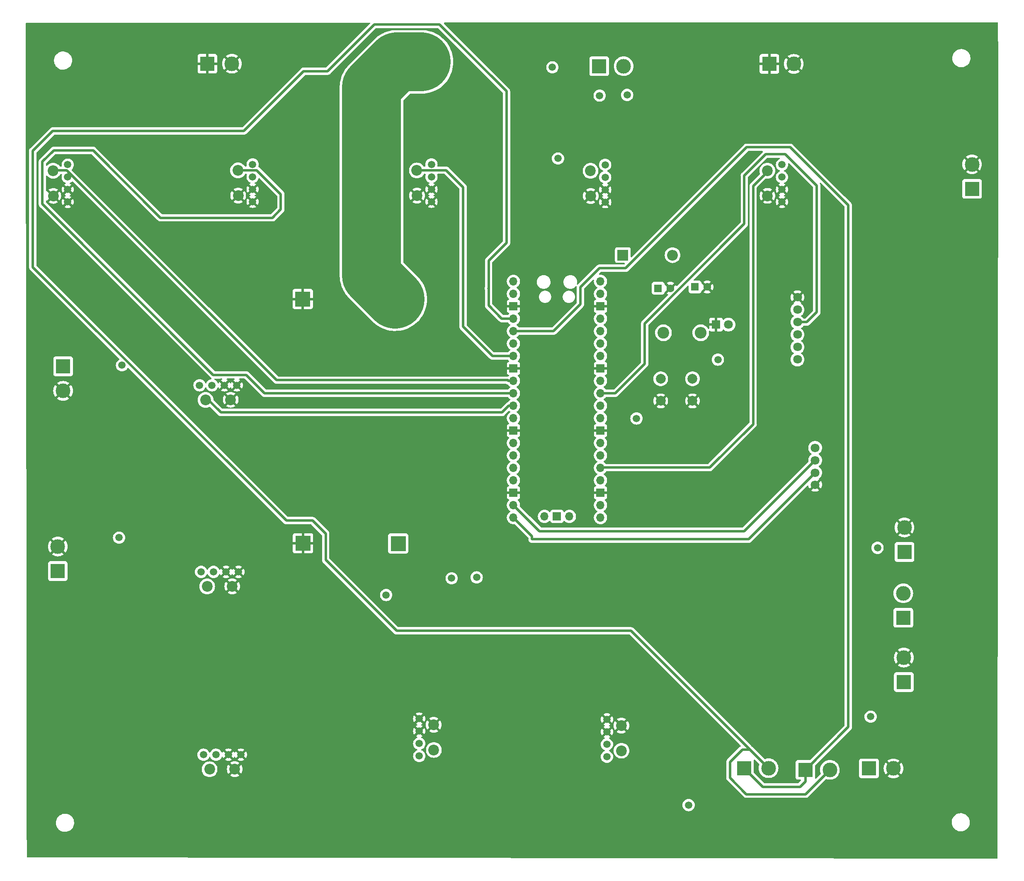
<source format=gbr>
%TF.GenerationSoftware,KiCad,Pcbnew,7.0.11+dfsg-1build4*%
%TF.CreationDate,2025-03-10T12:51:52+05:30*%
%TF.ProjectId,incubator,696e6375-6261-4746-9f72-2e6b69636164,rev?*%
%TF.SameCoordinates,Original*%
%TF.FileFunction,Copper,L2,Bot*%
%TF.FilePolarity,Positive*%
%FSLAX46Y46*%
G04 Gerber Fmt 4.6, Leading zero omitted, Abs format (unit mm)*
G04 Created by KiCad (PCBNEW 7.0.11+dfsg-1build4) date 2025-03-10 12:51:52*
%MOMM*%
%LPD*%
G01*
G04 APERTURE LIST*
%TA.AperFunction,ComponentPad*%
%ADD10C,2.000000*%
%TD*%
%TA.AperFunction,ComponentPad*%
%ADD11C,1.500000*%
%TD*%
%TA.AperFunction,ComponentPad*%
%ADD12R,3.000000X3.000000*%
%TD*%
%TA.AperFunction,ComponentPad*%
%ADD13C,3.000000*%
%TD*%
%TA.AperFunction,ComponentPad*%
%ADD14O,1.700000X1.700000*%
%TD*%
%TA.AperFunction,ComponentPad*%
%ADD15R,1.700000X1.700000*%
%TD*%
%TA.AperFunction,ComponentPad*%
%ADD16R,2.200000X2.200000*%
%TD*%
%TA.AperFunction,ComponentPad*%
%ADD17O,2.200000X2.200000*%
%TD*%
%TA.AperFunction,ComponentPad*%
%ADD18R,1.800000X1.800000*%
%TD*%
%TA.AperFunction,ComponentPad*%
%ADD19C,1.800000*%
%TD*%
%TA.AperFunction,ComponentPad*%
%ADD20C,2.400000*%
%TD*%
%TA.AperFunction,ComponentPad*%
%ADD21O,2.400000X2.400000*%
%TD*%
%TA.AperFunction,ComponentPad*%
%ADD22R,1.600000X1.600000*%
%TD*%
%TA.AperFunction,ComponentPad*%
%ADD23C,1.600000*%
%TD*%
%TA.AperFunction,ComponentPad*%
%ADD24R,3.140000X3.140000*%
%TD*%
%TA.AperFunction,ComponentPad*%
%ADD25C,2.200000*%
%TD*%
%TA.AperFunction,ViaPad*%
%ADD26C,0.700000*%
%TD*%
%TA.AperFunction,Conductor*%
%ADD27C,12.000000*%
%TD*%
%TA.AperFunction,Conductor*%
%ADD28C,0.500000*%
%TD*%
G04 APERTURE END LIST*
D10*
%TO.P,SW1,1,1*%
%TO.N,Net-(U3-RUN)*%
X157825000Y-86800000D03*
X164325000Y-86800000D03*
%TO.P,SW1,2,2*%
%TO.N,GND*%
X157825000Y-91300000D03*
X164325000Y-91300000D03*
%TD*%
D11*
%TO.P,TP13,1,1*%
%TO.N,5v*%
X135700000Y-23150000D03*
%TD*%
D12*
%TO.P,J15,1,Pin_1*%
%TO.N,scl*%
X174855000Y-166360000D03*
D13*
%TO.P,J15,2,Pin_2*%
%TO.N,sda*%
X179855000Y-166360000D03*
%TD*%
D11*
%TO.P,TP14,1,1*%
%TO.N,5v*%
X150975000Y-28800000D03*
%TD*%
D12*
%TO.P,J22,1,Pin_1*%
%TO.N,GND*%
X180000000Y-22450000D03*
D13*
%TO.P,J22,2,Pin_2*%
X185000000Y-22450000D03*
%TD*%
D11*
%TO.P,TP7,1,1*%
%TO.N,5v*%
X136850000Y-41775000D03*
%TD*%
%TO.P,,1,1*%
%TO.N,Net-(U3-GPIO10)*%
X115130000Y-127550000D03*
%TD*%
D14*
%TO.P,U3,1,GPIO0*%
%TO.N,unconnected-(U3-GPIO0-Pad1)*%
X127750000Y-66880000D03*
%TO.P,U3,2,GPIO1*%
%TO.N,unconnected-(U3-GPIO1-Pad2)*%
X127750000Y-69420000D03*
D15*
%TO.P,U3,3,GND*%
%TO.N,GND*%
X127750000Y-71960000D03*
D14*
%TO.P,U3,4,GPIO2*%
%TO.N,sda*%
X127750000Y-74500000D03*
%TO.P,U3,5,GPIO3*%
%TO.N,scl*%
X127750000Y-77040000D03*
%TO.P,U3,6,GPIO4*%
%TO.N,Net-(U3-GPIO4)*%
X127750000Y-79580000D03*
%TO.P,U3,7,GPIO5*%
%TO.N,Net-(U3-GPIO5)*%
X127750000Y-82120000D03*
D15*
%TO.P,U3,8,GND*%
%TO.N,GND*%
X127750000Y-84660000D03*
D14*
%TO.P,U3,9,GPIO6*%
%TO.N,Net-(U3-GPIO6)*%
X127750000Y-87200000D03*
%TO.P,U3,10,GPIO7*%
%TO.N,Net-(U3-GPIO7)*%
X127750000Y-89740000D03*
%TO.P,U3,11,GPIO8*%
%TO.N,Net-(U3-GPIO8)*%
X127750000Y-92280000D03*
%TO.P,U3,12,GPIO9*%
%TO.N,Net-(U12-signal)*%
X127750000Y-94820000D03*
D15*
%TO.P,U3,13,GND*%
%TO.N,GND*%
X127750000Y-97360000D03*
D14*
%TO.P,U3,14,GPIO10*%
%TO.N,Net-(U3-GPIO10)*%
X127750000Y-99900000D03*
%TO.P,U3,15,GPIO11*%
%TO.N,Net-(U3-GPIO11)*%
X127750000Y-102440000D03*
%TO.P,U3,16,GPIO12*%
%TO.N,Net-(U11-signal)*%
X127750000Y-104980000D03*
%TO.P,U3,17,GPIO13*%
%TO.N,unconnected-(U3-GPIO13-Pad17)*%
X127750000Y-107520000D03*
D15*
%TO.P,U3,18,GND*%
%TO.N,GND*%
X127750000Y-110060000D03*
D14*
%TO.P,U3,19,GPIO14*%
%TO.N,sck*%
X127750000Y-112600000D03*
%TO.P,U3,20,GPIO15*%
%TO.N,dt*%
X127750000Y-115140000D03*
%TO.P,U3,21,GPIO16*%
%TO.N,Net-(U3-GPIO16)*%
X145530000Y-115140000D03*
%TO.P,U3,22,GPIO17*%
%TO.N,unconnected-(U3-GPIO17-Pad22)*%
X145530000Y-112600000D03*
D15*
%TO.P,U3,23,GND*%
%TO.N,GND*%
X145530000Y-110060000D03*
D14*
%TO.P,U3,24,GPIO18*%
%TO.N,12v_mosfet*%
X145530000Y-107520000D03*
%TO.P,U3,25,GPIO19*%
%TO.N,5v_mosfet*%
X145530000Y-104980000D03*
%TO.P,U3,26,GPIO20*%
%TO.N,unconnected-(U3-GPIO20-Pad26)*%
X145530000Y-102440000D03*
%TO.P,U3,27,GPIO21*%
%TO.N,unconnected-(U3-GPIO21-Pad27)*%
X145530000Y-99900000D03*
D15*
%TO.P,U3,28,GND*%
%TO.N,GND*%
X145530000Y-97360000D03*
D14*
%TO.P,U3,29,GPIO22*%
%TO.N,Net-(U3-GPIO22)*%
X145530000Y-94820000D03*
%TO.P,U3,30,RUN*%
%TO.N,Net-(U3-RUN)*%
X145530000Y-92280000D03*
%TO.P,U3,31,GPIO26_ADC0*%
%TO.N,Net-(U10-output)*%
X145530000Y-89740000D03*
%TO.P,U3,32,GPIO27_ADC1*%
%TO.N,Net-(J17-Pin_1)*%
X145530000Y-87200000D03*
D15*
%TO.P,U3,33,AGND*%
%TO.N,GND*%
X145530000Y-84660000D03*
D14*
%TO.P,U3,34,GPIO28_ADC2*%
%TO.N,Net-(U3-GPIO28_ADC2)*%
X145530000Y-82120000D03*
%TO.P,U3,35,ADC_VREF*%
%TO.N,unconnected-(U3-ADC_VREF-Pad35)*%
X145530000Y-79580000D03*
%TO.P,U3,36,3V3*%
%TO.N,Net-(U3-3V3)*%
X145530000Y-77040000D03*
%TO.P,U3,37,3V3_EN*%
%TO.N,unconnected-(U3-3V3_EN-Pad37)*%
X145530000Y-74500000D03*
D15*
%TO.P,U3,38,GND*%
%TO.N,GND*%
X145530000Y-71960000D03*
D14*
%TO.P,U3,39,VSYS*%
%TO.N,Net-(D2-K)*%
X145530000Y-69420000D03*
%TO.P,U3,40,VBUS*%
%TO.N,unconnected-(U3-VBUS-Pad40)*%
X145530000Y-66880000D03*
%TO.P,U3,41,SWCLK*%
%TO.N,unconnected-(U3-SWCLK-Pad41)*%
X134100000Y-114910000D03*
D15*
%TO.P,U3,42,GND*%
%TO.N,unconnected-(U3-GND-Pad42)*%
X136640000Y-114910000D03*
D14*
%TO.P,U3,43,SWDIO*%
%TO.N,unconnected-(U3-SWDIO-Pad43)*%
X139180000Y-114910000D03*
%TD*%
D16*
%TO.P,D2,1,K*%
%TO.N,Net-(D2-K)*%
X150091000Y-61523000D03*
D17*
%TO.P,D2,2,A*%
%TO.N,5v*%
X160251000Y-61523000D03*
%TD*%
D18*
%TO.P,D1,1,K*%
%TO.N,GND*%
X169125000Y-75725000D03*
D19*
%TO.P,D1,2,A*%
%TO.N,Net-(D1-A)*%
X171665000Y-75725000D03*
%TD*%
D20*
%TO.P,R1,1*%
%TO.N,Net-(D1-A)*%
X158381000Y-77393000D03*
D21*
%TO.P,R1,2*%
%TO.N,Net-(U3-3V3)*%
X166001000Y-77393000D03*
%TD*%
D11*
%TO.P,TP5,1,1*%
%TO.N,5v*%
X47800000Y-84025000D03*
%TD*%
%TO.P,scl,1,1*%
%TO.N,Net-(U3-GPIO11)*%
X120234000Y-127360000D03*
%TD*%
%TO.P,TP11,1,1*%
%TO.N,3v3*%
X163525000Y-173900000D03*
%TD*%
D19*
%TO.P,U10,1,gnd*%
%TO.N,GND*%
X185754000Y-70150000D03*
%TO.P,U10,2,3v3*%
%TO.N,3v3*%
X185754000Y-72690000D03*
%TO.P,U10,3,output*%
%TO.N,Net-(U10-output)*%
X185754000Y-75230000D03*
%TO.P,U10,4*%
%TO.N,N/C*%
X185754000Y-77770000D03*
%TO.P,U10,5*%
X185754000Y-80310000D03*
%TO.P,U10,6*%
X185754000Y-82850000D03*
%TD*%
D22*
%TO.P,C3,1*%
%TO.N,Net-(D2-K)*%
X157300000Y-68300000D03*
D23*
%TO.P,C3,2*%
%TO.N,GND*%
X159800000Y-68300000D03*
%TD*%
D12*
%TO.P,J17,1,Pin_1*%
%TO.N,Net-(J17-Pin_1)*%
X207375000Y-135625000D03*
D13*
%TO.P,J17,2,Pin_2*%
X207375000Y-130625000D03*
%TD*%
D24*
%TO.P,U2,1,in+*%
%TO.N,12v*%
X104239000Y-70525000D03*
%TO.P,U2,2,in-*%
%TO.N,GND*%
X84719000Y-70495000D03*
%TO.P,U2,3,out+*%
%TO.N,3v3*%
X104229000Y-120445000D03*
%TO.P,U2,4,out-*%
%TO.N,GND*%
X84769000Y-120405000D03*
%TD*%
D12*
%TO.P,J20,1,Pin_1*%
%TO.N,5v*%
X35775000Y-84250000D03*
D13*
%TO.P,J20,2,Pin_2*%
%TO.N,GND*%
X35775000Y-89250000D03*
%TD*%
D11*
%TO.P,U13,1,signal*%
%TO.N,12v_mosfet*%
X146840000Y-164010000D03*
D25*
X149820000Y-162780000D03*
D11*
X146840000Y-161470000D03*
%TO.P,U13,2,gnd*%
%TO.N,GND*%
X146840000Y-158930000D03*
D25*
X149790000Y-157640000D03*
D11*
X146840000Y-156390000D03*
%TD*%
%TO.P,U7,1,signal*%
%TO.N,Net-(U3-GPIO6)*%
X36729000Y-43045500D03*
D25*
X33749000Y-44275500D03*
D11*
X36729000Y-45585500D03*
%TO.P,U7,2,gnd*%
%TO.N,GND*%
X36729000Y-48125500D03*
D25*
X33779000Y-49415500D03*
D11*
X36729000Y-50665500D03*
%TD*%
%TO.P,,1,1*%
%TO.N,3v3*%
X202100000Y-121325000D03*
%TD*%
%TO.P,U5,1,signal*%
%TO.N,Net-(U3-GPIO5)*%
X111004000Y-42995500D03*
D25*
X108024000Y-44225500D03*
D11*
X111004000Y-45535500D03*
%TO.P,U5,2,gnd*%
%TO.N,GND*%
X111004000Y-48075500D03*
D25*
X108054000Y-49365500D03*
D11*
X111004000Y-50615500D03*
%TD*%
D12*
%TO.P,J2,1,Pin_1*%
%TO.N,5v*%
X221400000Y-47975000D03*
D13*
%TO.P,J2,2,Pin_2*%
%TO.N,GND*%
X221400000Y-42975000D03*
%TD*%
D11*
%TO.P,U6,1,signal*%
%TO.N,Net-(U3-GPIO16)*%
X146479000Y-43070500D03*
D25*
X143499000Y-44300500D03*
D11*
X146479000Y-45610500D03*
%TO.P,U6,2,gnd*%
%TO.N,GND*%
X146479000Y-48150500D03*
D25*
X143529000Y-49440500D03*
D11*
X146479000Y-50690500D03*
%TD*%
D12*
%TO.P,J13,1,Pin_1*%
%TO.N,scl*%
X187375000Y-166700000D03*
D13*
%TO.P,J13,2,Pin_2*%
%TO.N,sda*%
X192375000Y-166700000D03*
%TD*%
D11*
%TO.P,U8,1,signal*%
%TO.N,Net-(U3-GPIO7)*%
X74485000Y-42990000D03*
D25*
X71505000Y-44220000D03*
D11*
X74485000Y-45530000D03*
%TO.P,U8,2,gnd*%
%TO.N,GND*%
X74485000Y-48070000D03*
D25*
X71535000Y-49360000D03*
D11*
X74485000Y-50610000D03*
%TD*%
%TO.P,U12,1,signal*%
%TO.N,Net-(U12-signal)*%
X64463000Y-163595000D03*
D25*
X65693000Y-166575000D03*
D11*
X67003000Y-163595000D03*
%TO.P,U12,2,gnd*%
%TO.N,GND*%
X69543000Y-163595000D03*
D25*
X70833000Y-166545000D03*
D11*
X72083000Y-163595000D03*
%TD*%
%TO.P,TP6,1,1*%
%TO.N,Net-(U3-GPIO22)*%
X152875000Y-94900000D03*
%TD*%
D12*
%TO.P,J21,1,Pin_1*%
%TO.N,5v*%
X145250000Y-22925000D03*
D13*
%TO.P,J21,2,Pin_2*%
X150250000Y-22925000D03*
%TD*%
D11*
%TO.P,U9,1,signal*%
%TO.N,Net-(U3-GPIO8)*%
X63638000Y-88120000D03*
D25*
X64868000Y-91100000D03*
D11*
X66178000Y-88120000D03*
%TO.P,U9,2,gnd*%
%TO.N,GND*%
X68718000Y-88120000D03*
D25*
X70008000Y-91070000D03*
D11*
X71258000Y-88120000D03*
%TD*%
D12*
%TO.P,J12,1,Pin_1*%
%TO.N,3v3*%
X207475000Y-148755000D03*
D13*
%TO.P,J12,2,Pin_2*%
%TO.N,GND*%
X207475000Y-143755000D03*
%TD*%
D11*
%TO.P,TP3,1,1*%
%TO.N,Net-(U3-GPIO28_ADC2)*%
X169501000Y-82873000D03*
%TD*%
D12*
%TO.P,J16,1,Pin_1*%
%TO.N,3v3*%
X200355000Y-166410000D03*
D13*
%TO.P,J16,2,Pin_2*%
%TO.N,GND*%
X205355000Y-166410000D03*
%TD*%
D11*
%TO.P,TP9,1,1*%
%TO.N,3v3*%
X101750000Y-130975000D03*
%TD*%
D12*
%TO.P,J6,1,Pin_1*%
%TO.N,5v*%
X207600000Y-122175000D03*
D13*
%TO.P,J6,2,Pin_2*%
%TO.N,GND*%
X207600000Y-117175000D03*
%TD*%
D11*
%TO.P,TP10,1,1*%
%TO.N,3v3*%
X200700000Y-155825000D03*
%TD*%
D12*
%TO.P,J1,1,Pin_1*%
%TO.N,12v*%
X103950000Y-22050000D03*
D13*
%TO.P,J1,2,Pin_2*%
X108950000Y-22050000D03*
%TD*%
D19*
%TO.P,U14,1,vcc*%
%TO.N,3v3*%
X189360000Y-100895000D03*
%TO.P,U14,2,sck*%
%TO.N,sck*%
X189360000Y-103435000D03*
%TO.P,U14,3,dt*%
%TO.N,dt*%
X189360000Y-105975000D03*
%TO.P,U14,4,gnd*%
%TO.N,GND*%
X189360000Y-108425000D03*
%TD*%
D11*
%TO.P,U11,1,signal*%
%TO.N,Net-(U11-signal)*%
X63963000Y-126245000D03*
D25*
X65193000Y-129225000D03*
D11*
X66503000Y-126245000D03*
%TO.P,U11,2,gnd*%
%TO.N,GND*%
X69043000Y-126245000D03*
D25*
X70333000Y-129195000D03*
D11*
X71583000Y-126245000D03*
%TD*%
%TO.P,TP8,1,1*%
%TO.N,5v*%
X47200000Y-119250000D03*
%TD*%
D12*
%TO.P,J5,1,Pin_1*%
%TO.N,5v*%
X34700000Y-126073000D03*
D13*
%TO.P,J5,2,Pin_2*%
%TO.N,GND*%
X34700000Y-121073000D03*
%TD*%
D11*
%TO.P,U4,1,signal*%
%TO.N,Net-(U3-GPIO4)*%
X108515000Y-163860000D03*
D25*
X111495000Y-162630000D03*
D11*
X108515000Y-161320000D03*
%TO.P,U4,2,gnd*%
%TO.N,GND*%
X108515000Y-158780000D03*
D25*
X111465000Y-157490000D03*
D11*
X108515000Y-156240000D03*
%TD*%
%TO.P,TP4,1,1*%
%TO.N,5v*%
X145350000Y-28925000D03*
%TD*%
D22*
%TO.P,C1,1*%
%TO.N,Net-(U3-3V3)*%
X164825888Y-68023000D03*
D23*
%TO.P,C1,2*%
%TO.N,GND*%
X167325888Y-68023000D03*
%TD*%
D11*
%TO.P,U1,1,signal*%
%TO.N,5v_mosfet*%
X182585000Y-43040000D03*
D25*
X179605000Y-44270000D03*
D11*
X182585000Y-45580000D03*
%TO.P,U1,2,gnd*%
%TO.N,GND*%
X182585000Y-48120000D03*
D25*
X179635000Y-49410000D03*
D11*
X182585000Y-50660000D03*
%TD*%
D12*
%TO.P,J3,1,Pin_1*%
%TO.N,GND*%
X65250000Y-22425000D03*
D13*
%TO.P,J3,2,Pin_2*%
X70250000Y-22425000D03*
%TD*%
D26*
%TO.N,GND*%
X56600000Y-182075000D03*
X175200000Y-99775000D03*
X34175000Y-145575000D03*
X48550000Y-168975000D03*
X209925000Y-158350000D03*
X168900000Y-110950000D03*
X86675000Y-21200000D03*
X197450000Y-28300000D03*
X63182373Y-33609439D03*
X178175000Y-125025000D03*
X34525000Y-153375000D03*
X100325000Y-141100000D03*
X153000000Y-70550000D03*
X47975000Y-161025000D03*
X138750000Y-180225000D03*
X157900000Y-124850000D03*
X115575000Y-175625000D03*
X171200000Y-152625000D03*
X222750000Y-158550000D03*
X35100000Y-168975000D03*
X115850000Y-182150000D03*
X126950000Y-180425000D03*
X123775000Y-16825000D03*
X90150000Y-61625000D03*
X47625000Y-145575000D03*
X223725000Y-124725000D03*
X157350000Y-152700000D03*
X70425000Y-182425000D03*
X122625000Y-145625000D03*
X162500000Y-161650000D03*
X70775000Y-175875000D03*
X129225000Y-58775000D03*
X220125000Y-30450000D03*
X109925000Y-85125000D03*
X94725000Y-134200000D03*
X135000000Y-17175000D03*
X46722453Y-102899651D03*
X95225000Y-182425000D03*
X37775000Y-32650000D03*
X135000000Y-31125000D03*
X155775000Y-179725000D03*
X128575000Y-135850000D03*
X79350000Y-78700000D03*
X201450000Y-18750000D03*
X148825000Y-143200000D03*
X34100000Y-138175000D03*
X188850000Y-122500000D03*
X116075000Y-135750000D03*
X107300000Y-182350000D03*
X79350000Y-96825000D03*
X134175000Y-128575000D03*
X83539979Y-175995636D03*
X190350000Y-151900000D03*
X135250000Y-142775000D03*
X47975000Y-153375000D03*
X34325000Y-102075000D03*
X170400000Y-31350000D03*
X89600000Y-141475000D03*
X118625000Y-75250000D03*
X83900000Y-182425000D03*
X47550000Y-138175000D03*
X162500000Y-143350000D03*
X34525000Y-161025000D03*
X107025000Y-175650000D03*
X208750000Y-31200000D03*
X41725000Y-74275000D03*
X49100000Y-62725000D03*
X56225000Y-175875000D03*
X33600000Y-62250000D03*
X223925000Y-67275000D03*
X178900000Y-143850000D03*
X223550000Y-140475000D03*
X51725000Y-93250000D03*
X114075000Y-68200000D03*
X224075000Y-108450000D03*
X47575000Y-17875000D03*
X118025000Y-91800000D03*
X94875000Y-175875000D03*
X171825000Y-180475000D03*
X162300000Y-19075000D03*
X39700000Y-110050000D03*
X224475000Y-87025000D03*
%TD*%
D27*
%TO.N,12v*%
X103950000Y-22050000D02*
X98775000Y-27225000D01*
X98775000Y-65684000D02*
X103607000Y-70516000D01*
X103950000Y-22050000D02*
X108950000Y-22050000D01*
X98775000Y-27225000D02*
X98775000Y-65684000D01*
D28*
%TO.N,sda*%
X99350000Y-14400000D02*
X112675000Y-14400000D01*
X81375000Y-115775000D02*
X29575000Y-63975000D01*
X176020000Y-162525000D02*
X179855000Y-166360000D01*
X126325000Y-59025000D02*
X122675000Y-62675000D01*
X171950000Y-168300000D02*
X171950000Y-165075000D01*
X112675000Y-14400000D02*
X126325000Y-28050000D01*
X122675000Y-71800000D02*
X125375000Y-74500000D01*
X175325000Y-171675000D02*
X171950000Y-168300000D01*
X122675000Y-68300000D02*
X122625000Y-68350000D01*
X187400000Y-171675000D02*
X175325000Y-171675000D01*
X72700000Y-36150000D02*
X84900000Y-23950000D01*
X89800000Y-23950000D02*
X99350000Y-14400000D01*
X89400000Y-123800000D02*
X89400000Y-118425000D01*
X192375000Y-166700000D02*
X187400000Y-171675000D01*
X179855000Y-166360000D02*
X151775000Y-138280000D01*
X151775000Y-138280000D02*
X103880000Y-138280000D01*
X103880000Y-138280000D02*
X89400000Y-123800000D01*
X122625000Y-68350000D02*
X122675000Y-68400000D01*
X29575000Y-63975000D02*
X29575000Y-40250000D01*
X29575000Y-40250000D02*
X33675000Y-36150000D01*
X89400000Y-118425000D02*
X86750000Y-115775000D01*
X33675000Y-36150000D02*
X72700000Y-36150000D01*
X125375000Y-74500000D02*
X127750000Y-74500000D01*
X122675000Y-62675000D02*
X122675000Y-68300000D01*
X174500000Y-162525000D02*
X176020000Y-162525000D01*
X86750000Y-115775000D02*
X81375000Y-115775000D01*
X122675000Y-68400000D02*
X122675000Y-71800000D01*
X126325000Y-28050000D02*
X126325000Y-59025000D01*
X171950000Y-165075000D02*
X174500000Y-162525000D01*
X84900000Y-23950000D02*
X89800000Y-23950000D01*
%TO.N,scl*%
X141425000Y-71550000D02*
X141425000Y-68085862D01*
X187375000Y-169050000D02*
X187375000Y-166700000D01*
X196150000Y-51350000D02*
X196150000Y-157925000D01*
X141425000Y-68085862D02*
X145310862Y-64200000D01*
X127750000Y-77040000D02*
X135935000Y-77040000D01*
X196150000Y-157925000D02*
X187375000Y-166700000D01*
X178645000Y-170150000D02*
X186275000Y-170150000D01*
X150675000Y-64200000D02*
X175375000Y-39500000D01*
X135935000Y-77040000D02*
X141425000Y-71550000D01*
X184300000Y-39500000D02*
X196150000Y-51350000D01*
X174855000Y-166360000D02*
X178645000Y-170150000D01*
X175375000Y-39500000D02*
X184300000Y-39500000D01*
X145310862Y-64200000D02*
X150675000Y-64200000D01*
X186275000Y-170150000D02*
X187375000Y-169050000D01*
%TO.N,Net-(U3-GPIO5)*%
X117475000Y-76150000D02*
X123445000Y-82120000D01*
X108624000Y-44169500D02*
X113994500Y-44169500D01*
X123445000Y-82120000D02*
X127750000Y-82120000D01*
X117475000Y-47650000D02*
X117475000Y-76150000D01*
X113994500Y-44169500D02*
X117475000Y-47650000D01*
%TO.N,Net-(U3-GPIO6)*%
X79400000Y-87075000D02*
X126575000Y-87075000D01*
X34349000Y-44219500D02*
X36544500Y-44219500D01*
X126575000Y-87075000D02*
X126700000Y-87200000D01*
X36544500Y-44219500D02*
X79400000Y-87075000D01*
X126700000Y-87200000D02*
X127750000Y-87200000D01*
%TO.N,Net-(U3-GPIO7)*%
X55675000Y-53900000D02*
X41900000Y-40125000D01*
X76915000Y-89740000D02*
X127750000Y-89740000D01*
X33875000Y-40125000D02*
X31550000Y-42450000D01*
X75339000Y-44164000D02*
X80250000Y-49075000D01*
X67835000Y-85990000D02*
X73165000Y-85990000D01*
X80250000Y-52200000D02*
X78550000Y-53900000D01*
X31550000Y-42450000D02*
X31550000Y-51100000D01*
X72105000Y-44164000D02*
X75339000Y-44164000D01*
X73165000Y-85990000D02*
X76915000Y-89740000D01*
X78550000Y-53900000D02*
X55675000Y-53900000D01*
X41900000Y-40125000D02*
X33875000Y-40125000D01*
X66450000Y-86000000D02*
X67825000Y-86000000D01*
X31550000Y-51100000D02*
X66450000Y-86000000D01*
X67825000Y-86000000D02*
X67835000Y-85990000D01*
X80250000Y-49075000D02*
X80250000Y-52200000D01*
%TO.N,Net-(U3-GPIO8)*%
X126820000Y-92280000D02*
X127750000Y-92280000D01*
X67987000Y-93675000D02*
X125425000Y-93675000D01*
X125425000Y-93675000D02*
X126820000Y-92280000D01*
X64812000Y-90500000D02*
X67987000Y-93675000D01*
%TO.N,5v_mosfet*%
X179917500Y-44176500D02*
X176700000Y-47394000D01*
X167832500Y-104942500D02*
X145242500Y-104942500D01*
X176700000Y-47394000D02*
X176700000Y-96075000D01*
X176700000Y-96075000D02*
X167832500Y-104942500D01*
%TO.N,Net-(U10-output)*%
X183250000Y-40900000D02*
X179275000Y-40900000D01*
X174900000Y-45275000D02*
X174900000Y-55150000D01*
X179275000Y-40900000D02*
X174900000Y-45275000D01*
X174900000Y-55150000D02*
X154550000Y-75500000D01*
X154550000Y-83725000D02*
X148535000Y-89740000D01*
X148535000Y-89740000D02*
X145530000Y-89740000D01*
X154550000Y-75500000D02*
X154550000Y-83725000D01*
X187645000Y-75230000D02*
X189700000Y-73175000D01*
X189700000Y-73175000D02*
X189700000Y-47350000D01*
X185754000Y-75230000D02*
X187645000Y-75230000D01*
X189700000Y-47350000D02*
X183250000Y-40900000D01*
%TO.N,sck*%
X174870000Y-117925000D02*
X133075000Y-117925000D01*
X189360000Y-103435000D02*
X174870000Y-117925000D01*
X133075000Y-117925000D02*
X127750000Y-112600000D01*
X127750000Y-112950000D02*
X127750000Y-112600000D01*
%TO.N,dt*%
X131550000Y-119575000D02*
X131550000Y-118940000D01*
X189360000Y-105975000D02*
X175760000Y-119575000D01*
X175760000Y-119575000D02*
X131550000Y-119575000D01*
X131550000Y-118940000D02*
X127750000Y-115140000D01*
%TD*%
%TA.AperFunction,Conductor*%
%TO.N,GND*%
G36*
X226657852Y-13970488D02*
G01*
X226703636Y-14023266D01*
X226714865Y-14073770D01*
X226779555Y-21568399D01*
X226779560Y-21569636D01*
X226560338Y-184744765D01*
X226540563Y-184811778D01*
X226487698Y-184857461D01*
X226436159Y-184868598D01*
X28480957Y-184582898D01*
X28413946Y-184563117D01*
X28368267Y-184510247D01*
X28357136Y-184459073D01*
X28347594Y-177567763D01*
X34320787Y-177567763D01*
X34350413Y-177837013D01*
X34350415Y-177837024D01*
X34418926Y-178099082D01*
X34418928Y-178099088D01*
X34524870Y-178348390D01*
X34596998Y-178466575D01*
X34665979Y-178579605D01*
X34665986Y-178579615D01*
X34839253Y-178787819D01*
X34839259Y-178787824D01*
X35040998Y-178968582D01*
X35266910Y-179118044D01*
X35512176Y-179233020D01*
X35512183Y-179233022D01*
X35512185Y-179233023D01*
X35771557Y-179311057D01*
X35771564Y-179311058D01*
X35771569Y-179311060D01*
X36039561Y-179350500D01*
X36039566Y-179350500D01*
X36242629Y-179350500D01*
X36242631Y-179350500D01*
X36242636Y-179350499D01*
X36242648Y-179350499D01*
X36280191Y-179347750D01*
X36445156Y-179335677D01*
X36557758Y-179310593D01*
X36709546Y-179276782D01*
X36709548Y-179276781D01*
X36709553Y-179276780D01*
X36962558Y-179180014D01*
X37198777Y-179047441D01*
X37413177Y-178881888D01*
X37601186Y-178686881D01*
X37758799Y-178466579D01*
X37832787Y-178322669D01*
X37882649Y-178225690D01*
X37882651Y-178225684D01*
X37882656Y-178225675D01*
X37970118Y-177969305D01*
X38019319Y-177702933D01*
X38027914Y-177467763D01*
X217245787Y-177467763D01*
X217275413Y-177737013D01*
X217275415Y-177737024D01*
X217336144Y-177969314D01*
X217343928Y-177999088D01*
X217449870Y-178248390D01*
X217521998Y-178366575D01*
X217590979Y-178479605D01*
X217590986Y-178479615D01*
X217764253Y-178687819D01*
X217764259Y-178687824D01*
X217965998Y-178868582D01*
X218191910Y-179018044D01*
X218437176Y-179133020D01*
X218437183Y-179133022D01*
X218437185Y-179133023D01*
X218696557Y-179211057D01*
X218696564Y-179211058D01*
X218696569Y-179211060D01*
X218964561Y-179250500D01*
X218964566Y-179250500D01*
X219167629Y-179250500D01*
X219167631Y-179250500D01*
X219167636Y-179250499D01*
X219167648Y-179250499D01*
X219205191Y-179247750D01*
X219370156Y-179235677D01*
X219482758Y-179210593D01*
X219634546Y-179176782D01*
X219634548Y-179176781D01*
X219634553Y-179176780D01*
X219887558Y-179080014D01*
X220123777Y-178947441D01*
X220338177Y-178781888D01*
X220526186Y-178586881D01*
X220683799Y-178366579D01*
X220757787Y-178222669D01*
X220807649Y-178125690D01*
X220807651Y-178125684D01*
X220807656Y-178125675D01*
X220895118Y-177869305D01*
X220944319Y-177602933D01*
X220954212Y-177332235D01*
X220924586Y-177062982D01*
X220856072Y-176800912D01*
X220750130Y-176551610D01*
X220609018Y-176320390D01*
X220519747Y-176213119D01*
X220435746Y-176112180D01*
X220435740Y-176112175D01*
X220234002Y-175931418D01*
X220008092Y-175781957D01*
X219976143Y-175766980D01*
X219762824Y-175666980D01*
X219762819Y-175666978D01*
X219762814Y-175666976D01*
X219503442Y-175588942D01*
X219503428Y-175588939D01*
X219387791Y-175571921D01*
X219235439Y-175549500D01*
X219032369Y-175549500D01*
X219032351Y-175549500D01*
X218829844Y-175564323D01*
X218829831Y-175564325D01*
X218565453Y-175623217D01*
X218565446Y-175623220D01*
X218312439Y-175719987D01*
X218076226Y-175852557D01*
X217861822Y-176018112D01*
X217673822Y-176213109D01*
X217673816Y-176213116D01*
X217516202Y-176433419D01*
X217516199Y-176433424D01*
X217392350Y-176674309D01*
X217392343Y-176674327D01*
X217304884Y-176930685D01*
X217304881Y-176930699D01*
X217255681Y-177197068D01*
X217255680Y-177197075D01*
X217245787Y-177467763D01*
X38027914Y-177467763D01*
X38029212Y-177432235D01*
X37999586Y-177162982D01*
X37931072Y-176900912D01*
X37825130Y-176651610D01*
X37684018Y-176420390D01*
X37594747Y-176313119D01*
X37510746Y-176212180D01*
X37510740Y-176212175D01*
X37309002Y-176031418D01*
X37083092Y-175881957D01*
X37083090Y-175881956D01*
X36837824Y-175766980D01*
X36837819Y-175766978D01*
X36837814Y-175766976D01*
X36578442Y-175688942D01*
X36578428Y-175688939D01*
X36462791Y-175671921D01*
X36310439Y-175649500D01*
X36107369Y-175649500D01*
X36107351Y-175649500D01*
X35904844Y-175664323D01*
X35904831Y-175664325D01*
X35640453Y-175723217D01*
X35640446Y-175723220D01*
X35387439Y-175819987D01*
X35151226Y-175952557D01*
X34936822Y-176118112D01*
X34748822Y-176313109D01*
X34748816Y-176313116D01*
X34591202Y-176533419D01*
X34591199Y-176533424D01*
X34467350Y-176774309D01*
X34467343Y-176774327D01*
X34379884Y-177030685D01*
X34379881Y-177030699D01*
X34330681Y-177297068D01*
X34330680Y-177297075D01*
X34320787Y-177567763D01*
X28347594Y-177567763D01*
X28342515Y-173900002D01*
X162269723Y-173900002D01*
X162288793Y-174117975D01*
X162288793Y-174117979D01*
X162345422Y-174329322D01*
X162345424Y-174329326D01*
X162345425Y-174329330D01*
X162391661Y-174428484D01*
X162437897Y-174527638D01*
X162437898Y-174527639D01*
X162563402Y-174706877D01*
X162718123Y-174861598D01*
X162897361Y-174987102D01*
X163095670Y-175079575D01*
X163307023Y-175136207D01*
X163489926Y-175152208D01*
X163524998Y-175155277D01*
X163525000Y-175155277D01*
X163525002Y-175155277D01*
X163553254Y-175152805D01*
X163742977Y-175136207D01*
X163954330Y-175079575D01*
X164152639Y-174987102D01*
X164331877Y-174861598D01*
X164486598Y-174706877D01*
X164612102Y-174527639D01*
X164704575Y-174329330D01*
X164761207Y-174117977D01*
X164780277Y-173900000D01*
X164761207Y-173682023D01*
X164704575Y-173470670D01*
X164612102Y-173272362D01*
X164612100Y-173272359D01*
X164612099Y-173272357D01*
X164486599Y-173093124D01*
X164486596Y-173093121D01*
X164331877Y-172938402D01*
X164152639Y-172812898D01*
X164152640Y-172812898D01*
X164152638Y-172812897D01*
X164053484Y-172766661D01*
X163954330Y-172720425D01*
X163954326Y-172720424D01*
X163954322Y-172720422D01*
X163742977Y-172663793D01*
X163525002Y-172644723D01*
X163524998Y-172644723D01*
X163379682Y-172657436D01*
X163307023Y-172663793D01*
X163307020Y-172663793D01*
X163095677Y-172720422D01*
X163095668Y-172720426D01*
X162897361Y-172812898D01*
X162897357Y-172812900D01*
X162718121Y-172938402D01*
X162563402Y-173093121D01*
X162437900Y-173272357D01*
X162437898Y-173272361D01*
X162345426Y-173470668D01*
X162345422Y-173470677D01*
X162288793Y-173682020D01*
X162288793Y-173682024D01*
X162269723Y-173899997D01*
X162269723Y-173900002D01*
X28342515Y-173900002D01*
X28332373Y-166575000D01*
X64087551Y-166575000D01*
X64107317Y-166826151D01*
X64166126Y-167071110D01*
X64262533Y-167303859D01*
X64394160Y-167518653D01*
X64394161Y-167518656D01*
X64394164Y-167518659D01*
X64557776Y-167710224D01*
X64644528Y-167784317D01*
X64749343Y-167873838D01*
X64749346Y-167873839D01*
X64964140Y-168005466D01*
X65184661Y-168096808D01*
X65196889Y-168101873D01*
X65441852Y-168160683D01*
X65693000Y-168180449D01*
X65944148Y-168160683D01*
X66189111Y-168101873D01*
X66421859Y-168005466D01*
X66636659Y-167873836D01*
X66828224Y-167710224D01*
X66991836Y-167518659D01*
X67123466Y-167303859D01*
X67219873Y-167071111D01*
X67278683Y-166826148D01*
X67298449Y-166575000D01*
X67296088Y-166545000D01*
X69228052Y-166545000D01*
X69247812Y-166796072D01*
X69306603Y-167040956D01*
X69402980Y-167273631D01*
X69534568Y-167488362D01*
X69535266Y-167489179D01*
X70270226Y-166754219D01*
X70308901Y-166847588D01*
X70405075Y-166972925D01*
X70530412Y-167069099D01*
X70623779Y-167107772D01*
X69888819Y-167842732D01*
X69888819Y-167842733D01*
X69889634Y-167843429D01*
X70104368Y-167975019D01*
X70337043Y-168071396D01*
X70581927Y-168130187D01*
X70833000Y-168149947D01*
X71084072Y-168130187D01*
X71328956Y-168071396D01*
X71561631Y-167975019D01*
X71776361Y-167843432D01*
X71776363Y-167843430D01*
X71777180Y-167842732D01*
X71042220Y-167107772D01*
X71135588Y-167069099D01*
X71260925Y-166972925D01*
X71357099Y-166847589D01*
X71395773Y-166754220D01*
X72130732Y-167489180D01*
X72131430Y-167488363D01*
X72131432Y-167488361D01*
X72263019Y-167273631D01*
X72359396Y-167040956D01*
X72418187Y-166796072D01*
X72437947Y-166545000D01*
X72418187Y-166293927D01*
X72359396Y-166049043D01*
X72263019Y-165816368D01*
X72131429Y-165601634D01*
X72130733Y-165600819D01*
X72130732Y-165600819D01*
X71395772Y-166335779D01*
X71357099Y-166242412D01*
X71260925Y-166117075D01*
X71135588Y-166020901D01*
X71042220Y-165982227D01*
X71777179Y-165247266D01*
X71776362Y-165246568D01*
X71561631Y-165114980D01*
X71328956Y-165018603D01*
X71084072Y-164959812D01*
X70833000Y-164940052D01*
X70581927Y-164959812D01*
X70337043Y-165018603D01*
X70104368Y-165114980D01*
X69889637Y-165246567D01*
X69888819Y-165247266D01*
X70623779Y-165982226D01*
X70530412Y-166020901D01*
X70405075Y-166117075D01*
X70308901Y-166242411D01*
X70270226Y-166335779D01*
X69535266Y-165600819D01*
X69534567Y-165601637D01*
X69402980Y-165816368D01*
X69306603Y-166049043D01*
X69247812Y-166293927D01*
X69228052Y-166545000D01*
X67296088Y-166545000D01*
X67278683Y-166323852D01*
X67219873Y-166078889D01*
X67138400Y-165882194D01*
X67123466Y-165846140D01*
X66991839Y-165631346D01*
X66991838Y-165631343D01*
X66945459Y-165577041D01*
X66828224Y-165439776D01*
X66694954Y-165325953D01*
X66636656Y-165276161D01*
X66636653Y-165276160D01*
X66421859Y-165144533D01*
X66189110Y-165048126D01*
X65944151Y-164989317D01*
X65693000Y-164969551D01*
X65441848Y-164989317D01*
X65196889Y-165048126D01*
X64964140Y-165144533D01*
X64749346Y-165276160D01*
X64749343Y-165276161D01*
X64557776Y-165439776D01*
X64394161Y-165631343D01*
X64394160Y-165631346D01*
X64262533Y-165846140D01*
X64166126Y-166078889D01*
X64107317Y-166323848D01*
X64087551Y-166575000D01*
X28332373Y-166575000D01*
X28328247Y-163595000D01*
X63207723Y-163595000D01*
X63226081Y-163804844D01*
X63226793Y-163812975D01*
X63226793Y-163812979D01*
X63283422Y-164024322D01*
X63283424Y-164024326D01*
X63283425Y-164024330D01*
X63308843Y-164078839D01*
X63375897Y-164222638D01*
X63400998Y-164258486D01*
X63501402Y-164401877D01*
X63656123Y-164556598D01*
X63835361Y-164682102D01*
X64033670Y-164774575D01*
X64033676Y-164774576D01*
X64033677Y-164774577D01*
X64037611Y-164775631D01*
X64245023Y-164831207D01*
X64427926Y-164847208D01*
X64462998Y-164850277D01*
X64463000Y-164850277D01*
X64463002Y-164850277D01*
X64491254Y-164847805D01*
X64680977Y-164831207D01*
X64892330Y-164774575D01*
X65090639Y-164682102D01*
X65269877Y-164556598D01*
X65424598Y-164401877D01*
X65550102Y-164222639D01*
X65620618Y-164071414D01*
X65666790Y-164018977D01*
X65733984Y-163999825D01*
X65800865Y-164020041D01*
X65845381Y-164071414D01*
X65915898Y-164222639D01*
X66041402Y-164401877D01*
X66196123Y-164556598D01*
X66375361Y-164682102D01*
X66573670Y-164774575D01*
X66573676Y-164774576D01*
X66573677Y-164774577D01*
X66577611Y-164775631D01*
X66785023Y-164831207D01*
X66967926Y-164847208D01*
X67002998Y-164850277D01*
X67003000Y-164850277D01*
X67003002Y-164850277D01*
X67031254Y-164847805D01*
X67220977Y-164831207D01*
X67432330Y-164774575D01*
X67630639Y-164682102D01*
X67809877Y-164556598D01*
X67964598Y-164401877D01*
X68090102Y-164222639D01*
X68160895Y-164070822D01*
X68207066Y-164018385D01*
X68274260Y-163999233D01*
X68341141Y-164019449D01*
X68385658Y-164070824D01*
X68456333Y-164222387D01*
X68499874Y-164284571D01*
X69059922Y-163724523D01*
X69083507Y-163804844D01*
X69161239Y-163925798D01*
X69269900Y-164019952D01*
X69400685Y-164079680D01*
X69410466Y-164081086D01*
X68853427Y-164638124D01*
X68915612Y-164681666D01*
X69113840Y-164774101D01*
X69113849Y-164774105D01*
X69325105Y-164830710D01*
X69325115Y-164830712D01*
X69542999Y-164849775D01*
X69543001Y-164849775D01*
X69760884Y-164830712D01*
X69760894Y-164830710D01*
X69972150Y-164774105D01*
X69972164Y-164774100D01*
X70170383Y-164681669D01*
X70170385Y-164681668D01*
X70232571Y-164638124D01*
X69675534Y-164081086D01*
X69685315Y-164079680D01*
X69816100Y-164019952D01*
X69924761Y-163925798D01*
X70002493Y-163804844D01*
X70026076Y-163724523D01*
X70586124Y-164284570D01*
X70629668Y-164222385D01*
X70629669Y-164222383D01*
X70700618Y-164070233D01*
X70746790Y-164017793D01*
X70813983Y-163998641D01*
X70880865Y-164018856D01*
X70925382Y-164070232D01*
X70996333Y-164222387D01*
X71039874Y-164284571D01*
X71599922Y-163724523D01*
X71623507Y-163804844D01*
X71701239Y-163925798D01*
X71809900Y-164019952D01*
X71940685Y-164079680D01*
X71950466Y-164081086D01*
X71393427Y-164638124D01*
X71455612Y-164681666D01*
X71653840Y-164774101D01*
X71653849Y-164774105D01*
X71865105Y-164830710D01*
X71865115Y-164830712D01*
X72082999Y-164849775D01*
X72083001Y-164849775D01*
X72300884Y-164830712D01*
X72300894Y-164830710D01*
X72512150Y-164774105D01*
X72512164Y-164774100D01*
X72710383Y-164681669D01*
X72710385Y-164681668D01*
X72772570Y-164638124D01*
X72215533Y-164081086D01*
X72225315Y-164079680D01*
X72356100Y-164019952D01*
X72464761Y-163925798D01*
X72542493Y-163804844D01*
X72566076Y-163724523D01*
X73126124Y-164284570D01*
X73169668Y-164222385D01*
X73169669Y-164222383D01*
X73262100Y-164024164D01*
X73262105Y-164024150D01*
X73306088Y-163860000D01*
X107259723Y-163860000D01*
X107278115Y-164070232D01*
X107278793Y-164077975D01*
X107278793Y-164077979D01*
X107335422Y-164289322D01*
X107335424Y-164289326D01*
X107335425Y-164289330D01*
X107358967Y-164339815D01*
X107427897Y-164487638D01*
X107440516Y-164505659D01*
X107553402Y-164666877D01*
X107708123Y-164821598D01*
X107887361Y-164947102D01*
X108085670Y-165039575D01*
X108297023Y-165096207D01*
X108479926Y-165112208D01*
X108514998Y-165115277D01*
X108515000Y-165115277D01*
X108515002Y-165115277D01*
X108543254Y-165112805D01*
X108732977Y-165096207D01*
X108944330Y-165039575D01*
X109142639Y-164947102D01*
X109321877Y-164821598D01*
X109476598Y-164666877D01*
X109602102Y-164487639D01*
X109694575Y-164289330D01*
X109751207Y-164077977D01*
X109770277Y-163860000D01*
X109751207Y-163642023D01*
X109694575Y-163430670D01*
X109602102Y-163232362D01*
X109602100Y-163232359D01*
X109602099Y-163232357D01*
X109476599Y-163053124D01*
X109454623Y-163031148D01*
X109321877Y-162898402D01*
X109142639Y-162772898D01*
X108991414Y-162702381D01*
X108938977Y-162656210D01*
X108931506Y-162630000D01*
X109889551Y-162630000D01*
X109909317Y-162881151D01*
X109968126Y-163126110D01*
X110064533Y-163358859D01*
X110196160Y-163573653D01*
X110196161Y-163573656D01*
X110251604Y-163638571D01*
X110359776Y-163765224D01*
X110470747Y-163860002D01*
X110551343Y-163928838D01*
X110551346Y-163928839D01*
X110766140Y-164060466D01*
X110977031Y-164147819D01*
X110998889Y-164156873D01*
X111243852Y-164215683D01*
X111495000Y-164235449D01*
X111746148Y-164215683D01*
X111991111Y-164156873D01*
X112223859Y-164060466D01*
X112306209Y-164010002D01*
X145584723Y-164010002D01*
X145590044Y-164070824D01*
X145602717Y-164215683D01*
X145603793Y-164227975D01*
X145603793Y-164227979D01*
X145660422Y-164439322D01*
X145660424Y-164439326D01*
X145660425Y-164439330D01*
X145705332Y-164535633D01*
X145752897Y-164637638D01*
X145773922Y-164667664D01*
X145878402Y-164816877D01*
X146033123Y-164971598D01*
X146212361Y-165097102D01*
X146410670Y-165189575D01*
X146622023Y-165246207D01*
X146804926Y-165262208D01*
X146839998Y-165265277D01*
X146840000Y-165265277D01*
X146840002Y-165265277D01*
X146868254Y-165262805D01*
X147057977Y-165246207D01*
X147269330Y-165189575D01*
X147467639Y-165097102D01*
X147646877Y-164971598D01*
X147801598Y-164816877D01*
X147927102Y-164637639D01*
X148019575Y-164439330D01*
X148076207Y-164227977D01*
X148094502Y-164018856D01*
X148095277Y-164010002D01*
X148095277Y-164009997D01*
X148089901Y-163948553D01*
X148076207Y-163792023D01*
X148023415Y-163595000D01*
X148019577Y-163580677D01*
X148019576Y-163580676D01*
X148019575Y-163580670D01*
X147927102Y-163382362D01*
X147927099Y-163382358D01*
X147927095Y-163382351D01*
X147801599Y-163203124D01*
X147724585Y-163126110D01*
X147646877Y-163048402D01*
X147467639Y-162922898D01*
X147316414Y-162852381D01*
X147263977Y-162806210D01*
X147256506Y-162780000D01*
X148214551Y-162780000D01*
X148234317Y-163031151D01*
X148293126Y-163276110D01*
X148389533Y-163508859D01*
X148521160Y-163723653D01*
X148521161Y-163723656D01*
X148521164Y-163723659D01*
X148684776Y-163915224D01*
X148806255Y-164018977D01*
X148876343Y-164078838D01*
X148876346Y-164078839D01*
X149091140Y-164210466D01*
X149323889Y-164306873D01*
X149568852Y-164365683D01*
X149820000Y-164385449D01*
X150071148Y-164365683D01*
X150316111Y-164306873D01*
X150548859Y-164210466D01*
X150763659Y-164078836D01*
X150955224Y-163915224D01*
X151118836Y-163723659D01*
X151250466Y-163508859D01*
X151346873Y-163276111D01*
X151405683Y-163031148D01*
X151425449Y-162780000D01*
X151405683Y-162528852D01*
X151346873Y-162283889D01*
X151284741Y-162133889D01*
X151250466Y-162051140D01*
X151118839Y-161836346D01*
X151118838Y-161836343D01*
X151044522Y-161749331D01*
X150955224Y-161644776D01*
X150779597Y-161494776D01*
X150763656Y-161481161D01*
X150763653Y-161481160D01*
X150548859Y-161349533D01*
X150316110Y-161253126D01*
X150071151Y-161194317D01*
X149820000Y-161174551D01*
X149568848Y-161194317D01*
X149323889Y-161253126D01*
X149091140Y-161349533D01*
X148876346Y-161481160D01*
X148876343Y-161481161D01*
X148684776Y-161644776D01*
X148521161Y-161836343D01*
X148521160Y-161836346D01*
X148389533Y-162051140D01*
X148293126Y-162283889D01*
X148234317Y-162528848D01*
X148214551Y-162780000D01*
X147256506Y-162780000D01*
X147244825Y-162739016D01*
X147265041Y-162672135D01*
X147316414Y-162627618D01*
X147467639Y-162557102D01*
X147646877Y-162431598D01*
X147801598Y-162276877D01*
X147927102Y-162097639D01*
X148019575Y-161899330D01*
X148076207Y-161687977D01*
X148095277Y-161470000D01*
X148076207Y-161252023D01*
X148019575Y-161040670D01*
X147927102Y-160842362D01*
X147927100Y-160842359D01*
X147927099Y-160842357D01*
X147801599Y-160663124D01*
X147801596Y-160663121D01*
X147646877Y-160508402D01*
X147467639Y-160382898D01*
X147467640Y-160382898D01*
X147467638Y-160382897D01*
X147315824Y-160312105D01*
X147263385Y-160265932D01*
X147244233Y-160198739D01*
X147264449Y-160131858D01*
X147315825Y-160087340D01*
X147467388Y-160016666D01*
X147529571Y-159973124D01*
X146972534Y-159416086D01*
X146982315Y-159414680D01*
X147113100Y-159354952D01*
X147221761Y-159260798D01*
X147299493Y-159139844D01*
X147323076Y-159059523D01*
X147883124Y-159619570D01*
X147926668Y-159557385D01*
X147926669Y-159557383D01*
X148019100Y-159359164D01*
X148019105Y-159359150D01*
X148075710Y-159147894D01*
X148075712Y-159147884D01*
X148094775Y-158930000D01*
X148094775Y-158929999D01*
X148075712Y-158712115D01*
X148075710Y-158712105D01*
X148019105Y-158500849D01*
X148019101Y-158500840D01*
X147926667Y-158302614D01*
X147926666Y-158302612D01*
X147883124Y-158240428D01*
X147883124Y-158240427D01*
X147323076Y-158800475D01*
X147299493Y-158720156D01*
X147221761Y-158599202D01*
X147113100Y-158505048D01*
X146982315Y-158445320D01*
X146972533Y-158443913D01*
X147529571Y-157886874D01*
X147467387Y-157843333D01*
X147315232Y-157772382D01*
X147262793Y-157726210D01*
X147243641Y-157659016D01*
X147249389Y-157640000D01*
X148185052Y-157640000D01*
X148204812Y-157891072D01*
X148263603Y-158135956D01*
X148359980Y-158368631D01*
X148491568Y-158583362D01*
X148492266Y-158584179D01*
X149227226Y-157849219D01*
X149265901Y-157942588D01*
X149362075Y-158067925D01*
X149487412Y-158164099D01*
X149580779Y-158202772D01*
X148845819Y-158937732D01*
X148845819Y-158937733D01*
X148846634Y-158938429D01*
X149061368Y-159070019D01*
X149294043Y-159166396D01*
X149538927Y-159225187D01*
X149790000Y-159244947D01*
X150041072Y-159225187D01*
X150285956Y-159166396D01*
X150518631Y-159070019D01*
X150733361Y-158938432D01*
X150733363Y-158938430D01*
X150734180Y-158937732D01*
X149999220Y-158202772D01*
X150092588Y-158164099D01*
X150217925Y-158067925D01*
X150314099Y-157942589D01*
X150352773Y-157849220D01*
X151087732Y-158584180D01*
X151088430Y-158583363D01*
X151088432Y-158583361D01*
X151220019Y-158368631D01*
X151316396Y-158135956D01*
X151375187Y-157891072D01*
X151394947Y-157640000D01*
X151375187Y-157388927D01*
X151316396Y-157144043D01*
X151220019Y-156911368D01*
X151088429Y-156696634D01*
X151087733Y-156695819D01*
X151087732Y-156695819D01*
X150352772Y-157430779D01*
X150314099Y-157337412D01*
X150217925Y-157212075D01*
X150092588Y-157115901D01*
X149999220Y-157077227D01*
X150734179Y-156342266D01*
X150733362Y-156341568D01*
X150518631Y-156209980D01*
X150285956Y-156113603D01*
X150041072Y-156054812D01*
X149790000Y-156035052D01*
X149538927Y-156054812D01*
X149294043Y-156113603D01*
X149061368Y-156209980D01*
X148846637Y-156341567D01*
X148845819Y-156342266D01*
X149580779Y-157077226D01*
X149487412Y-157115901D01*
X149362075Y-157212075D01*
X149265901Y-157337411D01*
X149227226Y-157430779D01*
X148492266Y-156695819D01*
X148491567Y-156696637D01*
X148359980Y-156911368D01*
X148263603Y-157144043D01*
X148204812Y-157388927D01*
X148185052Y-157640000D01*
X147249389Y-157640000D01*
X147263857Y-157592135D01*
X147315233Y-157547618D01*
X147467383Y-157476669D01*
X147467385Y-157476668D01*
X147529571Y-157433124D01*
X146972534Y-156876086D01*
X146982315Y-156874680D01*
X147113100Y-156814952D01*
X147221761Y-156720798D01*
X147299493Y-156599844D01*
X147323076Y-156519523D01*
X147883124Y-157079570D01*
X147926668Y-157017385D01*
X147926669Y-157017383D01*
X148019100Y-156819164D01*
X148019105Y-156819150D01*
X148075710Y-156607894D01*
X148075712Y-156607884D01*
X148094775Y-156390000D01*
X148094775Y-156389999D01*
X148075712Y-156172115D01*
X148075710Y-156172105D01*
X148019105Y-155960849D01*
X148019101Y-155960840D01*
X147926667Y-155762614D01*
X147926666Y-155762612D01*
X147883124Y-155700428D01*
X147883124Y-155700427D01*
X147323076Y-156260475D01*
X147299493Y-156180156D01*
X147221761Y-156059202D01*
X147113100Y-155965048D01*
X146982315Y-155905320D01*
X146972533Y-155903913D01*
X147529571Y-155346874D01*
X147467387Y-155303333D01*
X147269159Y-155210898D01*
X147269150Y-155210894D01*
X147057894Y-155154289D01*
X147057884Y-155154287D01*
X146840001Y-155135225D01*
X146839999Y-155135225D01*
X146622115Y-155154287D01*
X146622105Y-155154289D01*
X146410849Y-155210894D01*
X146410840Y-155210898D01*
X146212613Y-155303333D01*
X146150428Y-155346874D01*
X146707467Y-155903913D01*
X146697685Y-155905320D01*
X146566900Y-155965048D01*
X146458239Y-156059202D01*
X146380507Y-156180156D01*
X146356922Y-156260476D01*
X145796874Y-155700428D01*
X145753333Y-155762613D01*
X145660898Y-155960840D01*
X145660894Y-155960849D01*
X145604289Y-156172105D01*
X145604287Y-156172115D01*
X145585225Y-156389999D01*
X145585225Y-156390000D01*
X145604287Y-156607884D01*
X145604289Y-156607894D01*
X145660894Y-156819150D01*
X145660898Y-156819159D01*
X145753333Y-157017387D01*
X145796874Y-157079571D01*
X146356922Y-156519523D01*
X146380507Y-156599844D01*
X146458239Y-156720798D01*
X146566900Y-156814952D01*
X146697685Y-156874680D01*
X146707466Y-156876086D01*
X146150427Y-157433124D01*
X146212612Y-157476667D01*
X146364767Y-157547618D01*
X146417206Y-157593790D01*
X146436358Y-157660984D01*
X146416142Y-157727865D01*
X146364767Y-157772382D01*
X146212613Y-157843333D01*
X146150428Y-157886874D01*
X146707467Y-158443913D01*
X146697685Y-158445320D01*
X146566900Y-158505048D01*
X146458239Y-158599202D01*
X146380507Y-158720156D01*
X146356922Y-158800476D01*
X145796874Y-158240428D01*
X145753333Y-158302613D01*
X145660898Y-158500840D01*
X145660894Y-158500849D01*
X145604289Y-158712105D01*
X145604287Y-158712115D01*
X145585225Y-158929999D01*
X145585225Y-158930000D01*
X145604287Y-159147884D01*
X145604289Y-159147894D01*
X145660894Y-159359150D01*
X145660898Y-159359159D01*
X145753333Y-159557387D01*
X145796874Y-159619571D01*
X146356922Y-159059523D01*
X146380507Y-159139844D01*
X146458239Y-159260798D01*
X146566900Y-159354952D01*
X146697685Y-159414680D01*
X146707466Y-159416086D01*
X146150427Y-159973124D01*
X146212613Y-160016667D01*
X146212615Y-160016668D01*
X146364174Y-160087341D01*
X146416614Y-160133513D01*
X146435766Y-160200706D01*
X146415551Y-160267588D01*
X146364176Y-160312105D01*
X146212358Y-160382900D01*
X146212357Y-160382900D01*
X146033121Y-160508402D01*
X145878402Y-160663121D01*
X145752900Y-160842357D01*
X145752898Y-160842361D01*
X145660426Y-161040668D01*
X145660422Y-161040677D01*
X145603793Y-161252020D01*
X145603793Y-161252023D01*
X145599025Y-161306517D01*
X145584723Y-161469997D01*
X145584723Y-161470002D01*
X145603793Y-161687975D01*
X145603793Y-161687979D01*
X145660422Y-161899322D01*
X145660424Y-161899326D01*
X145660425Y-161899330D01*
X145689183Y-161961001D01*
X145752897Y-162097638D01*
X145777998Y-162133486D01*
X145878402Y-162276877D01*
X146033123Y-162431598D01*
X146172016Y-162528852D01*
X146212361Y-162557102D01*
X146363583Y-162627618D01*
X146416022Y-162673790D01*
X146435174Y-162740984D01*
X146414958Y-162807865D01*
X146363583Y-162852382D01*
X146212361Y-162922898D01*
X146212357Y-162922900D01*
X146033121Y-163048402D01*
X145878402Y-163203121D01*
X145752905Y-163382351D01*
X145752898Y-163382361D01*
X145660426Y-163580668D01*
X145660422Y-163580677D01*
X145603793Y-163792020D01*
X145603793Y-163792024D01*
X145584723Y-164009997D01*
X145584723Y-164010002D01*
X112306209Y-164010002D01*
X112438659Y-163928836D01*
X112630224Y-163765224D01*
X112793836Y-163573659D01*
X112925466Y-163358859D01*
X113021873Y-163126111D01*
X113080683Y-162881148D01*
X113100449Y-162630000D01*
X113080683Y-162378852D01*
X113021873Y-162133889D01*
X112987598Y-162051141D01*
X112925466Y-161901140D01*
X112794840Y-161687979D01*
X112793838Y-161686345D01*
X112793838Y-161686343D01*
X112756875Y-161643066D01*
X112630224Y-161494776D01*
X112460168Y-161349534D01*
X112438656Y-161331161D01*
X112438653Y-161331160D01*
X112223859Y-161199533D01*
X111991110Y-161103126D01*
X111746151Y-161044317D01*
X111495000Y-161024551D01*
X111243848Y-161044317D01*
X110998889Y-161103126D01*
X110766140Y-161199533D01*
X110551346Y-161331160D01*
X110551343Y-161331161D01*
X110359776Y-161494776D01*
X110196161Y-161686343D01*
X110196160Y-161686346D01*
X110064533Y-161901140D01*
X109968126Y-162133889D01*
X109909317Y-162378848D01*
X109889551Y-162630000D01*
X108931506Y-162630000D01*
X108919825Y-162589016D01*
X108940041Y-162522135D01*
X108991414Y-162477618D01*
X109142639Y-162407102D01*
X109321877Y-162281598D01*
X109476598Y-162126877D01*
X109602102Y-161947639D01*
X109694575Y-161749330D01*
X109751207Y-161537977D01*
X109770277Y-161320000D01*
X109751207Y-161102023D01*
X109694575Y-160890670D01*
X109602102Y-160692362D01*
X109602100Y-160692359D01*
X109602099Y-160692357D01*
X109476599Y-160513124D01*
X109471877Y-160508402D01*
X109321877Y-160358402D01*
X109183978Y-160261844D01*
X109142638Y-160232897D01*
X108990824Y-160162105D01*
X108938385Y-160115932D01*
X108919233Y-160048739D01*
X108939449Y-159981858D01*
X108990825Y-159937340D01*
X109142388Y-159866666D01*
X109204571Y-159823124D01*
X108647534Y-159266086D01*
X108657315Y-159264680D01*
X108788100Y-159204952D01*
X108896761Y-159110798D01*
X108974493Y-158989844D01*
X108998076Y-158909523D01*
X109558124Y-159469570D01*
X109601668Y-159407385D01*
X109601669Y-159407383D01*
X109694100Y-159209164D01*
X109694105Y-159209150D01*
X109750710Y-158997894D01*
X109750712Y-158997884D01*
X109769775Y-158780000D01*
X109769775Y-158779999D01*
X109750712Y-158562115D01*
X109750710Y-158562105D01*
X109694105Y-158350849D01*
X109694101Y-158350840D01*
X109601667Y-158152614D01*
X109601666Y-158152612D01*
X109558124Y-158090428D01*
X109558124Y-158090427D01*
X108998076Y-158650475D01*
X108974493Y-158570156D01*
X108896761Y-158449202D01*
X108788100Y-158355048D01*
X108657315Y-158295320D01*
X108647533Y-158293913D01*
X109204571Y-157736874D01*
X109142387Y-157693333D01*
X108990232Y-157622382D01*
X108937793Y-157576210D01*
X108918641Y-157509016D01*
X108924389Y-157490000D01*
X109860052Y-157490000D01*
X109879812Y-157741072D01*
X109938603Y-157985956D01*
X110034980Y-158218631D01*
X110166568Y-158433362D01*
X110167266Y-158434179D01*
X110902226Y-157699219D01*
X110940901Y-157792588D01*
X111037075Y-157917925D01*
X111162412Y-158014099D01*
X111255779Y-158052772D01*
X110520819Y-158787732D01*
X110520819Y-158787733D01*
X110521634Y-158788429D01*
X110736368Y-158920019D01*
X110969043Y-159016396D01*
X111213927Y-159075187D01*
X111465000Y-159094947D01*
X111716072Y-159075187D01*
X111960956Y-159016396D01*
X112193631Y-158920019D01*
X112408361Y-158788432D01*
X112408363Y-158788430D01*
X112409180Y-158787732D01*
X111674220Y-158052772D01*
X111767588Y-158014099D01*
X111892925Y-157917925D01*
X111989099Y-157792589D01*
X112027773Y-157699220D01*
X112762732Y-158434180D01*
X112763430Y-158433363D01*
X112763432Y-158433361D01*
X112895019Y-158218631D01*
X112991396Y-157985956D01*
X113050187Y-157741072D01*
X113069947Y-157490000D01*
X113050187Y-157238927D01*
X112991396Y-156994043D01*
X112895019Y-156761368D01*
X112763429Y-156546634D01*
X112762733Y-156545819D01*
X112762732Y-156545819D01*
X112027772Y-157280779D01*
X111989099Y-157187412D01*
X111892925Y-157062075D01*
X111767588Y-156965901D01*
X111674220Y-156927227D01*
X112409179Y-156192266D01*
X112408362Y-156191568D01*
X112193631Y-156059980D01*
X111960956Y-155963603D01*
X111716072Y-155904812D01*
X111465000Y-155885052D01*
X111213927Y-155904812D01*
X110969043Y-155963603D01*
X110736368Y-156059980D01*
X110521637Y-156191567D01*
X110520819Y-156192266D01*
X111255779Y-156927226D01*
X111162412Y-156965901D01*
X111037075Y-157062075D01*
X110940901Y-157187411D01*
X110902226Y-157280779D01*
X110167266Y-156545819D01*
X110166567Y-156546637D01*
X110034980Y-156761368D01*
X109938603Y-156994043D01*
X109879812Y-157238927D01*
X109860052Y-157490000D01*
X108924389Y-157490000D01*
X108938857Y-157442135D01*
X108990233Y-157397618D01*
X109142383Y-157326669D01*
X109142385Y-157326668D01*
X109204571Y-157283124D01*
X108647534Y-156726086D01*
X108657315Y-156724680D01*
X108788100Y-156664952D01*
X108896761Y-156570798D01*
X108974493Y-156449844D01*
X108998076Y-156369523D01*
X109558124Y-156929570D01*
X109601668Y-156867385D01*
X109601669Y-156867383D01*
X109694100Y-156669164D01*
X109694105Y-156669150D01*
X109750710Y-156457894D01*
X109750712Y-156457884D01*
X109769775Y-156240000D01*
X109769775Y-156239999D01*
X109750712Y-156022115D01*
X109750710Y-156022105D01*
X109694105Y-155810849D01*
X109694101Y-155810840D01*
X109601667Y-155612614D01*
X109601666Y-155612612D01*
X109558124Y-155550428D01*
X109558124Y-155550427D01*
X108998076Y-156110475D01*
X108974493Y-156030156D01*
X108896761Y-155909202D01*
X108788100Y-155815048D01*
X108657315Y-155755320D01*
X108647533Y-155753913D01*
X109204571Y-155196874D01*
X109142387Y-155153333D01*
X108944159Y-155060898D01*
X108944150Y-155060894D01*
X108732894Y-155004289D01*
X108732884Y-155004287D01*
X108515001Y-154985225D01*
X108514999Y-154985225D01*
X108297115Y-155004287D01*
X108297105Y-155004289D01*
X108085849Y-155060894D01*
X108085840Y-155060898D01*
X107887613Y-155153333D01*
X107825428Y-155196874D01*
X108382467Y-155753913D01*
X108372685Y-155755320D01*
X108241900Y-155815048D01*
X108133239Y-155909202D01*
X108055507Y-156030156D01*
X108031922Y-156110476D01*
X107471874Y-155550428D01*
X107428333Y-155612613D01*
X107335898Y-155810840D01*
X107335894Y-155810849D01*
X107279289Y-156022105D01*
X107279287Y-156022115D01*
X107260225Y-156239999D01*
X107260225Y-156240000D01*
X107279287Y-156457884D01*
X107279289Y-156457894D01*
X107335894Y-156669150D01*
X107335898Y-156669159D01*
X107428333Y-156867387D01*
X107471874Y-156929571D01*
X108031922Y-156369523D01*
X108055507Y-156449844D01*
X108133239Y-156570798D01*
X108241900Y-156664952D01*
X108372685Y-156724680D01*
X108382466Y-156726086D01*
X107825427Y-157283124D01*
X107887612Y-157326667D01*
X108039767Y-157397618D01*
X108092206Y-157443790D01*
X108111358Y-157510984D01*
X108091142Y-157577865D01*
X108039767Y-157622382D01*
X107887613Y-157693333D01*
X107825428Y-157736874D01*
X108382467Y-158293913D01*
X108372685Y-158295320D01*
X108241900Y-158355048D01*
X108133239Y-158449202D01*
X108055507Y-158570156D01*
X108031922Y-158650476D01*
X107471874Y-158090428D01*
X107428333Y-158152613D01*
X107335898Y-158350840D01*
X107335894Y-158350849D01*
X107279289Y-158562105D01*
X107279287Y-158562115D01*
X107260225Y-158779999D01*
X107260225Y-158780000D01*
X107279287Y-158997884D01*
X107279289Y-158997894D01*
X107335894Y-159209150D01*
X107335898Y-159209159D01*
X107428333Y-159407387D01*
X107471874Y-159469571D01*
X108031922Y-158909523D01*
X108055507Y-158989844D01*
X108133239Y-159110798D01*
X108241900Y-159204952D01*
X108372685Y-159264680D01*
X108382466Y-159266086D01*
X107825427Y-159823124D01*
X107887613Y-159866667D01*
X107887615Y-159866668D01*
X108039174Y-159937341D01*
X108091614Y-159983513D01*
X108110766Y-160050706D01*
X108090551Y-160117588D01*
X108039176Y-160162105D01*
X107887358Y-160232900D01*
X107887357Y-160232900D01*
X107708121Y-160358402D01*
X107553402Y-160513121D01*
X107427900Y-160692357D01*
X107427898Y-160692361D01*
X107335426Y-160890668D01*
X107335422Y-160890677D01*
X107278793Y-161102020D01*
X107278793Y-161102023D01*
X107274025Y-161156517D01*
X107259723Y-161319997D01*
X107259723Y-161320002D01*
X107278793Y-161537975D01*
X107278793Y-161537979D01*
X107335422Y-161749322D01*
X107335424Y-161749326D01*
X107335425Y-161749330D01*
X107366981Y-161817001D01*
X107427897Y-161947638D01*
X107427898Y-161947639D01*
X107553402Y-162126877D01*
X107708123Y-162281598D01*
X107847016Y-162378852D01*
X107887361Y-162407102D01*
X108038583Y-162477618D01*
X108091022Y-162523790D01*
X108110174Y-162590984D01*
X108089958Y-162657865D01*
X108038583Y-162702382D01*
X107887361Y-162772898D01*
X107887357Y-162772900D01*
X107708121Y-162898402D01*
X107553402Y-163053121D01*
X107427900Y-163232357D01*
X107427898Y-163232361D01*
X107335426Y-163430668D01*
X107335422Y-163430677D01*
X107278793Y-163642020D01*
X107278793Y-163642024D01*
X107268015Y-163765224D01*
X107259723Y-163860000D01*
X73306088Y-163860000D01*
X73318710Y-163812894D01*
X73318712Y-163812884D01*
X73337775Y-163595000D01*
X73337775Y-163594999D01*
X73318712Y-163377115D01*
X73318710Y-163377105D01*
X73262105Y-163165849D01*
X73262101Y-163165840D01*
X73169667Y-162967614D01*
X73169666Y-162967612D01*
X73126124Y-162905428D01*
X73126124Y-162905427D01*
X72566076Y-163465475D01*
X72542493Y-163385156D01*
X72464761Y-163264202D01*
X72356100Y-163170048D01*
X72225315Y-163110320D01*
X72215533Y-163108913D01*
X72772571Y-162551874D01*
X72710387Y-162508333D01*
X72512159Y-162415898D01*
X72512150Y-162415894D01*
X72300894Y-162359289D01*
X72300884Y-162359287D01*
X72083001Y-162340225D01*
X72082999Y-162340225D01*
X71865115Y-162359287D01*
X71865105Y-162359289D01*
X71653849Y-162415894D01*
X71653840Y-162415898D01*
X71455613Y-162508333D01*
X71393428Y-162551874D01*
X71950467Y-163108913D01*
X71940685Y-163110320D01*
X71809900Y-163170048D01*
X71701239Y-163264202D01*
X71623507Y-163385156D01*
X71599922Y-163465476D01*
X71039874Y-162905428D01*
X70996333Y-162967613D01*
X70925382Y-163119767D01*
X70879209Y-163172206D01*
X70812016Y-163191358D01*
X70745135Y-163171142D01*
X70700618Y-163119767D01*
X70629667Y-162967614D01*
X70629666Y-162967612D01*
X70586124Y-162905428D01*
X70586124Y-162905427D01*
X70026076Y-163465475D01*
X70002493Y-163385156D01*
X69924761Y-163264202D01*
X69816100Y-163170048D01*
X69685315Y-163110320D01*
X69675533Y-163108913D01*
X70232571Y-162551874D01*
X70170387Y-162508333D01*
X69972159Y-162415898D01*
X69972150Y-162415894D01*
X69760894Y-162359289D01*
X69760884Y-162359287D01*
X69543001Y-162340225D01*
X69542999Y-162340225D01*
X69325115Y-162359287D01*
X69325105Y-162359289D01*
X69113849Y-162415894D01*
X69113840Y-162415898D01*
X68915613Y-162508333D01*
X68853428Y-162551874D01*
X69410467Y-163108913D01*
X69400685Y-163110320D01*
X69269900Y-163170048D01*
X69161239Y-163264202D01*
X69083507Y-163385156D01*
X69059922Y-163465476D01*
X68499874Y-162905428D01*
X68456333Y-162967613D01*
X68385658Y-163119175D01*
X68339485Y-163171614D01*
X68272292Y-163190766D01*
X68205411Y-163170550D01*
X68160894Y-163119175D01*
X68149621Y-163095000D01*
X68090102Y-162967362D01*
X68090100Y-162967359D01*
X68090099Y-162967357D01*
X67964599Y-162788124D01*
X67901752Y-162725277D01*
X67809877Y-162633402D01*
X67650972Y-162522135D01*
X67630638Y-162507897D01*
X67531484Y-162461661D01*
X67432330Y-162415425D01*
X67432326Y-162415424D01*
X67432322Y-162415422D01*
X67220977Y-162358793D01*
X67003002Y-162339723D01*
X67002998Y-162339723D01*
X66857682Y-162352436D01*
X66785023Y-162358793D01*
X66785020Y-162358793D01*
X66573677Y-162415422D01*
X66573668Y-162415426D01*
X66375361Y-162507898D01*
X66375357Y-162507900D01*
X66196121Y-162633402D01*
X66041402Y-162788121D01*
X65915900Y-162967357D01*
X65915898Y-162967361D01*
X65845382Y-163118583D01*
X65799209Y-163171022D01*
X65732016Y-163190174D01*
X65665135Y-163169958D01*
X65620618Y-163118583D01*
X65579846Y-163031148D01*
X65550102Y-162967362D01*
X65550100Y-162967359D01*
X65550099Y-162967357D01*
X65424599Y-162788124D01*
X65361752Y-162725277D01*
X65269877Y-162633402D01*
X65110972Y-162522135D01*
X65090638Y-162507897D01*
X64991484Y-162461661D01*
X64892330Y-162415425D01*
X64892326Y-162415424D01*
X64892322Y-162415422D01*
X64680977Y-162358793D01*
X64463002Y-162339723D01*
X64462998Y-162339723D01*
X64317682Y-162352436D01*
X64245023Y-162358793D01*
X64245020Y-162358793D01*
X64033677Y-162415422D01*
X64033668Y-162415426D01*
X63835361Y-162507898D01*
X63835357Y-162507900D01*
X63656121Y-162633402D01*
X63501402Y-162788121D01*
X63375900Y-162967357D01*
X63375898Y-162967361D01*
X63283426Y-163165668D01*
X63283424Y-163165673D01*
X63226793Y-163377020D01*
X63226793Y-163377023D01*
X63222100Y-163430668D01*
X63208977Y-163580670D01*
X63207723Y-163595000D01*
X28328247Y-163595000D01*
X28280656Y-129225000D01*
X63587551Y-129225000D01*
X63607317Y-129476151D01*
X63666126Y-129721110D01*
X63762533Y-129953859D01*
X63894160Y-130168653D01*
X63894161Y-130168656D01*
X63894164Y-130168659D01*
X64057776Y-130360224D01*
X64206066Y-130486875D01*
X64249343Y-130523838D01*
X64249346Y-130523839D01*
X64464140Y-130655466D01*
X64696889Y-130751873D01*
X64941852Y-130810683D01*
X65193000Y-130830449D01*
X65444148Y-130810683D01*
X65689111Y-130751873D01*
X65921859Y-130655466D01*
X66136659Y-130523836D01*
X66328224Y-130360224D01*
X66491836Y-130168659D01*
X66623466Y-129953859D01*
X66719873Y-129721111D01*
X66778683Y-129476148D01*
X66798449Y-129225000D01*
X66796088Y-129195000D01*
X68728052Y-129195000D01*
X68747812Y-129446072D01*
X68806603Y-129690956D01*
X68902980Y-129923631D01*
X69034568Y-130138362D01*
X69035266Y-130139179D01*
X69770226Y-129404219D01*
X69808901Y-129497588D01*
X69905075Y-129622925D01*
X70030412Y-129719099D01*
X70123779Y-129757772D01*
X69388819Y-130492732D01*
X69388819Y-130492733D01*
X69389634Y-130493429D01*
X69604368Y-130625019D01*
X69837043Y-130721396D01*
X70081927Y-130780187D01*
X70333000Y-130799947D01*
X70584072Y-130780187D01*
X70828956Y-130721396D01*
X71061631Y-130625019D01*
X71276361Y-130493432D01*
X71276363Y-130493430D01*
X71277180Y-130492732D01*
X70542220Y-129757772D01*
X70635588Y-129719099D01*
X70760925Y-129622925D01*
X70857099Y-129497589D01*
X70895773Y-129404220D01*
X71630732Y-130139180D01*
X71631430Y-130138363D01*
X71631432Y-130138361D01*
X71763019Y-129923631D01*
X71859396Y-129690956D01*
X71918187Y-129446072D01*
X71937947Y-129195000D01*
X71918187Y-128943927D01*
X71859396Y-128699043D01*
X71763019Y-128466368D01*
X71631429Y-128251634D01*
X71630733Y-128250819D01*
X71630732Y-128250819D01*
X70895772Y-128985779D01*
X70857099Y-128892412D01*
X70760925Y-128767075D01*
X70635588Y-128670901D01*
X70542220Y-128632227D01*
X71277179Y-127897266D01*
X71276362Y-127896568D01*
X71061631Y-127764980D01*
X70828956Y-127668603D01*
X70584072Y-127609812D01*
X70333000Y-127590052D01*
X70081927Y-127609812D01*
X69837043Y-127668603D01*
X69604368Y-127764980D01*
X69389637Y-127896567D01*
X69388819Y-127897266D01*
X70123779Y-128632226D01*
X70030412Y-128670901D01*
X69905075Y-128767075D01*
X69808901Y-128892411D01*
X69770226Y-128985779D01*
X69035266Y-128250819D01*
X69034567Y-128251637D01*
X68902980Y-128466368D01*
X68806603Y-128699043D01*
X68747812Y-128943927D01*
X68728052Y-129195000D01*
X66796088Y-129195000D01*
X66778683Y-128973852D01*
X66719873Y-128728889D01*
X66641456Y-128539573D01*
X66623466Y-128496140D01*
X66491839Y-128281346D01*
X66491838Y-128281343D01*
X66403265Y-128177638D01*
X66328224Y-128089776D01*
X66141790Y-127930546D01*
X66136656Y-127926161D01*
X66136653Y-127926160D01*
X65921859Y-127794533D01*
X65689110Y-127698126D01*
X65444151Y-127639317D01*
X65193000Y-127619551D01*
X64941848Y-127639317D01*
X64696889Y-127698126D01*
X64464140Y-127794533D01*
X64249346Y-127926160D01*
X64249343Y-127926161D01*
X64057776Y-128089776D01*
X63894161Y-128281343D01*
X63894160Y-128281346D01*
X63762533Y-128496140D01*
X63666126Y-128728889D01*
X63607317Y-128973848D01*
X63587551Y-129225000D01*
X28280656Y-129225000D01*
X28278435Y-127620870D01*
X32699500Y-127620870D01*
X32699501Y-127620876D01*
X32705908Y-127680483D01*
X32756202Y-127815328D01*
X32756206Y-127815335D01*
X32842452Y-127930544D01*
X32842455Y-127930547D01*
X32957664Y-128016793D01*
X32957671Y-128016797D01*
X33092517Y-128067091D01*
X33092516Y-128067091D01*
X33099444Y-128067835D01*
X33152127Y-128073500D01*
X36247872Y-128073499D01*
X36307483Y-128067091D01*
X36442331Y-128016796D01*
X36557546Y-127930546D01*
X36643796Y-127815331D01*
X36694091Y-127680483D01*
X36700500Y-127620873D01*
X36700500Y-126245002D01*
X62707723Y-126245002D01*
X62710164Y-126272898D01*
X62726081Y-126454844D01*
X62726793Y-126462975D01*
X62726793Y-126462979D01*
X62783422Y-126674322D01*
X62783424Y-126674326D01*
X62783425Y-126674330D01*
X62810486Y-126732362D01*
X62875897Y-126872638D01*
X62875898Y-126872639D01*
X63001402Y-127051877D01*
X63156123Y-127206598D01*
X63335361Y-127332102D01*
X63533670Y-127424575D01*
X63745023Y-127481207D01*
X63927926Y-127497208D01*
X63962998Y-127500277D01*
X63963000Y-127500277D01*
X63963002Y-127500277D01*
X63991254Y-127497805D01*
X64180977Y-127481207D01*
X64392330Y-127424575D01*
X64590639Y-127332102D01*
X64769877Y-127206598D01*
X64924598Y-127051877D01*
X65050102Y-126872639D01*
X65120618Y-126721414D01*
X65166790Y-126668977D01*
X65233984Y-126649825D01*
X65300865Y-126670041D01*
X65345381Y-126721414D01*
X65415898Y-126872639D01*
X65541402Y-127051877D01*
X65696123Y-127206598D01*
X65875361Y-127332102D01*
X66073670Y-127424575D01*
X66285023Y-127481207D01*
X66467926Y-127497208D01*
X66502998Y-127500277D01*
X66503000Y-127500277D01*
X66503002Y-127500277D01*
X66531254Y-127497805D01*
X66720977Y-127481207D01*
X66932330Y-127424575D01*
X67130639Y-127332102D01*
X67309877Y-127206598D01*
X67464598Y-127051877D01*
X67590102Y-126872639D01*
X67660895Y-126720822D01*
X67707066Y-126668385D01*
X67774260Y-126649233D01*
X67841141Y-126669449D01*
X67885658Y-126720824D01*
X67956333Y-126872387D01*
X67999874Y-126934571D01*
X68559922Y-126374523D01*
X68583507Y-126454844D01*
X68661239Y-126575798D01*
X68769900Y-126669952D01*
X68900685Y-126729680D01*
X68910466Y-126731086D01*
X68353427Y-127288124D01*
X68415612Y-127331666D01*
X68613840Y-127424101D01*
X68613849Y-127424105D01*
X68825105Y-127480710D01*
X68825115Y-127480712D01*
X69042999Y-127499775D01*
X69043001Y-127499775D01*
X69260884Y-127480712D01*
X69260894Y-127480710D01*
X69472150Y-127424105D01*
X69472164Y-127424100D01*
X69670383Y-127331669D01*
X69670385Y-127331668D01*
X69732571Y-127288124D01*
X69175534Y-126731086D01*
X69185315Y-126729680D01*
X69316100Y-126669952D01*
X69424761Y-126575798D01*
X69502493Y-126454844D01*
X69526076Y-126374523D01*
X70086124Y-126934570D01*
X70129668Y-126872385D01*
X70129669Y-126872383D01*
X70200618Y-126720233D01*
X70246790Y-126667793D01*
X70313983Y-126648641D01*
X70380865Y-126668856D01*
X70425382Y-126720232D01*
X70496333Y-126872387D01*
X70539874Y-126934571D01*
X71099922Y-126374523D01*
X71123507Y-126454844D01*
X71201239Y-126575798D01*
X71309900Y-126669952D01*
X71440685Y-126729680D01*
X71450466Y-126731086D01*
X70893427Y-127288124D01*
X70955612Y-127331666D01*
X71153840Y-127424101D01*
X71153849Y-127424105D01*
X71365105Y-127480710D01*
X71365115Y-127480712D01*
X71582999Y-127499775D01*
X71583001Y-127499775D01*
X71800884Y-127480712D01*
X71800894Y-127480710D01*
X72012150Y-127424105D01*
X72012164Y-127424100D01*
X72210383Y-127331669D01*
X72210385Y-127331668D01*
X72272571Y-127288124D01*
X71715534Y-126731086D01*
X71725315Y-126729680D01*
X71856100Y-126669952D01*
X71964761Y-126575798D01*
X72042493Y-126454844D01*
X72066076Y-126374523D01*
X72626124Y-126934570D01*
X72669668Y-126872385D01*
X72669669Y-126872383D01*
X72762100Y-126674164D01*
X72762105Y-126674150D01*
X72818710Y-126462894D01*
X72818712Y-126462884D01*
X72837775Y-126245000D01*
X72837775Y-126244999D01*
X72818712Y-126027115D01*
X72818710Y-126027105D01*
X72762105Y-125815849D01*
X72762101Y-125815840D01*
X72669667Y-125617614D01*
X72669666Y-125617612D01*
X72626124Y-125555428D01*
X72626124Y-125555427D01*
X72066076Y-126115475D01*
X72042493Y-126035156D01*
X71964761Y-125914202D01*
X71856100Y-125820048D01*
X71725315Y-125760320D01*
X71715533Y-125758913D01*
X72272571Y-125201874D01*
X72210387Y-125158333D01*
X72012159Y-125065898D01*
X72012150Y-125065894D01*
X71800894Y-125009289D01*
X71800884Y-125009287D01*
X71583001Y-124990225D01*
X71582999Y-124990225D01*
X71365115Y-125009287D01*
X71365105Y-125009289D01*
X71153849Y-125065894D01*
X71153840Y-125065898D01*
X70955613Y-125158333D01*
X70893428Y-125201874D01*
X71450467Y-125758913D01*
X71440685Y-125760320D01*
X71309900Y-125820048D01*
X71201239Y-125914202D01*
X71123507Y-126035156D01*
X71099922Y-126115476D01*
X70539874Y-125555428D01*
X70496333Y-125617613D01*
X70425382Y-125769767D01*
X70379209Y-125822206D01*
X70312016Y-125841358D01*
X70245135Y-125821142D01*
X70200618Y-125769767D01*
X70129667Y-125617614D01*
X70129666Y-125617612D01*
X70086124Y-125555428D01*
X70086124Y-125555427D01*
X69526076Y-126115475D01*
X69502493Y-126035156D01*
X69424761Y-125914202D01*
X69316100Y-125820048D01*
X69185315Y-125760320D01*
X69175533Y-125758913D01*
X69732571Y-125201874D01*
X69670387Y-125158333D01*
X69472159Y-125065898D01*
X69472150Y-125065894D01*
X69260894Y-125009289D01*
X69260884Y-125009287D01*
X69043001Y-124990225D01*
X69042999Y-124990225D01*
X68825115Y-125009287D01*
X68825105Y-125009289D01*
X68613849Y-125065894D01*
X68613840Y-125065898D01*
X68415613Y-125158333D01*
X68353428Y-125201874D01*
X68910467Y-125758913D01*
X68900685Y-125760320D01*
X68769900Y-125820048D01*
X68661239Y-125914202D01*
X68583507Y-126035156D01*
X68559922Y-126115476D01*
X67999874Y-125555428D01*
X67956333Y-125617613D01*
X67885658Y-125769175D01*
X67839485Y-125821614D01*
X67772292Y-125840766D01*
X67705411Y-125820550D01*
X67660894Y-125769175D01*
X67649621Y-125745000D01*
X67590102Y-125617362D01*
X67590100Y-125617359D01*
X67590099Y-125617357D01*
X67464599Y-125438124D01*
X67464596Y-125438121D01*
X67309877Y-125283402D01*
X67171978Y-125186844D01*
X67130638Y-125157897D01*
X67031484Y-125111661D01*
X66932330Y-125065425D01*
X66932326Y-125065424D01*
X66932322Y-125065422D01*
X66720977Y-125008793D01*
X66503002Y-124989723D01*
X66502998Y-124989723D01*
X66357682Y-125002436D01*
X66285023Y-125008793D01*
X66285020Y-125008793D01*
X66073677Y-125065422D01*
X66073668Y-125065426D01*
X65875361Y-125157898D01*
X65875357Y-125157900D01*
X65696121Y-125283402D01*
X65541402Y-125438121D01*
X65415900Y-125617357D01*
X65415898Y-125617361D01*
X65345382Y-125768583D01*
X65299209Y-125821022D01*
X65232016Y-125840174D01*
X65165135Y-125819958D01*
X65120618Y-125768583D01*
X65106118Y-125737488D01*
X65050102Y-125617362D01*
X65050100Y-125617359D01*
X65050099Y-125617357D01*
X64924599Y-125438124D01*
X64924596Y-125438121D01*
X64769877Y-125283402D01*
X64631978Y-125186844D01*
X64590638Y-125157897D01*
X64491484Y-125111661D01*
X64392330Y-125065425D01*
X64392326Y-125065424D01*
X64392322Y-125065422D01*
X64180977Y-125008793D01*
X63963002Y-124989723D01*
X63962998Y-124989723D01*
X63817682Y-125002436D01*
X63745023Y-125008793D01*
X63745020Y-125008793D01*
X63533677Y-125065422D01*
X63533668Y-125065426D01*
X63335361Y-125157898D01*
X63335357Y-125157900D01*
X63156121Y-125283402D01*
X63001402Y-125438121D01*
X62875900Y-125617357D01*
X62875898Y-125617361D01*
X62783426Y-125815668D01*
X62783422Y-125815677D01*
X62726793Y-126027020D01*
X62726793Y-126027023D01*
X62722025Y-126081517D01*
X62707723Y-126244997D01*
X62707723Y-126245002D01*
X36700500Y-126245002D01*
X36700499Y-124525128D01*
X36694091Y-124465517D01*
X36646674Y-124338386D01*
X36643797Y-124330671D01*
X36643793Y-124330664D01*
X36557547Y-124215455D01*
X36557544Y-124215452D01*
X36442335Y-124129206D01*
X36442328Y-124129202D01*
X36307482Y-124078908D01*
X36307483Y-124078908D01*
X36247883Y-124072501D01*
X36247881Y-124072500D01*
X36247873Y-124072500D01*
X36247864Y-124072500D01*
X33152129Y-124072500D01*
X33152123Y-124072501D01*
X33092516Y-124078908D01*
X32957671Y-124129202D01*
X32957664Y-124129206D01*
X32842455Y-124215452D01*
X32842452Y-124215455D01*
X32756206Y-124330664D01*
X32756202Y-124330671D01*
X32705908Y-124465517D01*
X32699501Y-124525116D01*
X32699501Y-124525123D01*
X32699500Y-124525135D01*
X32699500Y-127620870D01*
X28278435Y-127620870D01*
X28269368Y-121073001D01*
X32694891Y-121073001D01*
X32715300Y-121358362D01*
X32776109Y-121637895D01*
X32876091Y-121905958D01*
X33013191Y-122157038D01*
X33013196Y-122157046D01*
X33119882Y-122299561D01*
X33119883Y-122299562D01*
X34022803Y-121396641D01*
X34046059Y-121450553D01*
X34150756Y-121591185D01*
X34285062Y-121703882D01*
X34376665Y-121749886D01*
X33473436Y-122653115D01*
X33615960Y-122759807D01*
X33615961Y-122759808D01*
X33867042Y-122896908D01*
X33867041Y-122896908D01*
X34135104Y-122996890D01*
X34414637Y-123057699D01*
X34699999Y-123078109D01*
X34700001Y-123078109D01*
X34985362Y-123057699D01*
X35264895Y-122996890D01*
X35532958Y-122896908D01*
X35784047Y-122759803D01*
X35926561Y-122653116D01*
X35926562Y-122653115D01*
X35025946Y-121752498D01*
X35038891Y-121747787D01*
X35185373Y-121651445D01*
X35305688Y-121523918D01*
X35378447Y-121397894D01*
X36280115Y-122299562D01*
X36280116Y-122299561D01*
X36386803Y-122157047D01*
X36460083Y-122022844D01*
X82699000Y-122022844D01*
X82705401Y-122082372D01*
X82705403Y-122082379D01*
X82755645Y-122217086D01*
X82755649Y-122217093D01*
X82841809Y-122332187D01*
X82841812Y-122332190D01*
X82956906Y-122418350D01*
X82956913Y-122418354D01*
X83091620Y-122468596D01*
X83091627Y-122468598D01*
X83151155Y-122474999D01*
X83151172Y-122475000D01*
X84519000Y-122475000D01*
X84519000Y-121058837D01*
X84600249Y-121089651D01*
X84726660Y-121105000D01*
X84811340Y-121105000D01*
X84937751Y-121089651D01*
X85019000Y-121058837D01*
X85019000Y-122475000D01*
X86386828Y-122475000D01*
X86386844Y-122474999D01*
X86446372Y-122468598D01*
X86446379Y-122468596D01*
X86581086Y-122418354D01*
X86581093Y-122418350D01*
X86696187Y-122332190D01*
X86696190Y-122332187D01*
X86782350Y-122217093D01*
X86782354Y-122217086D01*
X86832596Y-122082379D01*
X86832598Y-122082372D01*
X86838999Y-122022844D01*
X86839000Y-122022827D01*
X86839000Y-120655000D01*
X85428329Y-120655000D01*
X85469000Y-120489995D01*
X85469000Y-120320005D01*
X85428329Y-120155000D01*
X86839000Y-120155000D01*
X86839000Y-118787172D01*
X86838999Y-118787155D01*
X86832598Y-118727627D01*
X86832596Y-118727620D01*
X86782354Y-118592913D01*
X86782350Y-118592906D01*
X86696190Y-118477812D01*
X86696187Y-118477809D01*
X86581093Y-118391649D01*
X86581086Y-118391645D01*
X86446379Y-118341403D01*
X86446372Y-118341401D01*
X86386844Y-118335000D01*
X85019000Y-118335000D01*
X85019000Y-119751162D01*
X84937751Y-119720349D01*
X84811340Y-119705000D01*
X84726660Y-119705000D01*
X84600249Y-119720349D01*
X84519000Y-119751162D01*
X84519000Y-118335000D01*
X83151155Y-118335000D01*
X83091627Y-118341401D01*
X83091620Y-118341403D01*
X82956913Y-118391645D01*
X82956906Y-118391649D01*
X82841812Y-118477809D01*
X82841809Y-118477812D01*
X82755649Y-118592906D01*
X82755645Y-118592913D01*
X82705403Y-118727620D01*
X82705401Y-118727627D01*
X82699000Y-118787155D01*
X82699000Y-120155000D01*
X84109671Y-120155000D01*
X84069000Y-120320005D01*
X84069000Y-120489995D01*
X84109671Y-120655000D01*
X82699000Y-120655000D01*
X82699000Y-122022844D01*
X36460083Y-122022844D01*
X36523908Y-121905958D01*
X36623890Y-121637895D01*
X36684699Y-121358362D01*
X36705109Y-121073001D01*
X36705109Y-121072998D01*
X36684699Y-120787637D01*
X36623890Y-120508104D01*
X36523908Y-120240041D01*
X36386808Y-119988961D01*
X36386807Y-119988960D01*
X36280115Y-119846436D01*
X35377195Y-120749356D01*
X35353941Y-120695447D01*
X35249244Y-120554815D01*
X35114938Y-120442118D01*
X35023333Y-120396112D01*
X35926562Y-119492883D01*
X35926561Y-119492882D01*
X35784046Y-119386196D01*
X35784038Y-119386191D01*
X35534625Y-119250002D01*
X45944723Y-119250002D01*
X45963793Y-119467975D01*
X45963793Y-119467979D01*
X46020422Y-119679322D01*
X46020424Y-119679326D01*
X46020425Y-119679330D01*
X46062698Y-119769985D01*
X46112897Y-119877638D01*
X46112898Y-119877639D01*
X46238402Y-120056877D01*
X46393123Y-120211598D01*
X46572361Y-120337102D01*
X46770670Y-120429575D01*
X46982023Y-120486207D01*
X47164926Y-120502208D01*
X47199998Y-120505277D01*
X47200000Y-120505277D01*
X47200002Y-120505277D01*
X47228254Y-120502805D01*
X47417977Y-120486207D01*
X47629330Y-120429575D01*
X47827639Y-120337102D01*
X48006877Y-120211598D01*
X48161598Y-120056877D01*
X48287102Y-119877639D01*
X48379575Y-119679330D01*
X48436207Y-119467977D01*
X48455277Y-119250000D01*
X48455197Y-119249091D01*
X48446450Y-119149109D01*
X48436207Y-119032023D01*
X48381306Y-118827129D01*
X48379577Y-118820677D01*
X48379576Y-118820676D01*
X48379575Y-118820670D01*
X48287102Y-118622362D01*
X48287100Y-118622359D01*
X48287099Y-118622357D01*
X48161599Y-118443124D01*
X48092975Y-118374500D01*
X48006877Y-118288402D01*
X47868978Y-118191844D01*
X47827638Y-118162897D01*
X47704909Y-118105668D01*
X47629330Y-118070425D01*
X47629326Y-118070424D01*
X47629322Y-118070422D01*
X47417977Y-118013793D01*
X47200002Y-117994723D01*
X47199998Y-117994723D01*
X47054682Y-118007436D01*
X46982023Y-118013793D01*
X46982020Y-118013793D01*
X46770677Y-118070422D01*
X46770668Y-118070426D01*
X46572361Y-118162898D01*
X46572357Y-118162900D01*
X46393121Y-118288402D01*
X46238402Y-118443121D01*
X46112900Y-118622357D01*
X46112898Y-118622361D01*
X46020426Y-118820668D01*
X46020422Y-118820677D01*
X45963793Y-119032020D01*
X45963793Y-119032024D01*
X45944723Y-119249997D01*
X45944723Y-119250002D01*
X35534625Y-119250002D01*
X35532957Y-119249091D01*
X35532958Y-119249091D01*
X35264895Y-119149109D01*
X34985362Y-119088300D01*
X34700001Y-119067891D01*
X34699999Y-119067891D01*
X34414637Y-119088300D01*
X34135104Y-119149109D01*
X33867041Y-119249091D01*
X33615961Y-119386191D01*
X33615953Y-119386196D01*
X33473437Y-119492882D01*
X33473436Y-119492883D01*
X34374054Y-120393501D01*
X34361109Y-120398213D01*
X34214627Y-120494555D01*
X34094312Y-120622082D01*
X34021552Y-120748105D01*
X33119883Y-119846436D01*
X33119882Y-119846437D01*
X33013196Y-119988953D01*
X33013191Y-119988961D01*
X32876091Y-120240041D01*
X32776109Y-120508104D01*
X32715300Y-120787637D01*
X32694891Y-121072998D01*
X32694891Y-121073001D01*
X28269368Y-121073001D01*
X28225304Y-89250001D01*
X33769891Y-89250001D01*
X33790300Y-89535362D01*
X33851109Y-89814895D01*
X33951091Y-90082958D01*
X34088191Y-90334038D01*
X34088196Y-90334046D01*
X34194882Y-90476561D01*
X34194883Y-90476562D01*
X35097803Y-89573641D01*
X35121059Y-89627553D01*
X35225756Y-89768185D01*
X35360062Y-89880882D01*
X35451665Y-89926886D01*
X34548436Y-90830115D01*
X34690960Y-90936807D01*
X34690961Y-90936808D01*
X34942042Y-91073908D01*
X34942041Y-91073908D01*
X35210104Y-91173890D01*
X35489637Y-91234699D01*
X35774999Y-91255109D01*
X35775001Y-91255109D01*
X36060362Y-91234699D01*
X36339895Y-91173890D01*
X36607958Y-91073908D01*
X36859047Y-90936803D01*
X37001561Y-90830116D01*
X37001562Y-90830115D01*
X36100946Y-89929498D01*
X36113891Y-89924787D01*
X36260373Y-89828445D01*
X36380688Y-89700918D01*
X36453447Y-89574894D01*
X37355115Y-90476562D01*
X37355116Y-90476561D01*
X37461803Y-90334047D01*
X37598908Y-90082958D01*
X37698890Y-89814895D01*
X37759699Y-89535362D01*
X37780109Y-89250001D01*
X37780109Y-89249998D01*
X37759699Y-88964637D01*
X37698890Y-88685104D01*
X37598908Y-88417041D01*
X37461808Y-88165961D01*
X37461807Y-88165960D01*
X37355115Y-88023436D01*
X36452195Y-88926356D01*
X36428941Y-88872447D01*
X36324244Y-88731815D01*
X36189938Y-88619118D01*
X36098333Y-88573112D01*
X37001562Y-87669883D01*
X37001561Y-87669882D01*
X36859046Y-87563196D01*
X36859038Y-87563191D01*
X36607957Y-87426091D01*
X36607958Y-87426091D01*
X36339895Y-87326109D01*
X36060362Y-87265300D01*
X35775001Y-87244891D01*
X35774999Y-87244891D01*
X35489637Y-87265300D01*
X35210104Y-87326109D01*
X34942041Y-87426091D01*
X34690961Y-87563191D01*
X34690953Y-87563196D01*
X34548437Y-87669882D01*
X34548436Y-87669883D01*
X35449054Y-88570501D01*
X35436109Y-88575213D01*
X35289627Y-88671555D01*
X35169312Y-88799082D01*
X35096552Y-88925105D01*
X34194883Y-88023436D01*
X34194882Y-88023437D01*
X34088196Y-88165953D01*
X34088191Y-88165961D01*
X33951091Y-88417041D01*
X33851109Y-88685104D01*
X33790300Y-88964637D01*
X33769891Y-89249998D01*
X33769891Y-89250001D01*
X28225304Y-89250001D01*
X28220524Y-85797870D01*
X33774500Y-85797870D01*
X33774501Y-85797876D01*
X33780908Y-85857483D01*
X33831202Y-85992328D01*
X33831206Y-85992335D01*
X33917452Y-86107544D01*
X33917455Y-86107547D01*
X34032664Y-86193793D01*
X34032671Y-86193797D01*
X34167517Y-86244091D01*
X34167516Y-86244091D01*
X34174444Y-86244835D01*
X34227127Y-86250500D01*
X37322872Y-86250499D01*
X37382483Y-86244091D01*
X37517331Y-86193796D01*
X37632546Y-86107546D01*
X37718796Y-85992331D01*
X37769091Y-85857483D01*
X37775500Y-85797873D01*
X37775499Y-82702128D01*
X37769091Y-82642517D01*
X37767603Y-82638528D01*
X37718797Y-82507671D01*
X37718793Y-82507664D01*
X37632547Y-82392455D01*
X37632544Y-82392452D01*
X37517335Y-82306206D01*
X37517328Y-82306202D01*
X37382482Y-82255908D01*
X37382483Y-82255908D01*
X37322883Y-82249501D01*
X37322881Y-82249500D01*
X37322873Y-82249500D01*
X37322864Y-82249500D01*
X34227129Y-82249500D01*
X34227123Y-82249501D01*
X34167516Y-82255908D01*
X34032671Y-82306202D01*
X34032664Y-82306206D01*
X33917455Y-82392452D01*
X33917452Y-82392455D01*
X33831206Y-82507664D01*
X33831202Y-82507671D01*
X33780908Y-82642517D01*
X33774641Y-82700816D01*
X33774501Y-82702123D01*
X33774500Y-82702135D01*
X33774500Y-85797870D01*
X28220524Y-85797870D01*
X28134917Y-23972844D01*
X63250000Y-23972844D01*
X63256401Y-24032372D01*
X63256403Y-24032379D01*
X63306645Y-24167086D01*
X63306649Y-24167093D01*
X63392809Y-24282187D01*
X63392812Y-24282190D01*
X63507906Y-24368350D01*
X63507913Y-24368354D01*
X63642620Y-24418596D01*
X63642627Y-24418598D01*
X63702155Y-24424999D01*
X63702172Y-24425000D01*
X65000000Y-24425000D01*
X65000000Y-23136525D01*
X65162338Y-23175000D01*
X65293684Y-23175000D01*
X65424139Y-23159752D01*
X65500000Y-23132140D01*
X65500000Y-24425000D01*
X66797828Y-24425000D01*
X66797844Y-24424999D01*
X66857372Y-24418598D01*
X66857379Y-24418596D01*
X66992086Y-24368354D01*
X66992093Y-24368350D01*
X67107187Y-24282190D01*
X67107190Y-24282187D01*
X67193350Y-24167093D01*
X67193354Y-24167086D01*
X67243596Y-24032379D01*
X67243598Y-24032372D01*
X67249999Y-23972844D01*
X67250000Y-23972827D01*
X67250000Y-22675000D01*
X65958044Y-22675000D01*
X65993634Y-22556123D01*
X66001271Y-22425001D01*
X68244891Y-22425001D01*
X68265300Y-22710362D01*
X68326109Y-22989895D01*
X68426091Y-23257958D01*
X68563191Y-23509038D01*
X68563196Y-23509046D01*
X68669882Y-23651561D01*
X68669883Y-23651562D01*
X69572803Y-22748641D01*
X69596059Y-22802553D01*
X69700756Y-22943185D01*
X69835062Y-23055882D01*
X69926665Y-23101886D01*
X69023436Y-24005115D01*
X69165960Y-24111807D01*
X69165961Y-24111808D01*
X69417042Y-24248908D01*
X69417041Y-24248908D01*
X69685104Y-24348890D01*
X69964637Y-24409699D01*
X70249999Y-24430109D01*
X70250001Y-24430109D01*
X70535362Y-24409699D01*
X70814895Y-24348890D01*
X71082958Y-24248908D01*
X71334047Y-24111803D01*
X71476561Y-24005116D01*
X71476562Y-24005115D01*
X70575946Y-23104498D01*
X70588891Y-23099787D01*
X70735373Y-23003445D01*
X70855688Y-22875918D01*
X70928447Y-22749894D01*
X71830115Y-23651562D01*
X71830116Y-23651561D01*
X71936803Y-23509047D01*
X72073908Y-23257958D01*
X72173890Y-22989895D01*
X72234699Y-22710362D01*
X72255109Y-22425001D01*
X72255109Y-22424998D01*
X72234699Y-22139637D01*
X72173890Y-21860104D01*
X72073908Y-21592041D01*
X71936808Y-21340961D01*
X71936807Y-21340960D01*
X71830115Y-21198436D01*
X70927195Y-22101356D01*
X70903941Y-22047447D01*
X70799244Y-21906815D01*
X70664938Y-21794118D01*
X70573333Y-21748112D01*
X71476562Y-20844883D01*
X71476561Y-20844882D01*
X71334046Y-20738196D01*
X71334038Y-20738191D01*
X71082957Y-20601091D01*
X71082958Y-20601091D01*
X70814895Y-20501109D01*
X70535362Y-20440300D01*
X70250001Y-20419891D01*
X70249999Y-20419891D01*
X69964637Y-20440300D01*
X69685104Y-20501109D01*
X69417041Y-20601091D01*
X69165961Y-20738191D01*
X69165953Y-20738196D01*
X69023437Y-20844882D01*
X69023436Y-20844883D01*
X69924054Y-21745501D01*
X69911109Y-21750213D01*
X69764627Y-21846555D01*
X69644312Y-21974082D01*
X69571552Y-22100105D01*
X68669883Y-21198436D01*
X68669882Y-21198437D01*
X68563196Y-21340953D01*
X68563191Y-21340961D01*
X68426091Y-21592041D01*
X68326109Y-21860104D01*
X68265300Y-22139637D01*
X68244891Y-22424998D01*
X68244891Y-22425001D01*
X66001271Y-22425001D01*
X66003828Y-22381094D01*
X65973384Y-22208433D01*
X65958962Y-22175000D01*
X67250000Y-22175000D01*
X67250000Y-20877172D01*
X67249999Y-20877155D01*
X67243598Y-20817627D01*
X67243596Y-20817620D01*
X67193354Y-20682913D01*
X67193350Y-20682906D01*
X67107190Y-20567812D01*
X67107187Y-20567809D01*
X66992093Y-20481649D01*
X66992086Y-20481645D01*
X66857379Y-20431403D01*
X66857372Y-20431401D01*
X66797844Y-20425000D01*
X65500000Y-20425000D01*
X65500000Y-21713474D01*
X65337662Y-21675000D01*
X65206316Y-21675000D01*
X65075861Y-21690248D01*
X65000000Y-21717859D01*
X65000000Y-20425000D01*
X63702155Y-20425000D01*
X63642627Y-20431401D01*
X63642620Y-20431403D01*
X63507913Y-20481645D01*
X63507906Y-20481649D01*
X63392812Y-20567809D01*
X63392809Y-20567812D01*
X63306649Y-20682906D01*
X63306645Y-20682913D01*
X63256403Y-20817620D01*
X63256401Y-20817627D01*
X63250000Y-20877155D01*
X63250000Y-22175000D01*
X64541956Y-22175000D01*
X64506366Y-22293877D01*
X64496172Y-22468906D01*
X64526616Y-22641567D01*
X64541038Y-22675000D01*
X63250000Y-22675000D01*
X63250000Y-23972844D01*
X28134917Y-23972844D01*
X28131968Y-21842763D01*
X33920787Y-21842763D01*
X33950413Y-22112013D01*
X33950415Y-22112024D01*
X34015235Y-22359962D01*
X34018928Y-22374088D01*
X34124870Y-22623390D01*
X34246350Y-22822442D01*
X34265979Y-22854605D01*
X34265986Y-22854615D01*
X34439253Y-23062819D01*
X34439259Y-23062824D01*
X34547438Y-23159752D01*
X34640998Y-23243582D01*
X34866910Y-23393044D01*
X35112176Y-23508020D01*
X35112183Y-23508022D01*
X35112185Y-23508023D01*
X35371557Y-23586057D01*
X35371564Y-23586058D01*
X35371569Y-23586060D01*
X35639561Y-23625500D01*
X35639566Y-23625500D01*
X35842629Y-23625500D01*
X35842631Y-23625500D01*
X35842636Y-23625499D01*
X35842648Y-23625499D01*
X35880191Y-23622750D01*
X36045156Y-23610677D01*
X36185873Y-23579331D01*
X36309546Y-23551782D01*
X36309548Y-23551781D01*
X36309553Y-23551780D01*
X36562558Y-23455014D01*
X36798777Y-23322441D01*
X37013177Y-23156888D01*
X37201186Y-22961881D01*
X37358799Y-22741579D01*
X37450706Y-22562819D01*
X37482649Y-22500690D01*
X37482651Y-22500684D01*
X37482656Y-22500675D01*
X37570118Y-22244305D01*
X37619319Y-21977933D01*
X37629212Y-21707235D01*
X37599586Y-21437982D01*
X37531072Y-21175912D01*
X37425130Y-20926610D01*
X37284018Y-20695390D01*
X37226347Y-20626091D01*
X37110746Y-20487180D01*
X37110740Y-20487175D01*
X36909002Y-20306418D01*
X36683092Y-20156957D01*
X36683090Y-20156956D01*
X36437824Y-20041980D01*
X36437819Y-20041978D01*
X36437814Y-20041976D01*
X36178442Y-19963942D01*
X36178428Y-19963939D01*
X36062791Y-19946921D01*
X35910439Y-19924500D01*
X35707369Y-19924500D01*
X35707351Y-19924500D01*
X35504844Y-19939323D01*
X35504831Y-19939325D01*
X35240453Y-19998217D01*
X35240446Y-19998220D01*
X34987439Y-20094987D01*
X34751226Y-20227557D01*
X34536822Y-20393112D01*
X34348822Y-20588109D01*
X34348816Y-20588116D01*
X34191202Y-20808419D01*
X34191199Y-20808424D01*
X34067350Y-21049309D01*
X34067343Y-21049327D01*
X33979884Y-21305685D01*
X33979881Y-21305699D01*
X33960751Y-21409270D01*
X33931898Y-21565481D01*
X33930681Y-21572068D01*
X33930680Y-21572075D01*
X33920787Y-21842763D01*
X28131968Y-21842763D01*
X28121364Y-14184324D01*
X28140956Y-14117260D01*
X28193696Y-14071432D01*
X28245293Y-14060155D01*
X98367693Y-14021508D01*
X98434743Y-14041156D01*
X98480527Y-14093934D01*
X98490509Y-14163087D01*
X98461519Y-14226659D01*
X98455442Y-14233189D01*
X89525451Y-23163181D01*
X89464128Y-23196666D01*
X89437770Y-23199500D01*
X84963705Y-23199500D01*
X84945735Y-23198191D01*
X84921972Y-23194710D01*
X84875642Y-23198764D01*
X84872632Y-23199028D01*
X84861826Y-23199500D01*
X84856284Y-23199500D01*
X84825484Y-23203100D01*
X84821899Y-23203466D01*
X84747200Y-23210001D01*
X84740133Y-23211461D01*
X84740121Y-23211404D01*
X84732752Y-23213038D01*
X84732766Y-23213095D01*
X84725738Y-23214760D01*
X84655253Y-23240414D01*
X84651849Y-23241597D01*
X84580676Y-23265182D01*
X84574128Y-23268236D01*
X84574102Y-23268182D01*
X84567306Y-23271472D01*
X84567332Y-23271524D01*
X84560879Y-23274764D01*
X84498196Y-23315991D01*
X84495156Y-23317928D01*
X84431347Y-23357286D01*
X84425682Y-23361766D01*
X84425646Y-23361720D01*
X84419798Y-23366484D01*
X84419835Y-23366528D01*
X84414310Y-23371164D01*
X84414304Y-23371169D01*
X84414304Y-23371170D01*
X84393667Y-23393044D01*
X84362831Y-23425727D01*
X84360319Y-23428312D01*
X72425451Y-35363181D01*
X72364128Y-35396666D01*
X72337770Y-35399500D01*
X33738705Y-35399500D01*
X33720735Y-35398191D01*
X33696972Y-35394710D01*
X33649843Y-35398834D01*
X33647630Y-35399028D01*
X33636824Y-35399500D01*
X33631284Y-35399500D01*
X33600501Y-35403098D01*
X33596916Y-35403464D01*
X33522199Y-35410001D01*
X33515132Y-35411460D01*
X33515120Y-35411404D01*
X33507763Y-35413035D01*
X33507777Y-35413092D01*
X33500740Y-35414760D01*
X33430231Y-35440421D01*
X33426854Y-35441595D01*
X33387848Y-35454521D01*
X33355668Y-35465185D01*
X33349126Y-35468236D01*
X33349101Y-35468183D01*
X33342308Y-35471471D01*
X33342334Y-35471523D01*
X33335880Y-35474764D01*
X33273221Y-35515975D01*
X33270181Y-35517912D01*
X33206348Y-35557285D01*
X33200683Y-35561765D01*
X33200647Y-35561719D01*
X33194798Y-35566484D01*
X33194835Y-35566528D01*
X33189310Y-35571164D01*
X33137832Y-35625726D01*
X33135320Y-35628311D01*
X29089358Y-39674272D01*
X29075729Y-39686051D01*
X29056469Y-39700390D01*
X29024632Y-39738331D01*
X29017346Y-39746284D01*
X29013407Y-39750224D01*
X28994176Y-39774545D01*
X28991902Y-39777337D01*
X28943694Y-39834790D01*
X28939729Y-39840819D01*
X28939682Y-39840788D01*
X28935630Y-39847147D01*
X28935679Y-39847177D01*
X28931889Y-39853321D01*
X28900192Y-39921294D01*
X28898623Y-39924536D01*
X28864957Y-39991572D01*
X28862488Y-39998357D01*
X28862432Y-39998336D01*
X28859960Y-40005450D01*
X28860015Y-40005469D01*
X28857743Y-40012325D01*
X28842573Y-40085788D01*
X28841793Y-40089304D01*
X28824499Y-40162279D01*
X28823661Y-40169454D01*
X28823601Y-40169447D01*
X28822835Y-40176945D01*
X28822895Y-40176951D01*
X28822265Y-40184140D01*
X28824448Y-40259128D01*
X28824500Y-40262735D01*
X28824500Y-63911294D01*
X28823191Y-63929263D01*
X28819710Y-63953025D01*
X28824028Y-64002368D01*
X28824500Y-64013176D01*
X28824500Y-64018711D01*
X28828098Y-64049495D01*
X28828464Y-64053083D01*
X28835000Y-64127791D01*
X28836461Y-64134867D01*
X28836403Y-64134878D01*
X28838034Y-64142237D01*
X28838092Y-64142224D01*
X28839757Y-64149249D01*
X28865400Y-64219705D01*
X28866582Y-64223107D01*
X28890182Y-64294326D01*
X28893236Y-64300874D01*
X28893182Y-64300898D01*
X28896470Y-64307688D01*
X28896521Y-64307663D01*
X28899761Y-64314114D01*
X28940979Y-64376784D01*
X28942889Y-64379782D01*
X28973972Y-64430174D01*
X28982289Y-64443658D01*
X28986766Y-64449319D01*
X28986719Y-64449356D01*
X28991482Y-64455202D01*
X28991528Y-64455164D01*
X28996173Y-64460699D01*
X29050707Y-64512149D01*
X29053295Y-64514663D01*
X38213413Y-73674781D01*
X47254579Y-82715946D01*
X47288064Y-82777269D01*
X47283080Y-82846961D01*
X47241208Y-82902894D01*
X47219303Y-82916009D01*
X47172362Y-82937898D01*
X47172357Y-82937900D01*
X46993121Y-83063402D01*
X46838402Y-83218121D01*
X46712900Y-83397357D01*
X46712898Y-83397361D01*
X46620426Y-83595668D01*
X46620422Y-83595677D01*
X46563793Y-83807020D01*
X46563793Y-83807024D01*
X46544723Y-84024997D01*
X46544723Y-84025002D01*
X46563793Y-84242975D01*
X46563793Y-84242979D01*
X46620422Y-84454322D01*
X46620424Y-84454326D01*
X46620425Y-84454330D01*
X46657625Y-84534106D01*
X46712897Y-84652638D01*
X46712898Y-84652639D01*
X46838402Y-84831877D01*
X46993123Y-84986598D01*
X47172361Y-85112102D01*
X47370670Y-85204575D01*
X47582023Y-85261207D01*
X47764926Y-85277208D01*
X47799998Y-85280277D01*
X47800000Y-85280277D01*
X47800002Y-85280277D01*
X47832508Y-85277433D01*
X48017977Y-85261207D01*
X48229330Y-85204575D01*
X48427639Y-85112102D01*
X48606877Y-84986598D01*
X48761598Y-84831877D01*
X48887102Y-84652639D01*
X48908991Y-84605698D01*
X48955163Y-84553258D01*
X49022356Y-84534106D01*
X49089238Y-84554322D01*
X49109054Y-84570421D01*
X80799267Y-116260634D01*
X80811048Y-116274266D01*
X80825390Y-116293530D01*
X80863343Y-116325376D01*
X80871319Y-116332686D01*
X80875220Y-116336588D01*
X80899543Y-116355820D01*
X80902304Y-116358069D01*
X80939302Y-116389114D01*
X80959789Y-116406305D01*
X80965818Y-116410270D01*
X80965785Y-116410319D01*
X80972143Y-116414369D01*
X80972175Y-116414319D01*
X80978317Y-116418107D01*
X80978319Y-116418108D01*
X80978323Y-116418111D01*
X81046315Y-116449816D01*
X81049560Y-116451388D01*
X81096576Y-116475000D01*
X81116567Y-116485040D01*
X81116569Y-116485040D01*
X81123361Y-116487513D01*
X81123340Y-116487570D01*
X81130455Y-116490043D01*
X81130475Y-116489986D01*
X81137323Y-116492254D01*
X81137328Y-116492257D01*
X81210852Y-116507437D01*
X81214286Y-116508199D01*
X81259563Y-116518931D01*
X81287274Y-116525499D01*
X81287275Y-116525499D01*
X81287279Y-116525500D01*
X81287283Y-116525500D01*
X81294452Y-116526338D01*
X81294444Y-116526397D01*
X81301945Y-116527164D01*
X81301951Y-116527105D01*
X81309140Y-116527734D01*
X81309144Y-116527733D01*
X81309145Y-116527734D01*
X81384131Y-116525552D01*
X81387738Y-116525500D01*
X86387770Y-116525500D01*
X86454809Y-116545185D01*
X86475451Y-116561819D01*
X88613181Y-118699549D01*
X88646666Y-118760872D01*
X88649500Y-118787230D01*
X88649500Y-123736294D01*
X88648191Y-123754263D01*
X88644710Y-123778025D01*
X88649028Y-123827368D01*
X88649500Y-123838176D01*
X88649500Y-123843711D01*
X88653098Y-123874495D01*
X88653464Y-123878083D01*
X88660000Y-123952791D01*
X88661461Y-123959867D01*
X88661403Y-123959878D01*
X88663034Y-123967237D01*
X88663092Y-123967224D01*
X88664757Y-123974249D01*
X88664758Y-123974254D01*
X88664759Y-123974255D01*
X88685974Y-124032546D01*
X88690400Y-124044705D01*
X88691582Y-124048107D01*
X88715182Y-124119326D01*
X88718236Y-124125874D01*
X88718182Y-124125898D01*
X88721470Y-124132688D01*
X88721521Y-124132663D01*
X88724761Y-124139114D01*
X88765979Y-124201784D01*
X88767889Y-124204782D01*
X88798972Y-124255174D01*
X88807289Y-124268658D01*
X88811766Y-124274319D01*
X88811719Y-124274356D01*
X88816482Y-124280202D01*
X88816528Y-124280164D01*
X88821168Y-124285693D01*
X88821170Y-124285696D01*
X88868838Y-124330669D01*
X88875708Y-124337150D01*
X88878296Y-124339664D01*
X103304267Y-138765634D01*
X103316048Y-138779266D01*
X103330390Y-138798530D01*
X103368343Y-138830376D01*
X103376319Y-138837686D01*
X103380219Y-138841587D01*
X103404544Y-138860821D01*
X103407340Y-138863099D01*
X103435062Y-138886360D01*
X103464786Y-138911302D01*
X103464794Y-138911306D01*
X103470824Y-138915273D01*
X103470790Y-138915323D01*
X103477137Y-138919366D01*
X103477169Y-138919316D01*
X103483321Y-138923110D01*
X103551294Y-138954806D01*
X103554510Y-138956362D01*
X103621567Y-138990040D01*
X103621576Y-138990042D01*
X103628355Y-138992510D01*
X103628334Y-138992567D01*
X103635451Y-138995040D01*
X103635470Y-138994984D01*
X103642324Y-138997255D01*
X103642325Y-138997255D01*
X103642327Y-138997256D01*
X103715848Y-139012436D01*
X103719209Y-139013181D01*
X103792279Y-139030500D01*
X103792285Y-139030500D01*
X103799452Y-139031338D01*
X103799445Y-139031397D01*
X103806946Y-139032163D01*
X103806952Y-139032104D01*
X103814141Y-139032733D01*
X103814143Y-139032732D01*
X103814144Y-139032733D01*
X103889111Y-139030552D01*
X103892717Y-139030500D01*
X151412770Y-139030500D01*
X151479809Y-139050185D01*
X151500451Y-139066819D01*
X174127151Y-161693519D01*
X174160636Y-161754842D01*
X174155652Y-161824534D01*
X174113780Y-161880467D01*
X174107610Y-161884800D01*
X174098223Y-161890974D01*
X174095181Y-161892912D01*
X174031348Y-161932285D01*
X174025683Y-161936765D01*
X174025647Y-161936719D01*
X174019798Y-161941484D01*
X174019835Y-161941528D01*
X174014310Y-161946164D01*
X174014304Y-161946169D01*
X174014304Y-161946170D01*
X173990733Y-161971153D01*
X173962832Y-162000726D01*
X173960320Y-162003311D01*
X171464358Y-164499272D01*
X171450729Y-164511051D01*
X171431469Y-164525390D01*
X171399632Y-164563331D01*
X171392346Y-164571284D01*
X171388407Y-164575224D01*
X171369176Y-164599545D01*
X171366902Y-164602337D01*
X171318694Y-164659790D01*
X171314729Y-164665819D01*
X171314682Y-164665788D01*
X171310630Y-164672147D01*
X171310679Y-164672177D01*
X171306889Y-164678321D01*
X171275192Y-164746294D01*
X171273623Y-164749536D01*
X171239957Y-164816572D01*
X171237488Y-164823357D01*
X171237432Y-164823336D01*
X171234960Y-164830450D01*
X171235015Y-164830469D01*
X171232743Y-164837325D01*
X171217573Y-164910788D01*
X171216793Y-164914304D01*
X171199499Y-164987279D01*
X171198661Y-164994454D01*
X171198601Y-164994447D01*
X171197835Y-165001945D01*
X171197895Y-165001951D01*
X171197265Y-165009140D01*
X171199448Y-165084128D01*
X171199500Y-165087735D01*
X171199500Y-168236294D01*
X171198191Y-168254263D01*
X171194710Y-168278025D01*
X171199028Y-168327368D01*
X171199500Y-168338176D01*
X171199500Y-168343711D01*
X171203098Y-168374495D01*
X171203464Y-168378083D01*
X171210000Y-168452791D01*
X171211461Y-168459867D01*
X171211403Y-168459878D01*
X171213034Y-168467237D01*
X171213092Y-168467224D01*
X171214757Y-168474249D01*
X171214758Y-168474254D01*
X171214759Y-168474255D01*
X171232996Y-168524364D01*
X171240400Y-168544705D01*
X171241582Y-168548107D01*
X171265182Y-168619326D01*
X171268236Y-168625874D01*
X171268182Y-168625898D01*
X171271470Y-168632688D01*
X171271521Y-168632663D01*
X171274761Y-168639114D01*
X171315979Y-168701784D01*
X171317889Y-168704782D01*
X171339077Y-168739132D01*
X171357289Y-168768658D01*
X171361766Y-168774319D01*
X171361719Y-168774356D01*
X171366482Y-168780202D01*
X171366528Y-168780164D01*
X171371173Y-168785699D01*
X171425707Y-168837149D01*
X171428295Y-168839663D01*
X174749270Y-172160638D01*
X174761051Y-172174270D01*
X174775388Y-172193528D01*
X174775389Y-172193529D01*
X174775390Y-172193530D01*
X174782253Y-172199289D01*
X174813337Y-172225372D01*
X174821310Y-172232679D01*
X174825217Y-172236586D01*
X174825223Y-172236591D01*
X174849537Y-172255816D01*
X174852318Y-172258080D01*
X174879956Y-172281271D01*
X174909789Y-172306305D01*
X174915818Y-172310270D01*
X174915785Y-172310319D01*
X174922147Y-172314372D01*
X174922179Y-172314321D01*
X174928319Y-172318108D01*
X174928323Y-172318111D01*
X174966977Y-172336135D01*
X174996320Y-172349819D01*
X174999566Y-172351391D01*
X175066562Y-172385038D01*
X175073357Y-172387511D01*
X175073336Y-172387567D01*
X175080457Y-172390043D01*
X175080476Y-172389986D01*
X175087319Y-172392253D01*
X175087327Y-172392257D01*
X175160895Y-172407447D01*
X175164228Y-172408186D01*
X175237279Y-172425500D01*
X175237281Y-172425500D01*
X175237285Y-172425501D01*
X175244453Y-172426339D01*
X175244446Y-172426398D01*
X175251944Y-172427164D01*
X175251950Y-172427105D01*
X175259139Y-172427734D01*
X175259143Y-172427733D01*
X175259144Y-172427734D01*
X175334130Y-172425552D01*
X175337737Y-172425500D01*
X187336295Y-172425500D01*
X187354265Y-172426809D01*
X187378023Y-172430289D01*
X187427369Y-172425971D01*
X187438176Y-172425500D01*
X187443704Y-172425500D01*
X187443709Y-172425500D01*
X187474556Y-172421893D01*
X187478030Y-172421539D01*
X187552797Y-172414999D01*
X187552805Y-172414996D01*
X187559866Y-172413539D01*
X187559878Y-172413598D01*
X187567243Y-172411965D01*
X187567229Y-172411906D01*
X187574249Y-172410241D01*
X187574255Y-172410241D01*
X187644779Y-172384572D01*
X187648117Y-172383412D01*
X187719334Y-172359814D01*
X187719342Y-172359808D01*
X187725882Y-172356760D01*
X187725908Y-172356816D01*
X187732690Y-172353532D01*
X187732663Y-172353478D01*
X187739113Y-172350238D01*
X187739117Y-172350237D01*
X187801837Y-172308984D01*
X187804732Y-172307140D01*
X187868656Y-172267712D01*
X187868662Y-172267705D01*
X187874325Y-172263229D01*
X187874362Y-172263277D01*
X187880204Y-172258518D01*
X187880164Y-172258471D01*
X187885686Y-172253835D01*
X187885696Y-172253830D01*
X187937185Y-172199253D01*
X187939632Y-172196734D01*
X191536592Y-168599773D01*
X191597913Y-168566290D01*
X191667601Y-168571273D01*
X191809954Y-168624369D01*
X191809960Y-168624370D01*
X191809962Y-168624371D01*
X192089566Y-168685195D01*
X192089568Y-168685195D01*
X192089572Y-168685196D01*
X192342464Y-168703283D01*
X192374999Y-168705610D01*
X192375000Y-168705610D01*
X192375001Y-168705610D01*
X192407536Y-168703283D01*
X192660428Y-168685196D01*
X192850742Y-168643796D01*
X192940037Y-168624371D01*
X192940037Y-168624370D01*
X192940046Y-168624369D01*
X193208161Y-168524367D01*
X193459315Y-168387226D01*
X193688395Y-168215739D01*
X193890739Y-168013395D01*
X193932304Y-167957870D01*
X198354500Y-167957870D01*
X198354501Y-167957876D01*
X198360908Y-168017483D01*
X198411202Y-168152328D01*
X198411206Y-168152335D01*
X198497452Y-168267544D01*
X198497455Y-168267547D01*
X198612664Y-168353793D01*
X198612671Y-168353797D01*
X198747517Y-168404091D01*
X198747516Y-168404091D01*
X198754444Y-168404835D01*
X198807127Y-168410500D01*
X201902872Y-168410499D01*
X201962483Y-168404091D01*
X202097331Y-168353796D01*
X202212546Y-168267546D01*
X202298796Y-168152331D01*
X202349091Y-168017483D01*
X202355500Y-167957873D01*
X202355500Y-166410001D01*
X203349891Y-166410001D01*
X203370300Y-166695362D01*
X203431109Y-166974895D01*
X203531091Y-167242958D01*
X203668191Y-167494038D01*
X203668196Y-167494046D01*
X203774882Y-167636561D01*
X203774883Y-167636562D01*
X204714859Y-166696586D01*
X204774680Y-166810566D01*
X204887405Y-166937806D01*
X205027305Y-167034371D01*
X205068542Y-167050010D01*
X204128436Y-167990115D01*
X204270960Y-168096807D01*
X204270961Y-168096808D01*
X204522042Y-168233908D01*
X204522041Y-168233908D01*
X204790104Y-168333890D01*
X205069637Y-168394699D01*
X205354999Y-168415109D01*
X205355001Y-168415109D01*
X205640362Y-168394699D01*
X205919895Y-168333890D01*
X206187958Y-168233908D01*
X206439047Y-168096803D01*
X206581561Y-167990116D01*
X206581562Y-167990115D01*
X205641458Y-167050010D01*
X205682695Y-167034371D01*
X205822595Y-166937806D01*
X205935320Y-166810566D01*
X205995140Y-166696587D01*
X206935115Y-167636562D01*
X206935116Y-167636561D01*
X207041803Y-167494047D01*
X207178908Y-167242958D01*
X207278890Y-166974895D01*
X207339699Y-166695362D01*
X207360109Y-166410001D01*
X207360109Y-166409998D01*
X207339699Y-166124637D01*
X207278890Y-165845104D01*
X207178908Y-165577041D01*
X207041808Y-165325961D01*
X207041807Y-165325960D01*
X206935115Y-165183436D01*
X205995139Y-166123412D01*
X205935320Y-166009434D01*
X205822595Y-165882194D01*
X205682695Y-165785629D01*
X205641457Y-165769989D01*
X206581562Y-164829883D01*
X206581561Y-164829882D01*
X206439046Y-164723196D01*
X206439038Y-164723191D01*
X206187957Y-164586091D01*
X206187958Y-164586091D01*
X205919895Y-164486109D01*
X205640362Y-164425300D01*
X205355001Y-164404891D01*
X205354999Y-164404891D01*
X205069637Y-164425300D01*
X204790104Y-164486109D01*
X204522041Y-164586091D01*
X204270961Y-164723191D01*
X204270953Y-164723196D01*
X204128437Y-164829882D01*
X204128436Y-164829883D01*
X205068543Y-165769989D01*
X205027305Y-165785629D01*
X204887405Y-165882194D01*
X204774680Y-166009434D01*
X204714859Y-166123412D01*
X203774883Y-165183436D01*
X203774882Y-165183437D01*
X203668196Y-165325953D01*
X203668191Y-165325961D01*
X203531091Y-165577041D01*
X203431109Y-165845104D01*
X203370300Y-166124637D01*
X203349891Y-166409998D01*
X203349891Y-166410001D01*
X202355500Y-166410001D01*
X202355499Y-164862128D01*
X202349091Y-164802517D01*
X202339063Y-164775631D01*
X202298797Y-164667671D01*
X202298793Y-164667664D01*
X202212547Y-164552455D01*
X202212544Y-164552452D01*
X202097335Y-164466206D01*
X202097328Y-164466202D01*
X201962482Y-164415908D01*
X201962483Y-164415908D01*
X201902883Y-164409501D01*
X201902881Y-164409500D01*
X201902873Y-164409500D01*
X201902864Y-164409500D01*
X198807129Y-164409500D01*
X198807123Y-164409501D01*
X198747516Y-164415908D01*
X198612671Y-164466202D01*
X198612664Y-164466206D01*
X198497455Y-164552452D01*
X198497452Y-164552455D01*
X198411206Y-164667664D01*
X198411202Y-164667671D01*
X198360908Y-164802517D01*
X198355828Y-164849775D01*
X198354501Y-164862123D01*
X198354500Y-164862135D01*
X198354500Y-167957870D01*
X193932304Y-167957870D01*
X194062226Y-167784315D01*
X194199367Y-167533161D01*
X194299369Y-167265046D01*
X194304174Y-167242958D01*
X194360195Y-166985433D01*
X194360195Y-166985432D01*
X194360196Y-166985428D01*
X194380610Y-166700000D01*
X194377752Y-166660046D01*
X194365948Y-166494995D01*
X194360196Y-166414572D01*
X194359201Y-166410000D01*
X194299371Y-166134962D01*
X194299370Y-166134960D01*
X194299369Y-166134954D01*
X194199367Y-165866839D01*
X194188064Y-165846140D01*
X194062229Y-165615690D01*
X194062224Y-165615682D01*
X193890745Y-165386612D01*
X193890729Y-165386594D01*
X193688405Y-165184270D01*
X193688387Y-165184254D01*
X193459317Y-165012775D01*
X193459309Y-165012770D01*
X193208166Y-164875635D01*
X193208167Y-164875635D01*
X193063288Y-164821598D01*
X192940046Y-164775631D01*
X192940043Y-164775630D01*
X192940037Y-164775628D01*
X192660433Y-164714804D01*
X192375001Y-164694390D01*
X192374999Y-164694390D01*
X192089566Y-164714804D01*
X191809962Y-164775628D01*
X191541833Y-164875635D01*
X191290690Y-165012770D01*
X191290682Y-165012775D01*
X191061612Y-165184254D01*
X191061594Y-165184270D01*
X190859270Y-165386594D01*
X190859254Y-165386612D01*
X190687775Y-165615682D01*
X190687770Y-165615690D01*
X190550635Y-165866833D01*
X190450628Y-166134962D01*
X190389804Y-166414566D01*
X190369390Y-166699998D01*
X190369390Y-166700001D01*
X190389804Y-166985433D01*
X190450629Y-167265037D01*
X190450631Y-167265046D01*
X190465108Y-167303859D01*
X190503724Y-167407394D01*
X190508708Y-167477085D01*
X190475223Y-167538408D01*
X189571657Y-168441974D01*
X189510334Y-168475459D01*
X189440642Y-168470475D01*
X189384709Y-168428603D01*
X189360292Y-168363139D01*
X189367794Y-168310958D01*
X189369091Y-168307483D01*
X189375500Y-168247873D01*
X189375499Y-165812228D01*
X189395184Y-165745190D01*
X189411813Y-165724553D01*
X196635642Y-158500724D01*
X196649271Y-158488947D01*
X196668530Y-158474610D01*
X196679462Y-158461580D01*
X196700360Y-158436676D01*
X196707677Y-158428691D01*
X196711587Y-158424781D01*
X196711587Y-158424780D01*
X196711591Y-158424777D01*
X196730833Y-158400438D01*
X196733069Y-158397693D01*
X196781302Y-158340214D01*
X196781307Y-158340203D01*
X196785274Y-158334175D01*
X196785325Y-158334208D01*
X196789372Y-158327856D01*
X196789320Y-158327824D01*
X196793108Y-158321680D01*
X196793111Y-158321677D01*
X196824821Y-158253673D01*
X196826362Y-158250488D01*
X196860040Y-158183433D01*
X196860043Y-158183417D01*
X196862509Y-158176646D01*
X196862567Y-158176667D01*
X196865043Y-158169546D01*
X196864986Y-158169528D01*
X196867256Y-158162677D01*
X196872773Y-158135956D01*
X196882447Y-158089102D01*
X196883179Y-158085798D01*
X196900500Y-158012721D01*
X196900500Y-158012712D01*
X196901338Y-158005548D01*
X196901398Y-158005555D01*
X196902164Y-157998055D01*
X196902105Y-157998050D01*
X196902734Y-157990860D01*
X196900552Y-157915870D01*
X196900500Y-157912263D01*
X196900500Y-155825002D01*
X199444723Y-155825002D01*
X199463793Y-156042975D01*
X199463793Y-156042979D01*
X199520422Y-156254322D01*
X199520424Y-156254326D01*
X199520425Y-156254330D01*
X199547265Y-156311889D01*
X199612897Y-156452638D01*
X199619375Y-156461889D01*
X199738402Y-156631877D01*
X199893123Y-156786598D01*
X200072361Y-156912102D01*
X200270670Y-157004575D01*
X200482023Y-157061207D01*
X200664926Y-157077208D01*
X200699998Y-157080277D01*
X200700000Y-157080277D01*
X200700002Y-157080277D01*
X200728254Y-157077805D01*
X200917977Y-157061207D01*
X201129330Y-157004575D01*
X201327639Y-156912102D01*
X201506877Y-156786598D01*
X201661598Y-156631877D01*
X201787102Y-156452639D01*
X201879575Y-156254330D01*
X201936207Y-156042977D01*
X201955277Y-155825000D01*
X201954406Y-155815048D01*
X201949181Y-155755320D01*
X201936207Y-155607023D01*
X201879575Y-155395670D01*
X201787102Y-155197362D01*
X201787100Y-155197359D01*
X201787099Y-155197357D01*
X201661599Y-155018124D01*
X201628700Y-154985225D01*
X201506877Y-154863402D01*
X201327639Y-154737898D01*
X201327640Y-154737898D01*
X201327638Y-154737897D01*
X201228484Y-154691661D01*
X201129330Y-154645425D01*
X201129326Y-154645424D01*
X201129322Y-154645422D01*
X200917977Y-154588793D01*
X200700002Y-154569723D01*
X200699998Y-154569723D01*
X200554682Y-154582436D01*
X200482023Y-154588793D01*
X200482020Y-154588793D01*
X200270677Y-154645422D01*
X200270668Y-154645426D01*
X200072361Y-154737898D01*
X200072357Y-154737900D01*
X199893121Y-154863402D01*
X199738402Y-155018121D01*
X199612900Y-155197357D01*
X199612898Y-155197361D01*
X199520426Y-155395668D01*
X199520422Y-155395677D01*
X199463793Y-155607020D01*
X199463793Y-155607024D01*
X199444723Y-155824997D01*
X199444723Y-155825002D01*
X196900500Y-155825002D01*
X196900500Y-150302870D01*
X205474500Y-150302870D01*
X205474501Y-150302876D01*
X205480908Y-150362483D01*
X205531202Y-150497328D01*
X205531206Y-150497335D01*
X205617452Y-150612544D01*
X205617455Y-150612547D01*
X205732664Y-150698793D01*
X205732671Y-150698797D01*
X205867517Y-150749091D01*
X205867516Y-150749091D01*
X205874444Y-150749835D01*
X205927127Y-150755500D01*
X209022872Y-150755499D01*
X209082483Y-150749091D01*
X209217331Y-150698796D01*
X209332546Y-150612546D01*
X209418796Y-150497331D01*
X209469091Y-150362483D01*
X209475500Y-150302873D01*
X209475499Y-147207128D01*
X209469091Y-147147517D01*
X209418796Y-147012669D01*
X209418795Y-147012668D01*
X209418793Y-147012664D01*
X209332547Y-146897455D01*
X209332544Y-146897452D01*
X209217335Y-146811206D01*
X209217328Y-146811202D01*
X209082482Y-146760908D01*
X209082483Y-146760908D01*
X209022883Y-146754501D01*
X209022881Y-146754500D01*
X209022873Y-146754500D01*
X209022864Y-146754500D01*
X205927129Y-146754500D01*
X205927123Y-146754501D01*
X205867516Y-146760908D01*
X205732671Y-146811202D01*
X205732664Y-146811206D01*
X205617455Y-146897452D01*
X205617452Y-146897455D01*
X205531206Y-147012664D01*
X205531202Y-147012671D01*
X205480908Y-147147517D01*
X205474501Y-147207116D01*
X205474501Y-147207123D01*
X205474500Y-147207135D01*
X205474500Y-150302870D01*
X196900500Y-150302870D01*
X196900500Y-143755001D01*
X205469891Y-143755001D01*
X205490300Y-144040362D01*
X205551109Y-144319895D01*
X205651091Y-144587958D01*
X205788191Y-144839038D01*
X205788196Y-144839046D01*
X205894882Y-144981561D01*
X205894883Y-144981562D01*
X206834859Y-144041586D01*
X206894680Y-144155566D01*
X207007405Y-144282806D01*
X207147305Y-144379371D01*
X207188542Y-144395010D01*
X206248436Y-145335115D01*
X206390960Y-145441807D01*
X206390961Y-145441808D01*
X206642042Y-145578908D01*
X206642041Y-145578908D01*
X206910104Y-145678890D01*
X207189637Y-145739699D01*
X207474999Y-145760109D01*
X207475001Y-145760109D01*
X207760362Y-145739699D01*
X208039895Y-145678890D01*
X208307958Y-145578908D01*
X208559047Y-145441803D01*
X208701561Y-145335116D01*
X208701562Y-145335115D01*
X207761458Y-144395010D01*
X207802695Y-144379371D01*
X207942595Y-144282806D01*
X208055320Y-144155566D01*
X208115140Y-144041587D01*
X209055115Y-144981562D01*
X209055116Y-144981561D01*
X209161803Y-144839047D01*
X209298908Y-144587958D01*
X209398890Y-144319895D01*
X209459699Y-144040362D01*
X209480109Y-143755001D01*
X209480109Y-143754998D01*
X209459699Y-143469637D01*
X209398890Y-143190104D01*
X209298908Y-142922041D01*
X209161808Y-142670961D01*
X209161807Y-142670960D01*
X209055115Y-142528436D01*
X208115139Y-143468412D01*
X208055320Y-143354434D01*
X207942595Y-143227194D01*
X207802695Y-143130629D01*
X207761457Y-143114989D01*
X208701562Y-142174883D01*
X208701561Y-142174882D01*
X208559046Y-142068196D01*
X208559038Y-142068191D01*
X208307957Y-141931091D01*
X208307958Y-141931091D01*
X208039895Y-141831109D01*
X207760362Y-141770300D01*
X207475001Y-141749891D01*
X207474999Y-141749891D01*
X207189637Y-141770300D01*
X206910104Y-141831109D01*
X206642041Y-141931091D01*
X206390961Y-142068191D01*
X206390953Y-142068196D01*
X206248437Y-142174882D01*
X206248436Y-142174883D01*
X207188543Y-143114989D01*
X207147305Y-143130629D01*
X207007405Y-143227194D01*
X206894680Y-143354434D01*
X206834859Y-143468412D01*
X205894883Y-142528436D01*
X205894882Y-142528437D01*
X205788196Y-142670953D01*
X205788191Y-142670961D01*
X205651091Y-142922041D01*
X205551109Y-143190104D01*
X205490300Y-143469637D01*
X205469891Y-143754998D01*
X205469891Y-143755001D01*
X196900500Y-143755001D01*
X196900500Y-137172870D01*
X205374500Y-137172870D01*
X205374501Y-137172876D01*
X205380908Y-137232483D01*
X205431202Y-137367328D01*
X205431206Y-137367335D01*
X205517452Y-137482544D01*
X205517455Y-137482547D01*
X205632664Y-137568793D01*
X205632671Y-137568797D01*
X205767517Y-137619091D01*
X205767516Y-137619091D01*
X205774444Y-137619835D01*
X205827127Y-137625500D01*
X208922872Y-137625499D01*
X208982483Y-137619091D01*
X209117331Y-137568796D01*
X209232546Y-137482546D01*
X209318796Y-137367331D01*
X209369091Y-137232483D01*
X209375500Y-137172873D01*
X209375499Y-134077128D01*
X209369091Y-134017517D01*
X209318796Y-133882669D01*
X209318795Y-133882668D01*
X209318793Y-133882664D01*
X209232547Y-133767455D01*
X209232544Y-133767452D01*
X209117335Y-133681206D01*
X209117328Y-133681202D01*
X208982482Y-133630908D01*
X208982483Y-133630908D01*
X208922883Y-133624501D01*
X208922881Y-133624500D01*
X208922873Y-133624500D01*
X208922864Y-133624500D01*
X205827129Y-133624500D01*
X205827123Y-133624501D01*
X205767516Y-133630908D01*
X205632671Y-133681202D01*
X205632664Y-133681206D01*
X205517455Y-133767452D01*
X205517452Y-133767455D01*
X205431206Y-133882664D01*
X205431202Y-133882671D01*
X205380908Y-134017517D01*
X205374501Y-134077116D01*
X205374501Y-134077123D01*
X205374500Y-134077135D01*
X205374500Y-137172870D01*
X196900500Y-137172870D01*
X196900500Y-130625001D01*
X205369390Y-130625001D01*
X205389804Y-130910433D01*
X205450628Y-131190037D01*
X205450630Y-131190043D01*
X205450631Y-131190046D01*
X205550633Y-131458161D01*
X205550635Y-131458166D01*
X205687770Y-131709309D01*
X205687775Y-131709317D01*
X205859254Y-131938387D01*
X205859270Y-131938405D01*
X206061594Y-132140729D01*
X206061612Y-132140745D01*
X206290682Y-132312224D01*
X206290690Y-132312229D01*
X206541833Y-132449364D01*
X206541832Y-132449364D01*
X206541836Y-132449365D01*
X206541839Y-132449367D01*
X206809954Y-132549369D01*
X206809960Y-132549370D01*
X206809962Y-132549371D01*
X207089566Y-132610195D01*
X207089568Y-132610195D01*
X207089572Y-132610196D01*
X207343220Y-132628337D01*
X207374999Y-132630610D01*
X207375000Y-132630610D01*
X207375001Y-132630610D01*
X207403595Y-132628564D01*
X207660428Y-132610196D01*
X207940046Y-132549369D01*
X208208161Y-132449367D01*
X208459315Y-132312226D01*
X208688395Y-132140739D01*
X208890739Y-131938395D01*
X209062226Y-131709315D01*
X209199367Y-131458161D01*
X209299369Y-131190046D01*
X209360196Y-130910428D01*
X209380610Y-130625000D01*
X209360196Y-130339572D01*
X209323016Y-130168659D01*
X209299371Y-130059962D01*
X209299370Y-130059960D01*
X209299369Y-130059954D01*
X209199367Y-129791839D01*
X209160746Y-129721111D01*
X209062229Y-129540690D01*
X209062224Y-129540682D01*
X208890745Y-129311612D01*
X208890729Y-129311594D01*
X208688405Y-129109270D01*
X208688387Y-129109254D01*
X208459317Y-128937775D01*
X208459309Y-128937770D01*
X208208166Y-128800635D01*
X208208167Y-128800635D01*
X208017653Y-128729577D01*
X207940046Y-128700631D01*
X207940043Y-128700630D01*
X207940037Y-128700628D01*
X207660433Y-128639804D01*
X207375001Y-128619390D01*
X207374999Y-128619390D01*
X207089566Y-128639804D01*
X206809962Y-128700628D01*
X206541833Y-128800635D01*
X206290690Y-128937770D01*
X206290682Y-128937775D01*
X206061612Y-129109254D01*
X206061594Y-129109270D01*
X205859270Y-129311594D01*
X205859254Y-129311612D01*
X205687775Y-129540682D01*
X205687770Y-129540690D01*
X205550635Y-129791833D01*
X205450628Y-130059962D01*
X205389804Y-130339566D01*
X205369390Y-130624998D01*
X205369390Y-130625001D01*
X196900500Y-130625001D01*
X196900500Y-123722870D01*
X205599500Y-123722870D01*
X205599501Y-123722876D01*
X205605908Y-123782483D01*
X205656202Y-123917328D01*
X205656206Y-123917335D01*
X205742452Y-124032544D01*
X205742455Y-124032547D01*
X205857664Y-124118793D01*
X205857671Y-124118797D01*
X205992517Y-124169091D01*
X205992516Y-124169091D01*
X205999444Y-124169835D01*
X206052127Y-124175500D01*
X209147872Y-124175499D01*
X209207483Y-124169091D01*
X209342331Y-124118796D01*
X209457546Y-124032546D01*
X209543796Y-123917331D01*
X209594091Y-123782483D01*
X209600500Y-123722873D01*
X209600499Y-120627128D01*
X209594091Y-120567517D01*
X209589353Y-120554815D01*
X209543797Y-120432671D01*
X209543793Y-120432664D01*
X209457547Y-120317455D01*
X209457544Y-120317452D01*
X209342335Y-120231206D01*
X209342328Y-120231202D01*
X209207482Y-120180908D01*
X209207483Y-120180908D01*
X209147883Y-120174501D01*
X209147881Y-120174500D01*
X209147873Y-120174500D01*
X209147864Y-120174500D01*
X206052129Y-120174500D01*
X206052123Y-120174501D01*
X205992516Y-120180908D01*
X205857671Y-120231202D01*
X205857664Y-120231206D01*
X205742455Y-120317452D01*
X205742452Y-120317455D01*
X205656206Y-120432664D01*
X205656202Y-120432671D01*
X205605908Y-120567517D01*
X205600042Y-120622082D01*
X205599501Y-120627123D01*
X205599500Y-120627135D01*
X205599500Y-123722870D01*
X196900500Y-123722870D01*
X196900500Y-121325002D01*
X200844723Y-121325002D01*
X200863793Y-121542975D01*
X200863793Y-121542979D01*
X200920422Y-121754322D01*
X200920424Y-121754326D01*
X200920425Y-121754330D01*
X200966661Y-121853484D01*
X201012897Y-121952638D01*
X201012898Y-121952639D01*
X201138402Y-122131877D01*
X201293123Y-122286598D01*
X201472361Y-122412102D01*
X201670670Y-122504575D01*
X201882023Y-122561207D01*
X202064926Y-122577208D01*
X202099998Y-122580277D01*
X202100000Y-122580277D01*
X202100002Y-122580277D01*
X202128254Y-122577805D01*
X202317977Y-122561207D01*
X202529330Y-122504575D01*
X202727639Y-122412102D01*
X202906877Y-122286598D01*
X203061598Y-122131877D01*
X203187102Y-121952639D01*
X203279575Y-121754330D01*
X203336207Y-121542977D01*
X203355277Y-121325000D01*
X203336207Y-121107023D01*
X203279575Y-120895670D01*
X203187102Y-120697362D01*
X203187100Y-120697359D01*
X203187099Y-120697357D01*
X203061599Y-120518124D01*
X202985593Y-120442118D01*
X202906877Y-120363402D01*
X202745261Y-120250237D01*
X202727638Y-120237897D01*
X202605814Y-120181090D01*
X202529330Y-120145425D01*
X202529326Y-120145424D01*
X202529322Y-120145422D01*
X202317977Y-120088793D01*
X202100002Y-120069723D01*
X202099998Y-120069723D01*
X201954682Y-120082436D01*
X201882023Y-120088793D01*
X201882020Y-120088793D01*
X201670677Y-120145422D01*
X201670668Y-120145426D01*
X201472361Y-120237898D01*
X201472357Y-120237900D01*
X201293121Y-120363402D01*
X201138402Y-120518121D01*
X201012900Y-120697357D01*
X201012898Y-120697361D01*
X200920426Y-120895668D01*
X200920422Y-120895677D01*
X200863793Y-121107020D01*
X200863793Y-121107024D01*
X200844723Y-121324997D01*
X200844723Y-121325002D01*
X196900500Y-121325002D01*
X196900500Y-117175001D01*
X205594891Y-117175001D01*
X205615300Y-117460362D01*
X205676109Y-117739895D01*
X205776091Y-118007958D01*
X205913191Y-118259038D01*
X205913196Y-118259046D01*
X206019882Y-118401561D01*
X206019883Y-118401562D01*
X206959859Y-117461586D01*
X207019680Y-117575566D01*
X207132405Y-117702806D01*
X207272305Y-117799371D01*
X207313542Y-117815010D01*
X206373436Y-118755115D01*
X206515960Y-118861807D01*
X206515961Y-118861808D01*
X206767042Y-118998908D01*
X206767041Y-118998908D01*
X207035104Y-119098890D01*
X207314637Y-119159699D01*
X207599999Y-119180109D01*
X207600001Y-119180109D01*
X207885362Y-119159699D01*
X208164895Y-119098890D01*
X208432958Y-118998908D01*
X208684047Y-118861803D01*
X208826561Y-118755116D01*
X208826562Y-118755115D01*
X207886458Y-117815010D01*
X207927695Y-117799371D01*
X208067595Y-117702806D01*
X208180320Y-117575566D01*
X208240140Y-117461587D01*
X209180115Y-118401562D01*
X209180116Y-118401561D01*
X209286803Y-118259047D01*
X209423908Y-118007958D01*
X209523890Y-117739895D01*
X209584699Y-117460362D01*
X209605109Y-117175001D01*
X209605109Y-117174998D01*
X209584699Y-116889637D01*
X209523890Y-116610104D01*
X209423908Y-116342041D01*
X209286808Y-116090961D01*
X209286807Y-116090960D01*
X209180115Y-115948436D01*
X208240139Y-116888412D01*
X208180320Y-116774434D01*
X208067595Y-116647194D01*
X207927695Y-116550629D01*
X207886457Y-116534989D01*
X208826562Y-115594883D01*
X208826561Y-115594882D01*
X208684046Y-115488196D01*
X208684038Y-115488191D01*
X208432957Y-115351091D01*
X208432958Y-115351091D01*
X208164895Y-115251109D01*
X207885362Y-115190300D01*
X207600001Y-115169891D01*
X207599999Y-115169891D01*
X207314637Y-115190300D01*
X207035104Y-115251109D01*
X206767041Y-115351091D01*
X206515961Y-115488191D01*
X206515953Y-115488196D01*
X206373437Y-115594882D01*
X206373436Y-115594883D01*
X207313543Y-116534989D01*
X207272305Y-116550629D01*
X207132405Y-116647194D01*
X207019680Y-116774434D01*
X206959859Y-116888412D01*
X206019883Y-115948436D01*
X206019882Y-115948437D01*
X205913196Y-116090953D01*
X205913191Y-116090961D01*
X205776091Y-116342041D01*
X205676109Y-116610104D01*
X205615300Y-116889637D01*
X205594891Y-117174998D01*
X205594891Y-117175001D01*
X196900500Y-117175001D01*
X196900500Y-51413705D01*
X196901809Y-51395735D01*
X196904103Y-51380071D01*
X196905289Y-51371977D01*
X196903053Y-51346423D01*
X196900972Y-51322630D01*
X196900500Y-51311822D01*
X196900500Y-51306296D01*
X196900500Y-51306291D01*
X196896901Y-51275509D01*
X196896536Y-51271929D01*
X196889999Y-51197201D01*
X196888539Y-51190129D01*
X196888597Y-51190116D01*
X196886965Y-51182757D01*
X196886906Y-51182772D01*
X196885241Y-51175751D01*
X196885241Y-51175745D01*
X196859569Y-51105212D01*
X196858421Y-51101909D01*
X196834814Y-51030666D01*
X196834810Y-51030659D01*
X196831760Y-51024118D01*
X196831815Y-51024091D01*
X196828533Y-51017313D01*
X196828480Y-51017340D01*
X196825235Y-51010880D01*
X196784025Y-50948223D01*
X196782086Y-50945181D01*
X196779383Y-50940798D01*
X196742712Y-50881345D01*
X196742711Y-50881344D01*
X196742710Y-50881342D01*
X196738234Y-50875682D01*
X196738281Y-50875644D01*
X196733519Y-50869799D01*
X196733474Y-50869838D01*
X196728831Y-50864305D01*
X196674272Y-50812831D01*
X196671685Y-50810318D01*
X195384237Y-49522870D01*
X219399500Y-49522870D01*
X219399501Y-49522876D01*
X219405908Y-49582483D01*
X219456202Y-49717328D01*
X219456206Y-49717335D01*
X219542452Y-49832544D01*
X219542455Y-49832547D01*
X219657664Y-49918793D01*
X219657671Y-49918797D01*
X219792517Y-49969091D01*
X219792516Y-49969091D01*
X219799444Y-49969835D01*
X219852127Y-49975500D01*
X222947872Y-49975499D01*
X223007483Y-49969091D01*
X223142331Y-49918796D01*
X223257546Y-49832546D01*
X223343796Y-49717331D01*
X223394091Y-49582483D01*
X223400500Y-49522873D01*
X223400499Y-46427128D01*
X223394091Y-46367517D01*
X223384714Y-46342377D01*
X223343797Y-46232671D01*
X223343793Y-46232664D01*
X223257547Y-46117455D01*
X223257544Y-46117452D01*
X223142335Y-46031206D01*
X223142328Y-46031202D01*
X223007482Y-45980908D01*
X223007483Y-45980908D01*
X222947883Y-45974501D01*
X222947881Y-45974500D01*
X222947873Y-45974500D01*
X222947864Y-45974500D01*
X219852129Y-45974500D01*
X219852123Y-45974501D01*
X219792516Y-45980908D01*
X219657671Y-46031202D01*
X219657664Y-46031206D01*
X219542455Y-46117452D01*
X219542452Y-46117455D01*
X219456206Y-46232664D01*
X219456202Y-46232671D01*
X219405908Y-46367517D01*
X219400548Y-46417377D01*
X219399501Y-46427123D01*
X219399500Y-46427135D01*
X219399500Y-49522870D01*
X195384237Y-49522870D01*
X188836369Y-42975001D01*
X219394891Y-42975001D01*
X219415300Y-43260362D01*
X219476109Y-43539895D01*
X219576091Y-43807958D01*
X219713191Y-44059038D01*
X219713196Y-44059046D01*
X219819882Y-44201561D01*
X219819883Y-44201562D01*
X220759859Y-43261586D01*
X220819680Y-43375566D01*
X220932405Y-43502806D01*
X221072305Y-43599371D01*
X221113542Y-43615010D01*
X220173436Y-44555115D01*
X220315960Y-44661807D01*
X220315961Y-44661808D01*
X220567042Y-44798908D01*
X220567041Y-44798908D01*
X220835104Y-44898890D01*
X221114637Y-44959699D01*
X221399999Y-44980109D01*
X221400001Y-44980109D01*
X221685362Y-44959699D01*
X221964895Y-44898890D01*
X222232958Y-44798908D01*
X222484047Y-44661803D01*
X222626561Y-44555116D01*
X222626562Y-44555115D01*
X221686458Y-43615010D01*
X221727695Y-43599371D01*
X221867595Y-43502806D01*
X221980320Y-43375566D01*
X222040140Y-43261587D01*
X222980115Y-44201562D01*
X222980116Y-44201561D01*
X223086803Y-44059047D01*
X223223908Y-43807958D01*
X223323890Y-43539895D01*
X223384699Y-43260362D01*
X223405109Y-42975001D01*
X223405109Y-42974998D01*
X223384699Y-42689637D01*
X223323890Y-42410104D01*
X223223908Y-42142041D01*
X223086808Y-41890961D01*
X223086807Y-41890960D01*
X222980115Y-41748436D01*
X222040139Y-42688412D01*
X221980320Y-42574434D01*
X221867595Y-42447194D01*
X221727695Y-42350629D01*
X221686457Y-42334989D01*
X222626562Y-41394883D01*
X222626561Y-41394882D01*
X222484046Y-41288196D01*
X222484038Y-41288191D01*
X222232957Y-41151091D01*
X222232958Y-41151091D01*
X221964895Y-41051109D01*
X221685362Y-40990300D01*
X221400001Y-40969891D01*
X221399999Y-40969891D01*
X221114637Y-40990300D01*
X220835104Y-41051109D01*
X220567041Y-41151091D01*
X220315961Y-41288191D01*
X220315953Y-41288196D01*
X220173437Y-41394882D01*
X220173436Y-41394883D01*
X221113543Y-42334989D01*
X221072305Y-42350629D01*
X220932405Y-42447194D01*
X220819680Y-42574434D01*
X220759859Y-42688412D01*
X219819883Y-41748436D01*
X219819882Y-41748437D01*
X219713196Y-41890953D01*
X219713191Y-41890961D01*
X219576091Y-42142041D01*
X219476109Y-42410104D01*
X219415300Y-42689637D01*
X219394891Y-42974998D01*
X219394891Y-42975001D01*
X188836369Y-42975001D01*
X184875729Y-39014361D01*
X184863949Y-39000730D01*
X184849610Y-38981470D01*
X184811651Y-38949619D01*
X184803686Y-38942318D01*
X184799780Y-38938411D01*
X184775443Y-38919168D01*
X184772647Y-38916890D01*
X184715214Y-38868698D01*
X184709180Y-38864729D01*
X184709212Y-38864680D01*
X184702853Y-38860628D01*
X184702822Y-38860679D01*
X184696680Y-38856891D01*
X184696678Y-38856890D01*
X184696677Y-38856889D01*
X184628688Y-38825184D01*
X184625447Y-38823615D01*
X184594530Y-38808088D01*
X184558433Y-38789960D01*
X184558431Y-38789959D01*
X184558430Y-38789959D01*
X184551645Y-38787489D01*
X184551665Y-38787433D01*
X184544549Y-38784959D01*
X184544531Y-38785015D01*
X184537674Y-38782743D01*
X184464210Y-38767573D01*
X184460693Y-38766793D01*
X184387718Y-38749499D01*
X184380547Y-38748661D01*
X184380553Y-38748601D01*
X184373055Y-38747835D01*
X184373050Y-38747895D01*
X184365860Y-38747265D01*
X184290870Y-38749448D01*
X184287263Y-38749500D01*
X175438705Y-38749500D01*
X175420735Y-38748191D01*
X175396972Y-38744710D01*
X175351826Y-38748661D01*
X175347630Y-38749028D01*
X175336824Y-38749500D01*
X175331284Y-38749500D01*
X175300501Y-38753098D01*
X175296916Y-38753464D01*
X175222199Y-38760001D01*
X175215132Y-38761460D01*
X175215120Y-38761404D01*
X175207763Y-38763035D01*
X175207777Y-38763092D01*
X175200740Y-38764760D01*
X175130231Y-38790421D01*
X175126830Y-38791603D01*
X175055668Y-38815184D01*
X175049126Y-38818235D01*
X175049101Y-38818183D01*
X175042308Y-38821471D01*
X175042334Y-38821522D01*
X175035886Y-38824760D01*
X174973228Y-38865970D01*
X174970191Y-38867905D01*
X174906344Y-38907288D01*
X174900677Y-38911769D01*
X174900641Y-38911723D01*
X174894798Y-38916484D01*
X174894835Y-38916528D01*
X174889310Y-38921164D01*
X174889304Y-38921169D01*
X174889304Y-38921170D01*
X174865733Y-38946153D01*
X174837848Y-38975709D01*
X174835336Y-38978294D01*
X151903180Y-61910451D01*
X151841857Y-61943936D01*
X151772165Y-61938952D01*
X151716232Y-61897080D01*
X151691815Y-61831616D01*
X151691499Y-61822770D01*
X151691499Y-60375129D01*
X151691498Y-60375123D01*
X151691497Y-60375116D01*
X151685091Y-60315517D01*
X151651017Y-60224161D01*
X151634797Y-60180671D01*
X151634793Y-60180664D01*
X151548547Y-60065455D01*
X151548544Y-60065452D01*
X151433335Y-59979206D01*
X151433328Y-59979202D01*
X151298482Y-59928908D01*
X151298483Y-59928908D01*
X151238883Y-59922501D01*
X151238881Y-59922500D01*
X151238873Y-59922500D01*
X151238864Y-59922500D01*
X148943129Y-59922500D01*
X148943123Y-59922501D01*
X148883516Y-59928908D01*
X148748671Y-59979202D01*
X148748664Y-59979206D01*
X148633455Y-60065452D01*
X148633452Y-60065455D01*
X148547206Y-60180664D01*
X148547202Y-60180671D01*
X148496908Y-60315517D01*
X148490501Y-60375116D01*
X148490501Y-60375123D01*
X148490500Y-60375135D01*
X148490500Y-62670870D01*
X148490501Y-62670876D01*
X148496908Y-62730483D01*
X148547202Y-62865328D01*
X148547206Y-62865335D01*
X148633452Y-62980544D01*
X148633455Y-62980547D01*
X148748664Y-63066793D01*
X148748671Y-63066797D01*
X148883517Y-63117091D01*
X148883516Y-63117091D01*
X148890444Y-63117835D01*
X148943127Y-63123500D01*
X150390770Y-63123499D01*
X150457809Y-63143184D01*
X150503564Y-63195987D01*
X150513508Y-63265146D01*
X150484483Y-63328702D01*
X150478456Y-63335174D01*
X150400449Y-63413182D01*
X150339129Y-63446666D01*
X150312770Y-63449500D01*
X145374567Y-63449500D01*
X145356597Y-63448191D01*
X145332834Y-63444710D01*
X145285705Y-63448834D01*
X145283492Y-63449028D01*
X145272686Y-63449500D01*
X145267146Y-63449500D01*
X145236363Y-63453098D01*
X145232778Y-63453464D01*
X145158061Y-63460001D01*
X145150994Y-63461460D01*
X145150982Y-63461404D01*
X145143625Y-63463035D01*
X145143639Y-63463092D01*
X145136602Y-63464760D01*
X145066093Y-63490421D01*
X145062716Y-63491595D01*
X145023710Y-63504521D01*
X144991530Y-63515185D01*
X144984988Y-63518236D01*
X144984963Y-63518183D01*
X144978170Y-63521471D01*
X144978196Y-63521523D01*
X144971742Y-63524764D01*
X144909083Y-63565975D01*
X144906043Y-63567912D01*
X144842210Y-63607285D01*
X144836545Y-63611765D01*
X144836509Y-63611719D01*
X144830660Y-63616484D01*
X144830697Y-63616528D01*
X144825172Y-63621164D01*
X144773694Y-63675726D01*
X144771182Y-63678311D01*
X140939358Y-67510134D01*
X140925726Y-67521915D01*
X140902924Y-67538891D01*
X140837396Y-67563136D01*
X140769162Y-67548105D01*
X140719887Y-67498570D01*
X140705215Y-67430258D01*
X140708670Y-67408987D01*
X140713447Y-67390124D01*
X140715088Y-67384255D01*
X140719294Y-67370521D01*
X140739016Y-67306123D01*
X140742460Y-67279225D01*
X140745251Y-67264535D01*
X140751132Y-67241311D01*
X140751134Y-67241305D01*
X140757903Y-67159600D01*
X140758484Y-67154095D01*
X140763250Y-67116878D01*
X140769298Y-67069654D01*
X140768291Y-67045961D01*
X140768602Y-67030481D01*
X140770300Y-67010000D01*
X140763248Y-66924902D01*
X140762938Y-66919943D01*
X140761241Y-66880000D01*
X140759180Y-66831468D01*
X140754906Y-66811640D01*
X140752548Y-66795764D01*
X140751134Y-66778695D01*
X140729325Y-66692577D01*
X140728336Y-66688354D01*
X140708954Y-66598419D01*
X140702665Y-66582770D01*
X140697519Y-66566980D01*
X140694157Y-66553700D01*
X140657092Y-66469202D01*
X140655621Y-66465697D01*
X140635789Y-66416344D01*
X140620064Y-66377210D01*
X140613021Y-66365771D01*
X140605053Y-66350565D01*
X140600924Y-66341151D01*
X140548639Y-66261122D01*
X140546859Y-66258315D01*
X140495074Y-66174212D01*
X140495071Y-66174209D01*
X140495069Y-66174205D01*
X140488451Y-66166686D01*
X140477727Y-66152584D01*
X140473980Y-66146848D01*
X140450800Y-66121668D01*
X140406876Y-66073953D01*
X140405068Y-66071944D01*
X140337565Y-65995246D01*
X140332439Y-65991107D01*
X140319117Y-65978621D01*
X140316785Y-65976088D01*
X140316783Y-65976086D01*
X140235936Y-65913161D01*
X140234198Y-65911783D01*
X140152080Y-65845477D01*
X140152073Y-65845472D01*
X140149311Y-65843929D01*
X140133643Y-65833542D01*
X140133634Y-65833535D01*
X140133628Y-65833532D01*
X140133626Y-65833530D01*
X140040485Y-65783125D01*
X140039094Y-65782359D01*
X139943961Y-65729213D01*
X139941381Y-65728047D01*
X139934284Y-65724898D01*
X139934188Y-65725119D01*
X139929499Y-65723062D01*
X139826278Y-65687626D01*
X139825233Y-65687262D01*
X139719172Y-65649789D01*
X139717635Y-65649389D01*
X139711549Y-65648098D01*
X139709995Y-65647704D01*
X139598772Y-65629144D01*
X139598227Y-65629051D01*
X139484210Y-65609500D01*
X139484200Y-65609500D01*
X139481049Y-65609500D01*
X139248951Y-65609500D01*
X139194993Y-65618503D01*
X139185101Y-65619747D01*
X139127470Y-65624652D01*
X139127461Y-65624653D01*
X139078077Y-65637511D01*
X139067250Y-65639819D01*
X139020012Y-65647703D01*
X138965068Y-65666566D01*
X138956051Y-65669284D01*
X138896749Y-65684725D01*
X138896743Y-65684727D01*
X138853361Y-65704337D01*
X138842553Y-65708624D01*
X138800504Y-65723060D01*
X138800498Y-65723063D01*
X138746396Y-65752341D01*
X138738460Y-65756275D01*
X138679514Y-65782922D01*
X138642883Y-65807679D01*
X138632470Y-65813994D01*
X138596379Y-65833526D01*
X138596367Y-65833533D01*
X138545126Y-65873416D01*
X138538402Y-65878297D01*
X138482001Y-65916417D01*
X138481994Y-65916423D01*
X138452546Y-65944644D01*
X138442918Y-65952967D01*
X138413217Y-65976085D01*
X138413209Y-65976093D01*
X138366925Y-66026369D01*
X138361500Y-66031905D01*
X138309882Y-66081378D01*
X138309880Y-66081380D01*
X138287657Y-66111427D01*
X138279198Y-66121668D01*
X138256021Y-66146846D01*
X138216781Y-66206906D01*
X138212671Y-66212814D01*
X138168124Y-66273047D01*
X138168119Y-66273055D01*
X138152826Y-66303384D01*
X138145918Y-66315370D01*
X138129076Y-66341149D01*
X138098887Y-66409974D01*
X138096060Y-66415975D01*
X138069189Y-66469274D01*
X138060791Y-66485930D01*
X138051847Y-66515131D01*
X138046842Y-66528620D01*
X138035845Y-66553691D01*
X138035845Y-66553692D01*
X138016552Y-66629872D01*
X138014913Y-66635735D01*
X137990984Y-66713877D01*
X137990983Y-66713879D01*
X137987538Y-66740777D01*
X137984750Y-66755454D01*
X137978867Y-66778687D01*
X137978864Y-66778706D01*
X137972097Y-66860377D01*
X137971517Y-66865887D01*
X137960702Y-66950344D01*
X137960701Y-66950345D01*
X137961707Y-66974025D01*
X137961396Y-66989520D01*
X137960039Y-67005908D01*
X137959700Y-67010000D01*
X137960103Y-67014860D01*
X137966750Y-67095098D01*
X137967061Y-67100071D01*
X137970819Y-67188523D01*
X137970820Y-67188534D01*
X137975092Y-67208355D01*
X137977451Y-67224238D01*
X137978865Y-67241301D01*
X137978865Y-67241306D01*
X138000660Y-67327372D01*
X138001670Y-67331685D01*
X138021044Y-67421575D01*
X138021046Y-67421582D01*
X138027333Y-67437228D01*
X138032477Y-67453010D01*
X138035843Y-67466300D01*
X138071725Y-67548105D01*
X138072875Y-67550725D01*
X138074370Y-67554284D01*
X138080425Y-67569351D01*
X138109934Y-67642787D01*
X138109935Y-67642788D01*
X138116981Y-67654232D01*
X138124943Y-67669428D01*
X138129076Y-67678850D01*
X138181366Y-67758886D01*
X138183142Y-67761686D01*
X138186599Y-67767300D01*
X138234930Y-67845794D01*
X138241543Y-67853308D01*
X138252263Y-67867402D01*
X138256019Y-67873151D01*
X138265774Y-67883748D01*
X138323117Y-67946040D01*
X138324930Y-67948054D01*
X138392436Y-68024755D01*
X138397564Y-68028895D01*
X138410882Y-68041377D01*
X138413216Y-68043913D01*
X138489135Y-68103002D01*
X138494062Y-68106837D01*
X138495795Y-68108211D01*
X138577920Y-68174523D01*
X138577922Y-68174524D01*
X138580678Y-68176064D01*
X138596360Y-68186460D01*
X138596367Y-68186465D01*
X138596371Y-68186467D01*
X138596374Y-68186470D01*
X138689507Y-68236870D01*
X138690785Y-68237573D01*
X138744637Y-68267657D01*
X138786051Y-68290793D01*
X138788849Y-68292058D01*
X138795695Y-68295097D01*
X138795794Y-68294873D01*
X138800491Y-68296933D01*
X138800497Y-68296936D01*
X138903950Y-68332451D01*
X138904557Y-68332662D01*
X139010829Y-68370211D01*
X139010843Y-68370213D01*
X139012392Y-68370617D01*
X139018492Y-68371910D01*
X139019999Y-68372291D01*
X139020019Y-68372298D01*
X139131192Y-68390849D01*
X139131608Y-68390919D01*
X139147543Y-68393652D01*
X139245792Y-68410499D01*
X139245800Y-68410500D01*
X139481044Y-68410500D01*
X139481049Y-68410500D01*
X139535013Y-68401494D01*
X139544883Y-68400252D01*
X139602541Y-68395346D01*
X139651925Y-68382487D01*
X139662760Y-68380177D01*
X139709981Y-68372298D01*
X139764963Y-68353421D01*
X139773941Y-68350716D01*
X139833249Y-68335275D01*
X139876642Y-68315659D01*
X139887436Y-68311377D01*
X139929503Y-68296936D01*
X139983611Y-68267653D01*
X139991541Y-68263721D01*
X140050486Y-68237077D01*
X140087120Y-68212316D01*
X140097503Y-68206018D01*
X140133626Y-68186470D01*
X140184878Y-68146578D01*
X140191584Y-68141710D01*
X140248003Y-68103579D01*
X140277460Y-68075345D01*
X140287075Y-68067035D01*
X140316784Y-68043913D01*
X140363070Y-67993632D01*
X140368490Y-67988100D01*
X140420118Y-67938621D01*
X140442351Y-67908557D01*
X140450797Y-67898333D01*
X140462638Y-67885471D01*
X140522525Y-67849485D01*
X140592363Y-67851589D01*
X140649977Y-67891116D01*
X140677076Y-67955516D01*
X140674950Y-67990924D01*
X140675338Y-67990970D01*
X140674535Y-67997835D01*
X140674523Y-67998043D01*
X140674499Y-67998141D01*
X140673661Y-68005316D01*
X140673601Y-68005309D01*
X140672835Y-68012807D01*
X140672895Y-68012813D01*
X140672265Y-68020002D01*
X140674448Y-68094990D01*
X140674500Y-68098597D01*
X140674500Y-71187770D01*
X140654815Y-71254809D01*
X140638181Y-71275451D01*
X135660451Y-76253181D01*
X135599128Y-76286666D01*
X135572770Y-76289500D01*
X128937701Y-76289500D01*
X128870662Y-76269815D01*
X128836126Y-76236623D01*
X128788494Y-76168597D01*
X128621402Y-76001506D01*
X128621396Y-76001501D01*
X128435842Y-75871575D01*
X128392217Y-75816998D01*
X128385023Y-75747500D01*
X128416546Y-75685145D01*
X128435842Y-75668425D01*
X128592488Y-75558740D01*
X128621401Y-75538495D01*
X128788495Y-75371401D01*
X128924035Y-75177830D01*
X129023903Y-74963663D01*
X129085063Y-74735408D01*
X129105659Y-74500000D01*
X129103617Y-74476666D01*
X129085063Y-74264596D01*
X129085063Y-74264592D01*
X129023903Y-74036337D01*
X128924035Y-73822171D01*
X128874012Y-73750731D01*
X128788496Y-73628600D01*
X128731572Y-73571676D01*
X128666179Y-73506283D01*
X128632696Y-73444963D01*
X128637680Y-73375271D01*
X128679551Y-73319337D01*
X128710529Y-73302422D01*
X128842086Y-73253354D01*
X128842093Y-73253350D01*
X128957187Y-73167190D01*
X128957190Y-73167187D01*
X129043350Y-73052093D01*
X129043354Y-73052086D01*
X129093596Y-72917379D01*
X129093598Y-72917372D01*
X129099999Y-72857844D01*
X129100000Y-72857827D01*
X129100000Y-72210000D01*
X128195572Y-72210000D01*
X128218682Y-72174040D01*
X128260000Y-72033327D01*
X128260000Y-71886673D01*
X128218682Y-71745960D01*
X128195572Y-71710000D01*
X129100000Y-71710000D01*
X129100000Y-71062172D01*
X129099999Y-71062155D01*
X129093598Y-71002627D01*
X129093596Y-71002620D01*
X129043354Y-70867913D01*
X129043350Y-70867906D01*
X128957190Y-70752812D01*
X128957187Y-70752809D01*
X128842093Y-70666649D01*
X128842088Y-70666646D01*
X128710528Y-70617577D01*
X128654595Y-70575705D01*
X128630178Y-70510241D01*
X128645030Y-70441968D01*
X128666175Y-70413720D01*
X128788495Y-70291401D01*
X128924035Y-70097830D01*
X128951000Y-70040003D01*
X132959723Y-70040003D01*
X132961331Y-70058389D01*
X132961678Y-70074752D01*
X132960709Y-70096324D01*
X132960710Y-70096328D01*
X132971444Y-70175576D01*
X132972094Y-70181412D01*
X132978792Y-70257972D01*
X132978795Y-70257989D01*
X132984461Y-70279134D01*
X132987563Y-70294576D01*
X132990923Y-70319380D01*
X132990926Y-70319392D01*
X133014573Y-70392169D01*
X133016417Y-70398393D01*
X133035423Y-70469324D01*
X133035428Y-70469337D01*
X133046135Y-70492300D01*
X133051682Y-70506380D01*
X133054812Y-70516011D01*
X133060483Y-70533464D01*
X133084408Y-70577925D01*
X133095128Y-70597845D01*
X133098316Y-70604200D01*
X133127897Y-70667638D01*
X133127898Y-70667639D01*
X133144410Y-70691221D01*
X133152025Y-70703578D01*
X133167146Y-70731678D01*
X133167152Y-70731687D01*
X133210587Y-70786153D01*
X133215214Y-70792340D01*
X133240510Y-70828465D01*
X133253402Y-70846877D01*
X133253405Y-70846880D01*
X133276186Y-70869661D01*
X133285452Y-70880029D01*
X133307492Y-70907666D01*
X133357387Y-70951259D01*
X133363484Y-70956959D01*
X133408116Y-71001592D01*
X133408121Y-71001596D01*
X133408123Y-71001598D01*
X133409583Y-71002620D01*
X133437332Y-71022050D01*
X133447793Y-71030244D01*
X133477004Y-71055765D01*
X133477013Y-71055771D01*
X133530924Y-71087981D01*
X133538449Y-71092854D01*
X133587359Y-71127101D01*
X133587365Y-71127104D01*
X133622798Y-71143627D01*
X133633992Y-71149561D01*
X133670234Y-71171214D01*
X133670236Y-71171215D01*
X133692715Y-71179651D01*
X133725838Y-71192082D01*
X133734669Y-71195792D01*
X133778300Y-71216138D01*
X133785670Y-71219575D01*
X133785675Y-71219577D01*
X133826756Y-71230584D01*
X133838227Y-71234262D01*
X133880976Y-71250307D01*
X133936047Y-71260301D01*
X133945965Y-71262526D01*
X133997023Y-71276207D01*
X134042829Y-71280214D01*
X134054121Y-71281728D01*
X134102453Y-71290500D01*
X134154985Y-71290500D01*
X134165792Y-71290972D01*
X134214998Y-71295277D01*
X134215000Y-71295277D01*
X134265369Y-71290870D01*
X134270600Y-71290524D01*
X134271122Y-71290500D01*
X134271155Y-71290500D01*
X134324217Y-71285724D01*
X134325173Y-71285638D01*
X134325180Y-71285724D01*
X134325477Y-71285611D01*
X134432977Y-71276207D01*
X134432982Y-71276205D01*
X134435000Y-71276029D01*
X134437205Y-71275736D01*
X134439182Y-71275377D01*
X134439188Y-71275377D01*
X134542684Y-71246812D01*
X134543350Y-71246631D01*
X134644330Y-71219575D01*
X134644337Y-71219571D01*
X134648913Y-71217906D01*
X134654449Y-71216138D01*
X134656159Y-71215495D01*
X134656170Y-71215493D01*
X134749890Y-71170359D01*
X134751016Y-71169825D01*
X134842639Y-71127102D01*
X134842640Y-71127101D01*
X134847327Y-71124395D01*
X134847400Y-71124522D01*
X134858164Y-71118218D01*
X134858973Y-71117829D01*
X134940325Y-71058721D01*
X134941993Y-71057531D01*
X135021877Y-71001598D01*
X135022747Y-71000727D01*
X135037550Y-70988084D01*
X135041078Y-70985522D01*
X135108237Y-70915277D01*
X135110098Y-70913376D01*
X135176592Y-70846883D01*
X135176592Y-70846882D01*
X135176598Y-70846877D01*
X135179285Y-70843039D01*
X135191239Y-70828465D01*
X135196629Y-70822828D01*
X135196628Y-70822828D01*
X135196632Y-70822825D01*
X135248266Y-70744600D01*
X135250083Y-70741928D01*
X135302102Y-70667639D01*
X135305543Y-70660259D01*
X135314432Y-70644364D01*
X135320635Y-70634968D01*
X135356114Y-70551958D01*
X135357713Y-70548377D01*
X135394575Y-70469330D01*
X135397570Y-70458148D01*
X135403325Y-70441505D01*
X135409103Y-70427988D01*
X135413208Y-70410005D01*
X135428417Y-70343366D01*
X135429533Y-70338863D01*
X135451207Y-70257977D01*
X135452515Y-70243015D01*
X135455150Y-70226237D01*
X135459191Y-70208537D01*
X135462934Y-70125183D01*
X135463274Y-70120036D01*
X135470277Y-70040003D01*
X137809723Y-70040003D01*
X137811331Y-70058389D01*
X137811678Y-70074752D01*
X137810709Y-70096324D01*
X137810710Y-70096328D01*
X137821444Y-70175576D01*
X137822094Y-70181412D01*
X137828792Y-70257972D01*
X137828795Y-70257989D01*
X137834461Y-70279134D01*
X137837563Y-70294576D01*
X137840923Y-70319380D01*
X137840926Y-70319392D01*
X137864573Y-70392169D01*
X137866417Y-70398393D01*
X137885423Y-70469324D01*
X137885428Y-70469337D01*
X137896135Y-70492300D01*
X137901682Y-70506380D01*
X137904812Y-70516011D01*
X137910483Y-70533464D01*
X137934408Y-70577925D01*
X137945128Y-70597845D01*
X137948316Y-70604200D01*
X137977897Y-70667638D01*
X137977898Y-70667639D01*
X137994410Y-70691221D01*
X138002025Y-70703578D01*
X138017146Y-70731678D01*
X138017152Y-70731687D01*
X138060587Y-70786153D01*
X138065214Y-70792340D01*
X138090510Y-70828465D01*
X138103402Y-70846877D01*
X138103405Y-70846880D01*
X138126186Y-70869661D01*
X138135452Y-70880029D01*
X138157492Y-70907666D01*
X138207387Y-70951259D01*
X138213484Y-70956959D01*
X138258116Y-71001592D01*
X138258121Y-71001596D01*
X138258123Y-71001598D01*
X138259583Y-71002620D01*
X138287332Y-71022050D01*
X138297793Y-71030244D01*
X138327004Y-71055765D01*
X138327013Y-71055771D01*
X138380924Y-71087981D01*
X138388449Y-71092854D01*
X138437359Y-71127101D01*
X138437365Y-71127104D01*
X138472798Y-71143627D01*
X138483992Y-71149561D01*
X138520234Y-71171214D01*
X138520236Y-71171215D01*
X138542715Y-71179651D01*
X138575838Y-71192082D01*
X138584669Y-71195792D01*
X138628300Y-71216138D01*
X138635670Y-71219575D01*
X138635675Y-71219577D01*
X138676756Y-71230584D01*
X138688227Y-71234262D01*
X138730976Y-71250307D01*
X138786047Y-71260301D01*
X138795965Y-71262526D01*
X138847023Y-71276207D01*
X138892829Y-71280214D01*
X138904121Y-71281728D01*
X138952453Y-71290500D01*
X139004985Y-71290500D01*
X139015792Y-71290972D01*
X139064998Y-71295277D01*
X139065000Y-71295277D01*
X139115369Y-71290870D01*
X139120600Y-71290524D01*
X139121122Y-71290500D01*
X139121155Y-71290500D01*
X139174217Y-71285724D01*
X139175173Y-71285638D01*
X139175180Y-71285724D01*
X139175477Y-71285611D01*
X139282977Y-71276207D01*
X139282982Y-71276205D01*
X139285000Y-71276029D01*
X139287205Y-71275736D01*
X139289182Y-71275377D01*
X139289188Y-71275377D01*
X139392684Y-71246812D01*
X139393350Y-71246631D01*
X139494330Y-71219575D01*
X139494337Y-71219571D01*
X139498913Y-71217906D01*
X139504449Y-71216138D01*
X139506159Y-71215495D01*
X139506170Y-71215493D01*
X139599890Y-71170359D01*
X139601016Y-71169825D01*
X139692639Y-71127102D01*
X139692640Y-71127101D01*
X139697327Y-71124395D01*
X139697400Y-71124522D01*
X139708164Y-71118218D01*
X139708973Y-71117829D01*
X139790325Y-71058721D01*
X139791993Y-71057531D01*
X139871877Y-71001598D01*
X139872747Y-71000727D01*
X139887550Y-70988084D01*
X139891078Y-70985522D01*
X139958237Y-70915277D01*
X139960098Y-70913376D01*
X140026592Y-70846883D01*
X140026592Y-70846882D01*
X140026598Y-70846877D01*
X140029285Y-70843039D01*
X140041239Y-70828465D01*
X140046629Y-70822828D01*
X140046628Y-70822828D01*
X140046632Y-70822825D01*
X140098266Y-70744600D01*
X140100083Y-70741928D01*
X140152102Y-70667639D01*
X140155543Y-70660259D01*
X140164432Y-70644364D01*
X140170635Y-70634968D01*
X140206114Y-70551958D01*
X140207713Y-70548377D01*
X140244575Y-70469330D01*
X140247570Y-70458148D01*
X140253325Y-70441505D01*
X140259103Y-70427988D01*
X140263208Y-70410005D01*
X140278417Y-70343366D01*
X140279533Y-70338863D01*
X140301207Y-70257977D01*
X140302515Y-70243015D01*
X140305150Y-70226237D01*
X140309191Y-70208537D01*
X140312934Y-70125183D01*
X140313274Y-70120036D01*
X140320277Y-70040000D01*
X140318667Y-70021608D01*
X140318321Y-70005239D01*
X140318854Y-69993369D01*
X140319290Y-69983670D01*
X140308549Y-69904385D01*
X140307905Y-69898600D01*
X140301207Y-69822023D01*
X140295539Y-69800870D01*
X140292434Y-69785412D01*
X140289076Y-69760619D01*
X140289075Y-69760618D01*
X140289075Y-69760613D01*
X140265414Y-69687795D01*
X140263578Y-69681593D01*
X140244576Y-69610674D01*
X140244575Y-69610671D01*
X140244575Y-69610670D01*
X140233863Y-69587699D01*
X140228317Y-69573618D01*
X140219519Y-69546541D01*
X140219517Y-69546537D01*
X140219517Y-69546536D01*
X140184869Y-69482149D01*
X140181681Y-69475794D01*
X140159398Y-69428009D01*
X140152102Y-69412362D01*
X140135592Y-69388785D01*
X140127976Y-69376425D01*
X140112852Y-69348319D01*
X140069398Y-69293830D01*
X140064785Y-69287661D01*
X140026598Y-69233123D01*
X140003804Y-69210329D01*
X139994545Y-69199968D01*
X139972508Y-69172334D01*
X139965967Y-69166619D01*
X139922611Y-69128739D01*
X139916514Y-69123039D01*
X139871878Y-69078402D01*
X139842663Y-69057946D01*
X139832210Y-69049759D01*
X139802996Y-69024235D01*
X139800156Y-69022538D01*
X139749073Y-68992017D01*
X139741550Y-68987145D01*
X139692641Y-68952899D01*
X139657205Y-68936374D01*
X139646015Y-68930442D01*
X139609769Y-68908787D01*
X139609767Y-68908786D01*
X139601951Y-68905852D01*
X139554154Y-68887914D01*
X139545349Y-68884216D01*
X139494330Y-68860425D01*
X139453232Y-68849412D01*
X139441759Y-68845731D01*
X139399024Y-68829692D01*
X139343965Y-68819700D01*
X139334016Y-68817468D01*
X139282977Y-68803793D01*
X139237176Y-68799785D01*
X139225846Y-68798264D01*
X139177552Y-68789500D01*
X139177547Y-68789500D01*
X139125015Y-68789500D01*
X139114208Y-68789028D01*
X139065002Y-68784723D01*
X139064996Y-68784723D01*
X139014651Y-68789127D01*
X139009442Y-68789473D01*
X139008848Y-68789499D01*
X138954915Y-68794352D01*
X138954613Y-68794379D01*
X138857239Y-68802899D01*
X138847023Y-68803793D01*
X138847022Y-68803793D01*
X138845081Y-68803963D01*
X138842708Y-68804278D01*
X138840809Y-68804623D01*
X138737522Y-68833129D01*
X138736628Y-68833372D01*
X138635668Y-68860425D01*
X138631051Y-68862105D01*
X138625520Y-68863872D01*
X138623836Y-68864504D01*
X138530246Y-68909573D01*
X138528853Y-68910233D01*
X138437359Y-68952899D01*
X138432670Y-68955606D01*
X138432598Y-68955481D01*
X138421871Y-68961764D01*
X138421031Y-68962168D01*
X138339662Y-69021284D01*
X138337904Y-69022538D01*
X138258121Y-69078403D01*
X138257241Y-69079284D01*
X138242461Y-69091906D01*
X138238928Y-69094472D01*
X138238921Y-69094478D01*
X138171847Y-69164632D01*
X138169903Y-69166619D01*
X138103404Y-69233119D01*
X138103402Y-69233121D01*
X138100711Y-69236965D01*
X138088773Y-69251521D01*
X138083368Y-69257174D01*
X138077019Y-69266793D01*
X138031750Y-69335369D01*
X138029865Y-69338142D01*
X137977901Y-69412356D01*
X137977891Y-69412374D01*
X137974457Y-69419738D01*
X137965572Y-69435628D01*
X137959363Y-69445034D01*
X137923893Y-69528020D01*
X137922254Y-69531688D01*
X137885426Y-69610664D01*
X137885424Y-69610671D01*
X137882425Y-69621860D01*
X137876681Y-69638475D01*
X137870899Y-69652005D01*
X137870896Y-69652014D01*
X137851576Y-69736659D01*
X137850460Y-69741158D01*
X137828793Y-69822022D01*
X137827483Y-69836992D01*
X137824847Y-69853769D01*
X137820809Y-69871459D01*
X137820809Y-69871464D01*
X137817066Y-69954777D01*
X137816719Y-69960016D01*
X137809723Y-70039995D01*
X137809723Y-70040003D01*
X135470277Y-70040003D01*
X135470277Y-70040000D01*
X135468667Y-70021608D01*
X135468321Y-70005239D01*
X135468854Y-69993369D01*
X135469290Y-69983670D01*
X135458549Y-69904385D01*
X135457905Y-69898600D01*
X135451207Y-69822023D01*
X135445539Y-69800870D01*
X135442434Y-69785412D01*
X135439076Y-69760619D01*
X135439075Y-69760618D01*
X135439075Y-69760613D01*
X135415414Y-69687795D01*
X135413578Y-69681593D01*
X135394576Y-69610674D01*
X135394575Y-69610671D01*
X135394575Y-69610670D01*
X135383863Y-69587699D01*
X135378317Y-69573618D01*
X135369519Y-69546541D01*
X135369517Y-69546537D01*
X135369517Y-69546536D01*
X135334869Y-69482149D01*
X135331681Y-69475794D01*
X135309398Y-69428009D01*
X135302102Y-69412362D01*
X135285592Y-69388785D01*
X135277976Y-69376425D01*
X135262852Y-69348319D01*
X135219398Y-69293830D01*
X135214785Y-69287661D01*
X135176598Y-69233123D01*
X135153804Y-69210329D01*
X135144545Y-69199968D01*
X135122508Y-69172334D01*
X135115967Y-69166619D01*
X135072611Y-69128739D01*
X135066514Y-69123039D01*
X135021878Y-69078402D01*
X134992663Y-69057946D01*
X134982210Y-69049759D01*
X134952996Y-69024235D01*
X134950156Y-69022538D01*
X134899073Y-68992017D01*
X134891550Y-68987145D01*
X134842641Y-68952899D01*
X134807205Y-68936374D01*
X134796015Y-68930442D01*
X134759769Y-68908787D01*
X134759767Y-68908786D01*
X134751951Y-68905852D01*
X134704154Y-68887914D01*
X134695349Y-68884216D01*
X134644330Y-68860425D01*
X134603232Y-68849412D01*
X134591759Y-68845731D01*
X134549024Y-68829692D01*
X134493965Y-68819700D01*
X134484016Y-68817468D01*
X134432977Y-68803793D01*
X134387176Y-68799785D01*
X134375846Y-68798264D01*
X134327552Y-68789500D01*
X134327547Y-68789500D01*
X134275015Y-68789500D01*
X134264208Y-68789028D01*
X134215002Y-68784723D01*
X134214996Y-68784723D01*
X134164651Y-68789127D01*
X134159442Y-68789473D01*
X134158848Y-68789499D01*
X134104915Y-68794352D01*
X134104613Y-68794379D01*
X134007239Y-68802899D01*
X133997023Y-68803793D01*
X133997022Y-68803793D01*
X133995081Y-68803963D01*
X133992708Y-68804278D01*
X133990809Y-68804623D01*
X133887522Y-68833129D01*
X133886628Y-68833372D01*
X133785668Y-68860425D01*
X133781051Y-68862105D01*
X133775520Y-68863872D01*
X133773836Y-68864504D01*
X133680246Y-68909573D01*
X133678853Y-68910233D01*
X133587359Y-68952899D01*
X133582670Y-68955606D01*
X133582598Y-68955481D01*
X133571871Y-68961764D01*
X133571031Y-68962168D01*
X133489662Y-69021284D01*
X133487904Y-69022538D01*
X133408121Y-69078403D01*
X133407241Y-69079284D01*
X133392461Y-69091906D01*
X133388928Y-69094472D01*
X133388921Y-69094478D01*
X133321847Y-69164632D01*
X133319903Y-69166619D01*
X133253404Y-69233119D01*
X133253402Y-69233121D01*
X133250711Y-69236965D01*
X133238773Y-69251521D01*
X133233368Y-69257174D01*
X133227019Y-69266793D01*
X133181750Y-69335369D01*
X133179865Y-69338142D01*
X133127901Y-69412356D01*
X133127891Y-69412374D01*
X133124457Y-69419738D01*
X133115572Y-69435628D01*
X133109363Y-69445034D01*
X133073893Y-69528020D01*
X133072254Y-69531688D01*
X133035426Y-69610664D01*
X133035424Y-69610671D01*
X133032425Y-69621860D01*
X133026681Y-69638475D01*
X133020899Y-69652005D01*
X133020896Y-69652014D01*
X133001576Y-69736659D01*
X133000460Y-69741158D01*
X132978793Y-69822022D01*
X132977483Y-69836992D01*
X132974847Y-69853769D01*
X132970809Y-69871459D01*
X132970809Y-69871464D01*
X132967066Y-69954777D01*
X132966719Y-69960016D01*
X132959723Y-70039995D01*
X132959723Y-70040003D01*
X128951000Y-70040003D01*
X129023903Y-69883663D01*
X129085063Y-69655408D01*
X129105659Y-69420000D01*
X129085063Y-69184592D01*
X129033463Y-68992017D01*
X129023905Y-68956344D01*
X129023904Y-68956343D01*
X129023903Y-68956337D01*
X128924035Y-68742171D01*
X128884120Y-68685165D01*
X128788494Y-68548597D01*
X128621402Y-68381506D01*
X128621396Y-68381501D01*
X128435842Y-68251575D01*
X128392217Y-68196998D01*
X128385023Y-68127500D01*
X128416546Y-68065145D01*
X128435842Y-68048425D01*
X128472150Y-68023002D01*
X128621401Y-67918495D01*
X128788495Y-67751401D01*
X128924035Y-67557830D01*
X129023903Y-67343663D01*
X129085063Y-67115408D01*
X129094285Y-67010000D01*
X132509700Y-67010000D01*
X132510103Y-67014860D01*
X132516750Y-67095098D01*
X132517061Y-67100071D01*
X132520819Y-67188523D01*
X132520820Y-67188534D01*
X132525092Y-67208355D01*
X132527451Y-67224238D01*
X132528865Y-67241301D01*
X132528865Y-67241306D01*
X132550660Y-67327372D01*
X132551670Y-67331685D01*
X132571044Y-67421575D01*
X132571046Y-67421582D01*
X132577333Y-67437228D01*
X132582477Y-67453010D01*
X132585843Y-67466300D01*
X132621725Y-67548105D01*
X132622875Y-67550725D01*
X132624370Y-67554284D01*
X132630425Y-67569351D01*
X132659934Y-67642787D01*
X132659935Y-67642788D01*
X132666981Y-67654232D01*
X132674943Y-67669428D01*
X132679076Y-67678850D01*
X132731366Y-67758886D01*
X132733142Y-67761686D01*
X132736599Y-67767300D01*
X132784930Y-67845794D01*
X132791543Y-67853308D01*
X132802263Y-67867402D01*
X132806019Y-67873151D01*
X132815774Y-67883748D01*
X132873117Y-67946040D01*
X132874930Y-67948054D01*
X132942436Y-68024755D01*
X132947564Y-68028895D01*
X132960882Y-68041377D01*
X132963216Y-68043913D01*
X133039135Y-68103002D01*
X133044062Y-68106837D01*
X133045795Y-68108211D01*
X133127920Y-68174523D01*
X133127922Y-68174524D01*
X133130678Y-68176064D01*
X133146360Y-68186460D01*
X133146367Y-68186465D01*
X133146371Y-68186467D01*
X133146374Y-68186470D01*
X133239507Y-68236870D01*
X133240785Y-68237573D01*
X133294637Y-68267657D01*
X133336051Y-68290793D01*
X133338849Y-68292058D01*
X133345695Y-68295097D01*
X133345794Y-68294873D01*
X133350491Y-68296933D01*
X133350497Y-68296936D01*
X133453950Y-68332451D01*
X133454557Y-68332662D01*
X133560829Y-68370211D01*
X133560843Y-68370213D01*
X133562392Y-68370617D01*
X133568492Y-68371910D01*
X133569999Y-68372291D01*
X133570019Y-68372298D01*
X133681192Y-68390849D01*
X133681608Y-68390919D01*
X133697543Y-68393652D01*
X133795792Y-68410499D01*
X133795800Y-68410500D01*
X134031044Y-68410500D01*
X134031049Y-68410500D01*
X134085013Y-68401494D01*
X134094883Y-68400252D01*
X134152541Y-68395346D01*
X134201925Y-68382487D01*
X134212760Y-68380177D01*
X134259981Y-68372298D01*
X134314963Y-68353421D01*
X134323941Y-68350716D01*
X134383249Y-68335275D01*
X134426642Y-68315659D01*
X134437436Y-68311377D01*
X134479503Y-68296936D01*
X134533611Y-68267653D01*
X134541541Y-68263721D01*
X134600486Y-68237077D01*
X134637120Y-68212316D01*
X134647503Y-68206018D01*
X134683626Y-68186470D01*
X134734878Y-68146578D01*
X134741584Y-68141710D01*
X134798003Y-68103579D01*
X134827460Y-68075345D01*
X134837075Y-68067035D01*
X134866784Y-68043913D01*
X134913070Y-67993632D01*
X134918490Y-67988100D01*
X134970118Y-67938621D01*
X134992351Y-67908557D01*
X135000799Y-67898331D01*
X135023979Y-67873153D01*
X135063223Y-67813084D01*
X135067317Y-67807196D01*
X135111879Y-67746947D01*
X135127176Y-67716604D01*
X135134074Y-67704637D01*
X135150924Y-67678849D01*
X135181130Y-67609984D01*
X135183927Y-67604045D01*
X135219207Y-67534074D01*
X135228155Y-67504854D01*
X135233153Y-67491383D01*
X135244157Y-67466300D01*
X135263450Y-67390110D01*
X135265088Y-67384255D01*
X135269294Y-67370521D01*
X135289016Y-67306123D01*
X135292460Y-67279225D01*
X135295251Y-67264535D01*
X135301132Y-67241311D01*
X135301134Y-67241305D01*
X135307903Y-67159600D01*
X135308484Y-67154095D01*
X135313250Y-67116878D01*
X135319298Y-67069654D01*
X135318291Y-67045961D01*
X135318602Y-67030481D01*
X135320300Y-67010000D01*
X135313248Y-66924902D01*
X135312938Y-66919943D01*
X135311241Y-66880000D01*
X135309180Y-66831468D01*
X135304906Y-66811640D01*
X135302548Y-66795764D01*
X135301134Y-66778695D01*
X135279325Y-66692577D01*
X135278336Y-66688354D01*
X135258954Y-66598419D01*
X135252665Y-66582770D01*
X135247519Y-66566980D01*
X135244157Y-66553700D01*
X135207092Y-66469202D01*
X135205621Y-66465697D01*
X135185789Y-66416344D01*
X135170064Y-66377210D01*
X135163021Y-66365771D01*
X135155053Y-66350565D01*
X135150924Y-66341151D01*
X135098639Y-66261122D01*
X135096859Y-66258315D01*
X135045074Y-66174212D01*
X135045071Y-66174209D01*
X135045069Y-66174205D01*
X135038451Y-66166686D01*
X135027727Y-66152584D01*
X135023980Y-66146848D01*
X135000800Y-66121668D01*
X134956876Y-66073953D01*
X134955068Y-66071944D01*
X134887565Y-65995246D01*
X134882439Y-65991107D01*
X134869117Y-65978621D01*
X134866785Y-65976088D01*
X134866783Y-65976086D01*
X134785936Y-65913161D01*
X134784198Y-65911783D01*
X134702080Y-65845477D01*
X134702073Y-65845472D01*
X134699311Y-65843929D01*
X134683643Y-65833542D01*
X134683634Y-65833535D01*
X134683628Y-65833532D01*
X134683626Y-65833530D01*
X134590485Y-65783125D01*
X134589094Y-65782359D01*
X134493961Y-65729213D01*
X134491381Y-65728047D01*
X134484284Y-65724898D01*
X134484188Y-65725119D01*
X134479499Y-65723062D01*
X134376278Y-65687626D01*
X134375233Y-65687262D01*
X134269172Y-65649789D01*
X134267635Y-65649389D01*
X134261549Y-65648098D01*
X134259995Y-65647704D01*
X134148772Y-65629144D01*
X134148227Y-65629051D01*
X134034210Y-65609500D01*
X134034200Y-65609500D01*
X134031049Y-65609500D01*
X133798951Y-65609500D01*
X133744993Y-65618503D01*
X133735101Y-65619747D01*
X133677470Y-65624652D01*
X133677461Y-65624653D01*
X133628077Y-65637511D01*
X133617250Y-65639819D01*
X133570012Y-65647703D01*
X133515068Y-65666566D01*
X133506051Y-65669284D01*
X133446749Y-65684725D01*
X133446743Y-65684727D01*
X133403361Y-65704337D01*
X133392553Y-65708624D01*
X133350504Y-65723060D01*
X133350498Y-65723063D01*
X133296396Y-65752341D01*
X133288460Y-65756275D01*
X133229514Y-65782922D01*
X133192883Y-65807679D01*
X133182470Y-65813994D01*
X133146379Y-65833526D01*
X133146367Y-65833533D01*
X133095126Y-65873416D01*
X133088402Y-65878297D01*
X133032001Y-65916417D01*
X133031994Y-65916423D01*
X133002546Y-65944644D01*
X132992918Y-65952967D01*
X132963217Y-65976085D01*
X132963209Y-65976093D01*
X132916925Y-66026369D01*
X132911500Y-66031905D01*
X132859882Y-66081378D01*
X132859880Y-66081380D01*
X132837657Y-66111427D01*
X132829198Y-66121668D01*
X132806021Y-66146846D01*
X132766781Y-66206906D01*
X132762671Y-66212814D01*
X132718124Y-66273047D01*
X132718119Y-66273055D01*
X132702826Y-66303384D01*
X132695918Y-66315370D01*
X132679076Y-66341149D01*
X132648887Y-66409974D01*
X132646060Y-66415975D01*
X132619189Y-66469274D01*
X132610791Y-66485930D01*
X132601847Y-66515131D01*
X132596842Y-66528620D01*
X132585845Y-66553691D01*
X132585845Y-66553692D01*
X132566552Y-66629872D01*
X132564913Y-66635735D01*
X132540984Y-66713877D01*
X132540983Y-66713879D01*
X132537538Y-66740777D01*
X132534750Y-66755454D01*
X132528867Y-66778687D01*
X132528864Y-66778706D01*
X132522097Y-66860377D01*
X132521517Y-66865887D01*
X132510702Y-66950344D01*
X132510701Y-66950345D01*
X132511707Y-66974025D01*
X132511396Y-66989520D01*
X132510039Y-67005908D01*
X132509700Y-67010000D01*
X129094285Y-67010000D01*
X129105659Y-66880000D01*
X129104386Y-66865455D01*
X129098374Y-66796730D01*
X129085063Y-66644592D01*
X129023903Y-66416337D01*
X128924035Y-66202171D01*
X128918603Y-66194412D01*
X128788494Y-66008597D01*
X128621402Y-65841506D01*
X128621395Y-65841501D01*
X128618297Y-65839332D01*
X128578761Y-65811648D01*
X128427834Y-65705967D01*
X128427830Y-65705965D01*
X128388502Y-65687626D01*
X128213663Y-65606097D01*
X128213659Y-65606096D01*
X128213655Y-65606094D01*
X127985413Y-65544938D01*
X127985403Y-65544936D01*
X127750001Y-65524341D01*
X127749999Y-65524341D01*
X127514596Y-65544936D01*
X127514586Y-65544938D01*
X127286344Y-65606094D01*
X127286335Y-65606098D01*
X127072171Y-65705964D01*
X127072169Y-65705965D01*
X126878597Y-65841505D01*
X126711505Y-66008597D01*
X126575965Y-66202169D01*
X126575964Y-66202171D01*
X126476098Y-66416335D01*
X126476094Y-66416344D01*
X126414938Y-66644586D01*
X126414936Y-66644596D01*
X126394341Y-66879999D01*
X126394341Y-66880000D01*
X126414936Y-67115403D01*
X126414938Y-67115413D01*
X126476094Y-67343655D01*
X126476096Y-67343659D01*
X126476097Y-67343663D01*
X126553724Y-67510134D01*
X126575965Y-67557830D01*
X126575967Y-67557834D01*
X126667941Y-67689185D01*
X126708388Y-67746950D01*
X126711501Y-67751395D01*
X126711506Y-67751402D01*
X126878597Y-67918493D01*
X126878603Y-67918498D01*
X127064158Y-68048425D01*
X127107783Y-68103002D01*
X127114977Y-68172500D01*
X127083454Y-68234855D01*
X127064158Y-68251575D01*
X126878597Y-68381505D01*
X126711505Y-68548597D01*
X126575965Y-68742169D01*
X126575964Y-68742171D01*
X126476098Y-68956335D01*
X126476094Y-68956344D01*
X126414938Y-69184586D01*
X126414936Y-69184596D01*
X126394341Y-69419999D01*
X126394341Y-69420000D01*
X126414936Y-69655403D01*
X126414938Y-69655413D01*
X126476094Y-69883655D01*
X126476096Y-69883659D01*
X126476097Y-69883663D01*
X126565204Y-70074752D01*
X126575965Y-70097830D01*
X126575967Y-70097834D01*
X126653483Y-70208537D01*
X126711501Y-70291396D01*
X126711506Y-70291402D01*
X126833818Y-70413714D01*
X126867303Y-70475037D01*
X126862319Y-70544729D01*
X126820447Y-70600662D01*
X126789471Y-70617577D01*
X126657912Y-70666646D01*
X126657906Y-70666649D01*
X126542812Y-70752809D01*
X126542809Y-70752812D01*
X126456649Y-70867906D01*
X126456645Y-70867913D01*
X126406403Y-71002620D01*
X126406401Y-71002627D01*
X126400000Y-71062155D01*
X126400000Y-71710000D01*
X127304428Y-71710000D01*
X127281318Y-71745960D01*
X127240000Y-71886673D01*
X127240000Y-72033327D01*
X127281318Y-72174040D01*
X127304428Y-72210000D01*
X126400000Y-72210000D01*
X126400000Y-72857844D01*
X126406401Y-72917372D01*
X126406403Y-72917379D01*
X126456645Y-73052086D01*
X126456649Y-73052093D01*
X126542809Y-73167187D01*
X126542812Y-73167190D01*
X126657906Y-73253350D01*
X126657913Y-73253354D01*
X126789470Y-73302421D01*
X126845403Y-73344292D01*
X126869821Y-73409756D01*
X126854970Y-73478029D01*
X126833819Y-73506284D01*
X126711503Y-73628600D01*
X126663874Y-73696623D01*
X126609297Y-73740248D01*
X126562299Y-73749500D01*
X125737229Y-73749500D01*
X125670190Y-73729815D01*
X125649548Y-73713181D01*
X123461819Y-71525451D01*
X123428334Y-71464128D01*
X123425500Y-71437770D01*
X123425500Y-68463706D01*
X123426809Y-68445734D01*
X123428908Y-68431403D01*
X123430289Y-68421977D01*
X123427501Y-68390115D01*
X123427503Y-68368484D01*
X123427731Y-68365866D01*
X123427734Y-68365855D01*
X123425552Y-68290868D01*
X123425500Y-68287262D01*
X123425500Y-63037228D01*
X123445185Y-62970189D01*
X123461814Y-62949552D01*
X126810638Y-59600727D01*
X126824267Y-59588950D01*
X126843530Y-59574610D01*
X126875366Y-59536669D01*
X126882683Y-59528684D01*
X126883992Y-59527373D01*
X126886591Y-59524776D01*
X126905853Y-59500413D01*
X126908076Y-59497686D01*
X126956300Y-59440216D01*
X126956302Y-59440214D01*
X126956304Y-59440209D01*
X126960274Y-59434175D01*
X126960325Y-59434208D01*
X126964369Y-59427860D01*
X126964317Y-59427828D01*
X126968106Y-59421682D01*
X126968111Y-59421677D01*
X126999832Y-59353647D01*
X127001358Y-59350496D01*
X127035040Y-59283433D01*
X127035041Y-59283428D01*
X127037508Y-59276650D01*
X127037566Y-59276671D01*
X127040043Y-59269544D01*
X127039986Y-59269526D01*
X127042256Y-59262676D01*
X127042257Y-59262672D01*
X127057439Y-59189139D01*
X127058187Y-59185762D01*
X127075500Y-59112721D01*
X127075500Y-59112717D01*
X127075501Y-59112713D01*
X127076339Y-59105548D01*
X127076398Y-59105554D01*
X127077164Y-59098054D01*
X127077105Y-59098049D01*
X127077734Y-59090859D01*
X127075552Y-59015869D01*
X127075500Y-59012262D01*
X127075500Y-49440500D01*
X141924052Y-49440500D01*
X141943812Y-49691572D01*
X142002603Y-49936456D01*
X142098980Y-50169131D01*
X142230568Y-50383862D01*
X142231266Y-50384679D01*
X142966226Y-49649719D01*
X143004901Y-49743088D01*
X143101075Y-49868425D01*
X143226412Y-49964599D01*
X143319779Y-50003272D01*
X142584819Y-50738232D01*
X142584819Y-50738233D01*
X142585634Y-50738929D01*
X142800368Y-50870519D01*
X143033043Y-50966896D01*
X143277927Y-51025687D01*
X143529000Y-51045447D01*
X143780072Y-51025687D01*
X144024956Y-50966896D01*
X144257631Y-50870519D01*
X144472361Y-50738932D01*
X144472363Y-50738930D01*
X144473180Y-50738232D01*
X143738220Y-50003272D01*
X143831588Y-49964599D01*
X143956925Y-49868425D01*
X144053099Y-49743089D01*
X144091773Y-49649720D01*
X144826732Y-50384680D01*
X144827430Y-50383863D01*
X144827432Y-50383861D01*
X144959019Y-50169131D01*
X145055396Y-49936456D01*
X145114187Y-49691572D01*
X145133947Y-49440500D01*
X145114187Y-49189427D01*
X145055396Y-48944543D01*
X144959019Y-48711868D01*
X144827429Y-48497134D01*
X144826733Y-48496319D01*
X144826732Y-48496319D01*
X144091772Y-49231279D01*
X144053099Y-49137912D01*
X143956925Y-49012575D01*
X143831588Y-48916401D01*
X143738220Y-48877727D01*
X144473179Y-48142766D01*
X144472362Y-48142068D01*
X144257631Y-48010480D01*
X144024956Y-47914103D01*
X143780072Y-47855312D01*
X143529000Y-47835552D01*
X143277927Y-47855312D01*
X143033043Y-47914103D01*
X142800368Y-48010480D01*
X142585637Y-48142067D01*
X142584819Y-48142766D01*
X143319779Y-48877726D01*
X143226412Y-48916401D01*
X143101075Y-49012575D01*
X143004901Y-49137911D01*
X142966226Y-49231279D01*
X142231266Y-48496319D01*
X142230567Y-48497137D01*
X142098980Y-48711868D01*
X142002603Y-48944543D01*
X141943812Y-49189427D01*
X141924052Y-49440500D01*
X127075500Y-49440500D01*
X127075500Y-44300500D01*
X141893551Y-44300500D01*
X141913317Y-44551651D01*
X141972126Y-44796610D01*
X142068533Y-45029359D01*
X142200160Y-45244153D01*
X142200161Y-45244156D01*
X142200164Y-45244159D01*
X142363776Y-45435724D01*
X142480595Y-45535497D01*
X142555343Y-45599338D01*
X142555346Y-45599339D01*
X142770140Y-45730966D01*
X142963800Y-45811182D01*
X143002889Y-45827373D01*
X143247852Y-45886183D01*
X143499000Y-45905949D01*
X143750148Y-45886183D01*
X143995111Y-45827373D01*
X144227859Y-45730966D01*
X144424441Y-45610500D01*
X145223723Y-45610500D01*
X145242696Y-45827373D01*
X145242793Y-45828475D01*
X145242793Y-45828479D01*
X145299422Y-46039822D01*
X145299424Y-46039826D01*
X145299425Y-46039830D01*
X145335621Y-46117452D01*
X145391897Y-46238138D01*
X145391898Y-46238139D01*
X145517402Y-46417377D01*
X145672123Y-46572098D01*
X145851361Y-46697602D01*
X145966735Y-46751402D01*
X146003175Y-46768394D01*
X146055614Y-46814566D01*
X146074766Y-46881760D01*
X146054550Y-46948641D01*
X146003175Y-46993158D01*
X145851613Y-47063833D01*
X145789428Y-47107374D01*
X146346467Y-47664413D01*
X146336685Y-47665820D01*
X146205900Y-47725548D01*
X146097239Y-47819702D01*
X146019507Y-47940656D01*
X145995922Y-48020976D01*
X145435874Y-47460928D01*
X145392333Y-47523113D01*
X145299898Y-47721340D01*
X145299894Y-47721349D01*
X145243289Y-47932605D01*
X145243287Y-47932615D01*
X145224225Y-48150499D01*
X145224225Y-48150500D01*
X145243287Y-48368384D01*
X145243289Y-48368394D01*
X145299894Y-48579650D01*
X145299898Y-48579659D01*
X145392333Y-48777887D01*
X145435874Y-48840071D01*
X145995922Y-48280023D01*
X146019507Y-48360344D01*
X146097239Y-48481298D01*
X146205900Y-48575452D01*
X146336685Y-48635180D01*
X146346466Y-48636586D01*
X145789427Y-49193624D01*
X145851612Y-49237167D01*
X146003767Y-49308118D01*
X146056206Y-49354290D01*
X146075358Y-49421484D01*
X146055142Y-49488365D01*
X146003767Y-49532882D01*
X145851613Y-49603833D01*
X145789428Y-49647374D01*
X146346467Y-50204413D01*
X146336685Y-50205820D01*
X146205900Y-50265548D01*
X146097239Y-50359702D01*
X146019507Y-50480656D01*
X145995922Y-50560976D01*
X145435874Y-50000928D01*
X145392333Y-50063113D01*
X145299898Y-50261340D01*
X145299894Y-50261349D01*
X145243289Y-50472605D01*
X145243287Y-50472615D01*
X145224225Y-50690499D01*
X145224225Y-50690500D01*
X145243287Y-50908384D01*
X145243289Y-50908394D01*
X145299894Y-51119650D01*
X145299898Y-51119659D01*
X145392333Y-51317887D01*
X145435874Y-51380071D01*
X145995922Y-50820023D01*
X146019507Y-50900344D01*
X146097239Y-51021298D01*
X146205900Y-51115452D01*
X146336685Y-51175180D01*
X146346466Y-51176586D01*
X145789427Y-51733624D01*
X145851612Y-51777166D01*
X146049840Y-51869601D01*
X146049849Y-51869605D01*
X146261105Y-51926210D01*
X146261115Y-51926212D01*
X146478999Y-51945275D01*
X146479001Y-51945275D01*
X146696884Y-51926212D01*
X146696894Y-51926210D01*
X146908150Y-51869605D01*
X146908164Y-51869600D01*
X147106383Y-51777169D01*
X147106385Y-51777168D01*
X147168571Y-51733624D01*
X146611534Y-51176586D01*
X146621315Y-51175180D01*
X146752100Y-51115452D01*
X146860761Y-51021298D01*
X146938493Y-50900344D01*
X146962076Y-50820023D01*
X147522124Y-51380070D01*
X147565668Y-51317885D01*
X147565669Y-51317883D01*
X147658100Y-51119664D01*
X147658105Y-51119650D01*
X147714710Y-50908394D01*
X147714712Y-50908384D01*
X147733775Y-50690500D01*
X147733775Y-50690499D01*
X147714712Y-50472615D01*
X147714710Y-50472605D01*
X147658105Y-50261349D01*
X147658101Y-50261340D01*
X147565667Y-50063114D01*
X147565666Y-50063112D01*
X147522124Y-50000928D01*
X147522124Y-50000927D01*
X146962076Y-50560975D01*
X146938493Y-50480656D01*
X146860761Y-50359702D01*
X146752100Y-50265548D01*
X146621315Y-50205820D01*
X146611533Y-50204413D01*
X147168571Y-49647374D01*
X147106387Y-49603833D01*
X146954232Y-49532882D01*
X146901793Y-49486710D01*
X146882641Y-49419516D01*
X146902857Y-49352635D01*
X146954233Y-49308118D01*
X147106383Y-49237169D01*
X147106385Y-49237168D01*
X147168571Y-49193624D01*
X146611534Y-48636586D01*
X146621315Y-48635180D01*
X146752100Y-48575452D01*
X146860761Y-48481298D01*
X146938493Y-48360344D01*
X146962076Y-48280023D01*
X147522124Y-48840070D01*
X147565668Y-48777885D01*
X147565669Y-48777883D01*
X147658100Y-48579664D01*
X147658105Y-48579650D01*
X147714710Y-48368394D01*
X147714712Y-48368384D01*
X147733775Y-48150500D01*
X147733775Y-48150499D01*
X147714712Y-47932615D01*
X147714710Y-47932605D01*
X147658105Y-47721349D01*
X147658101Y-47721340D01*
X147565667Y-47523114D01*
X147565666Y-47523112D01*
X147522124Y-47460928D01*
X147522124Y-47460927D01*
X146962076Y-48020975D01*
X146938493Y-47940656D01*
X146860761Y-47819702D01*
X146752100Y-47725548D01*
X146621315Y-47665820D01*
X146611533Y-47664413D01*
X147168571Y-47107374D01*
X147106387Y-47063833D01*
X146954824Y-46993158D01*
X146902385Y-46946986D01*
X146883233Y-46879792D01*
X146903449Y-46812911D01*
X146954822Y-46768395D01*
X147106639Y-46697602D01*
X147285877Y-46572098D01*
X147440598Y-46417377D01*
X147566102Y-46238139D01*
X147658575Y-46039830D01*
X147715207Y-45828477D01*
X147734277Y-45610500D01*
X147733300Y-45599338D01*
X147730569Y-45568118D01*
X147715207Y-45392523D01*
X147664142Y-45201945D01*
X147658577Y-45181177D01*
X147658576Y-45181176D01*
X147658575Y-45181170D01*
X147566102Y-44982862D01*
X147566100Y-44982859D01*
X147566099Y-44982857D01*
X147440599Y-44803624D01*
X147400306Y-44763331D01*
X147285877Y-44648902D01*
X147106639Y-44523398D01*
X146955414Y-44452881D01*
X146902977Y-44406710D01*
X146883825Y-44339516D01*
X146904041Y-44272635D01*
X146955414Y-44228118D01*
X147106639Y-44157602D01*
X147285877Y-44032098D01*
X147440598Y-43877377D01*
X147566102Y-43698139D01*
X147658575Y-43499830D01*
X147715207Y-43288477D01*
X147734277Y-43070500D01*
X147731608Y-43039998D01*
X147729090Y-43011207D01*
X147715207Y-42852523D01*
X147658575Y-42641170D01*
X147566102Y-42442862D01*
X147566100Y-42442859D01*
X147566099Y-42442857D01*
X147440599Y-42263624D01*
X147365596Y-42188621D01*
X147285877Y-42108902D01*
X147120319Y-41992977D01*
X147106638Y-41983397D01*
X146945805Y-41908400D01*
X146908330Y-41890925D01*
X146908326Y-41890924D01*
X146908322Y-41890922D01*
X146696977Y-41834293D01*
X146479002Y-41815223D01*
X146478998Y-41815223D01*
X146333682Y-41827936D01*
X146261023Y-41834293D01*
X146261020Y-41834293D01*
X146049677Y-41890922D01*
X146049668Y-41890926D01*
X145851361Y-41983398D01*
X145851357Y-41983400D01*
X145672121Y-42108902D01*
X145517402Y-42263621D01*
X145391900Y-42442857D01*
X145391898Y-42442861D01*
X145384313Y-42459128D01*
X145308623Y-42621446D01*
X145299426Y-42641168D01*
X145299422Y-42641177D01*
X145242793Y-42852520D01*
X145242793Y-42852524D01*
X145226392Y-43039998D01*
X145223723Y-43070500D01*
X145242212Y-43281841D01*
X145242793Y-43288475D01*
X145242793Y-43288479D01*
X145299422Y-43499822D01*
X145299424Y-43499826D01*
X145299425Y-43499830D01*
X145332911Y-43571640D01*
X145391897Y-43698138D01*
X145416998Y-43733986D01*
X145517402Y-43877377D01*
X145672123Y-44032098D01*
X145807803Y-44127102D01*
X145851361Y-44157602D01*
X146002583Y-44228118D01*
X146055022Y-44274290D01*
X146074174Y-44341484D01*
X146053958Y-44408365D01*
X146002583Y-44452882D01*
X145851361Y-44523398D01*
X145851357Y-44523400D01*
X145672121Y-44648902D01*
X145517402Y-44803621D01*
X145391900Y-44982857D01*
X145391898Y-44982861D01*
X145299426Y-45181168D01*
X145299422Y-45181177D01*
X145242793Y-45392520D01*
X145242793Y-45392524D01*
X145224700Y-45599338D01*
X145223723Y-45610500D01*
X144424441Y-45610500D01*
X144442659Y-45599336D01*
X144634224Y-45435724D01*
X144797836Y-45244159D01*
X144929466Y-45029359D01*
X145025873Y-44796611D01*
X145084683Y-44551648D01*
X145104449Y-44300500D01*
X145084683Y-44049352D01*
X145025873Y-43804389D01*
X144973671Y-43678361D01*
X144929466Y-43571640D01*
X144809311Y-43375566D01*
X144797838Y-43356845D01*
X144797838Y-43356843D01*
X144740903Y-43290181D01*
X144634224Y-43165276D01*
X144476161Y-43030277D01*
X144442656Y-43001661D01*
X144442653Y-43001660D01*
X144227859Y-42870033D01*
X143995110Y-42773626D01*
X143750151Y-42714817D01*
X143499000Y-42695051D01*
X143247848Y-42714817D01*
X143002889Y-42773626D01*
X142770140Y-42870033D01*
X142555346Y-43001660D01*
X142555343Y-43001661D01*
X142363776Y-43165276D01*
X142200161Y-43356843D01*
X142200160Y-43356846D01*
X142068533Y-43571640D01*
X141972126Y-43804389D01*
X141913317Y-44049348D01*
X141893551Y-44300500D01*
X127075500Y-44300500D01*
X127075500Y-41775002D01*
X135594723Y-41775002D01*
X135602677Y-41865922D01*
X135612180Y-41974545D01*
X135613793Y-41992975D01*
X135613793Y-41992979D01*
X135670422Y-42204322D01*
X135670424Y-42204326D01*
X135670425Y-42204330D01*
X135709238Y-42287565D01*
X135762897Y-42402638D01*
X135773557Y-42417862D01*
X135888402Y-42581877D01*
X136043123Y-42736598D01*
X136222361Y-42862102D01*
X136420670Y-42954575D01*
X136632023Y-43011207D01*
X136814926Y-43027208D01*
X136849998Y-43030277D01*
X136850000Y-43030277D01*
X136850002Y-43030277D01*
X136878254Y-43027805D01*
X137067977Y-43011207D01*
X137279330Y-42954575D01*
X137477639Y-42862102D01*
X137656877Y-42736598D01*
X137811598Y-42581877D01*
X137937102Y-42402639D01*
X138029575Y-42204330D01*
X138086207Y-41992977D01*
X138105277Y-41775000D01*
X138102234Y-41740223D01*
X138096107Y-41670185D01*
X138086207Y-41557023D01*
X138029575Y-41345670D01*
X137937102Y-41147362D01*
X137937100Y-41147359D01*
X137937099Y-41147357D01*
X137811599Y-40968124D01*
X137738660Y-40895185D01*
X137656877Y-40813402D01*
X137477639Y-40687898D01*
X137477640Y-40687898D01*
X137477638Y-40687897D01*
X137315366Y-40612229D01*
X137279330Y-40595425D01*
X137279326Y-40595424D01*
X137279322Y-40595422D01*
X137067977Y-40538793D01*
X136850002Y-40519723D01*
X136849998Y-40519723D01*
X136704682Y-40532436D01*
X136632023Y-40538793D01*
X136632020Y-40538793D01*
X136420677Y-40595422D01*
X136420668Y-40595426D01*
X136222361Y-40687898D01*
X136222357Y-40687900D01*
X136043121Y-40813402D01*
X135888402Y-40968121D01*
X135762900Y-41147357D01*
X135762898Y-41147361D01*
X135670426Y-41345668D01*
X135670422Y-41345677D01*
X135613793Y-41557020D01*
X135613793Y-41557024D01*
X135594723Y-41774997D01*
X135594723Y-41775002D01*
X127075500Y-41775002D01*
X127075500Y-28925002D01*
X144094723Y-28925002D01*
X144113793Y-29142975D01*
X144113793Y-29142979D01*
X144170422Y-29354322D01*
X144170424Y-29354326D01*
X144170425Y-29354330D01*
X144204609Y-29427638D01*
X144262897Y-29552638D01*
X144262898Y-29552639D01*
X144388402Y-29731877D01*
X144543123Y-29886598D01*
X144722361Y-30012102D01*
X144920670Y-30104575D01*
X145132023Y-30161207D01*
X145314926Y-30177208D01*
X145349998Y-30180277D01*
X145350000Y-30180277D01*
X145350002Y-30180277D01*
X145378254Y-30177805D01*
X145567977Y-30161207D01*
X145779330Y-30104575D01*
X145977639Y-30012102D01*
X146156877Y-29886598D01*
X146311598Y-29731877D01*
X146437102Y-29552639D01*
X146529575Y-29354330D01*
X146586207Y-29142977D01*
X146605277Y-28925000D01*
X146594341Y-28800002D01*
X149719723Y-28800002D01*
X149738793Y-29017975D01*
X149738793Y-29017979D01*
X149795422Y-29229322D01*
X149795424Y-29229326D01*
X149795425Y-29229330D01*
X149841661Y-29328484D01*
X149887897Y-29427638D01*
X149887898Y-29427639D01*
X150013402Y-29606877D01*
X150168123Y-29761598D01*
X150347361Y-29887102D01*
X150545670Y-29979575D01*
X150757023Y-30036207D01*
X150939926Y-30052208D01*
X150974998Y-30055277D01*
X150975000Y-30055277D01*
X150975002Y-30055277D01*
X151003254Y-30052805D01*
X151192977Y-30036207D01*
X151404330Y-29979575D01*
X151602639Y-29887102D01*
X151781877Y-29761598D01*
X151936598Y-29606877D01*
X152062102Y-29427639D01*
X152154575Y-29229330D01*
X152211207Y-29017977D01*
X152230277Y-28800000D01*
X152211207Y-28582023D01*
X152154575Y-28370670D01*
X152062102Y-28172362D01*
X152062100Y-28172359D01*
X152062099Y-28172357D01*
X151936599Y-27993124D01*
X151906877Y-27963402D01*
X151781877Y-27838402D01*
X151618630Y-27724095D01*
X151602638Y-27712897D01*
X151503484Y-27666661D01*
X151404330Y-27620425D01*
X151404326Y-27620424D01*
X151404322Y-27620422D01*
X151192977Y-27563793D01*
X150975002Y-27544723D01*
X150974998Y-27544723D01*
X150829682Y-27557436D01*
X150757023Y-27563793D01*
X150757020Y-27563793D01*
X150545677Y-27620422D01*
X150545668Y-27620426D01*
X150347361Y-27712898D01*
X150347357Y-27712900D01*
X150168121Y-27838402D01*
X150013402Y-27993121D01*
X149887900Y-28172357D01*
X149887898Y-28172361D01*
X149795426Y-28370668D01*
X149795422Y-28370677D01*
X149738793Y-28582020D01*
X149738793Y-28582024D01*
X149719723Y-28799997D01*
X149719723Y-28800002D01*
X146594341Y-28800002D01*
X146586207Y-28707023D01*
X146529575Y-28495670D01*
X146437102Y-28297362D01*
X146437100Y-28297359D01*
X146437099Y-28297357D01*
X146311599Y-28118124D01*
X146253788Y-28060313D01*
X146156877Y-27963402D01*
X146018978Y-27866844D01*
X145977638Y-27837897D01*
X145878484Y-27791661D01*
X145779330Y-27745425D01*
X145779326Y-27745424D01*
X145779322Y-27745422D01*
X145567977Y-27688793D01*
X145350002Y-27669723D01*
X145349998Y-27669723D01*
X145204682Y-27682436D01*
X145132023Y-27688793D01*
X145132020Y-27688793D01*
X144920677Y-27745422D01*
X144920668Y-27745426D01*
X144722361Y-27837898D01*
X144722357Y-27837900D01*
X144543121Y-27963402D01*
X144388402Y-28118121D01*
X144262900Y-28297357D01*
X144262898Y-28297361D01*
X144170426Y-28495668D01*
X144170422Y-28495677D01*
X144113793Y-28707020D01*
X144113793Y-28707024D01*
X144094723Y-28924997D01*
X144094723Y-28925002D01*
X127075500Y-28925002D01*
X127075500Y-28113705D01*
X127076809Y-28095735D01*
X127080289Y-28071974D01*
X127075972Y-28022635D01*
X127075500Y-28011826D01*
X127075500Y-28006296D01*
X127075500Y-28006291D01*
X127071894Y-27975443D01*
X127071534Y-27971916D01*
X127070789Y-27963403D01*
X127064998Y-27897203D01*
X127064997Y-27897201D01*
X127063538Y-27890135D01*
X127063598Y-27890122D01*
X127061966Y-27882764D01*
X127061908Y-27882778D01*
X127060242Y-27875750D01*
X127060241Y-27875748D01*
X127060241Y-27875745D01*
X127034567Y-27805206D01*
X127033420Y-27801908D01*
X127009814Y-27730666D01*
X127009811Y-27730662D01*
X127006762Y-27724121D01*
X127006815Y-27724095D01*
X127003531Y-27717311D01*
X127003479Y-27717338D01*
X127000236Y-27710882D01*
X126959025Y-27648222D01*
X126957088Y-27645181D01*
X126917714Y-27581347D01*
X126913234Y-27575681D01*
X126913280Y-27575643D01*
X126908519Y-27569799D01*
X126908474Y-27569838D01*
X126903831Y-27564305D01*
X126849290Y-27512848D01*
X126846703Y-27510335D01*
X123809238Y-24472870D01*
X143249500Y-24472870D01*
X143249501Y-24472876D01*
X143255908Y-24532483D01*
X143306202Y-24667328D01*
X143306206Y-24667335D01*
X143392452Y-24782544D01*
X143392455Y-24782547D01*
X143507664Y-24868793D01*
X143507671Y-24868797D01*
X143642517Y-24919091D01*
X143642516Y-24919091D01*
X143649444Y-24919835D01*
X143702127Y-24925500D01*
X146797872Y-24925499D01*
X146857483Y-24919091D01*
X146992331Y-24868796D01*
X147107546Y-24782546D01*
X147193796Y-24667331D01*
X147244091Y-24532483D01*
X147250500Y-24472873D01*
X147250500Y-22925001D01*
X148244390Y-22925001D01*
X148264804Y-23210433D01*
X148325628Y-23490037D01*
X148325630Y-23490043D01*
X148325631Y-23490046D01*
X148376153Y-23625500D01*
X148425635Y-23758166D01*
X148562770Y-24009309D01*
X148562775Y-24009317D01*
X148734254Y-24238387D01*
X148734270Y-24238405D01*
X148936594Y-24440729D01*
X148936612Y-24440745D01*
X149165682Y-24612224D01*
X149165690Y-24612229D01*
X149416833Y-24749364D01*
X149416832Y-24749364D01*
X149416836Y-24749365D01*
X149416839Y-24749367D01*
X149684954Y-24849369D01*
X149684960Y-24849370D01*
X149684962Y-24849371D01*
X149964566Y-24910195D01*
X149964568Y-24910195D01*
X149964572Y-24910196D01*
X150218220Y-24928337D01*
X150249999Y-24930610D01*
X150250000Y-24930610D01*
X150250001Y-24930610D01*
X150278595Y-24928564D01*
X150535428Y-24910196D01*
X150725742Y-24868796D01*
X150815037Y-24849371D01*
X150815037Y-24849370D01*
X150815046Y-24849369D01*
X151083161Y-24749367D01*
X151334315Y-24612226D01*
X151563395Y-24440739D01*
X151765739Y-24238395D01*
X151937226Y-24009315D01*
X151943490Y-23997844D01*
X178000000Y-23997844D01*
X178006401Y-24057372D01*
X178006403Y-24057379D01*
X178056645Y-24192086D01*
X178056649Y-24192093D01*
X178142809Y-24307187D01*
X178142812Y-24307190D01*
X178257906Y-24393350D01*
X178257913Y-24393354D01*
X178392620Y-24443596D01*
X178392627Y-24443598D01*
X178452155Y-24449999D01*
X178452172Y-24450000D01*
X179750000Y-24450000D01*
X179750000Y-23161525D01*
X179912338Y-23200000D01*
X180043684Y-23200000D01*
X180174139Y-23184752D01*
X180250000Y-23157140D01*
X180250000Y-24450000D01*
X181547828Y-24450000D01*
X181547844Y-24449999D01*
X181607372Y-24443598D01*
X181607379Y-24443596D01*
X181742086Y-24393354D01*
X181742093Y-24393350D01*
X181857187Y-24307190D01*
X181857190Y-24307187D01*
X181943350Y-24192093D01*
X181943354Y-24192086D01*
X181993596Y-24057379D01*
X181993598Y-24057372D01*
X181999999Y-23997844D01*
X182000000Y-23997827D01*
X182000000Y-22700000D01*
X180708044Y-22700000D01*
X180743634Y-22581123D01*
X180751271Y-22450001D01*
X182994891Y-22450001D01*
X183015300Y-22735362D01*
X183076109Y-23014895D01*
X183176091Y-23282958D01*
X183313191Y-23534038D01*
X183313196Y-23534046D01*
X183419882Y-23676561D01*
X183419883Y-23676562D01*
X184322803Y-22773641D01*
X184346059Y-22827553D01*
X184450756Y-22968185D01*
X184585062Y-23080882D01*
X184676665Y-23126886D01*
X183773436Y-24030115D01*
X183915960Y-24136807D01*
X183915961Y-24136808D01*
X184167042Y-24273908D01*
X184167041Y-24273908D01*
X184435104Y-24373890D01*
X184714637Y-24434699D01*
X184999999Y-24455109D01*
X185000001Y-24455109D01*
X185285362Y-24434699D01*
X185564895Y-24373890D01*
X185832958Y-24273908D01*
X186084047Y-24136803D01*
X186226561Y-24030116D01*
X186226562Y-24030115D01*
X185325946Y-23129498D01*
X185338891Y-23124787D01*
X185485373Y-23028445D01*
X185605688Y-22900918D01*
X185678447Y-22774894D01*
X186580115Y-23676562D01*
X186580116Y-23676561D01*
X186686803Y-23534047D01*
X186823908Y-23282958D01*
X186923890Y-23014895D01*
X186984699Y-22735362D01*
X187005109Y-22450001D01*
X187005109Y-22449998D01*
X186984699Y-22164637D01*
X186923890Y-21885104D01*
X186823908Y-21617041D01*
X186686808Y-21365961D01*
X186686807Y-21365960D01*
X186669442Y-21342763D01*
X217370787Y-21342763D01*
X217400413Y-21612013D01*
X217400415Y-21612024D01*
X217468926Y-21874082D01*
X217468928Y-21874088D01*
X217574870Y-22123390D01*
X217708970Y-22343121D01*
X217715979Y-22354605D01*
X217715986Y-22354615D01*
X217889253Y-22562819D01*
X217889259Y-22562824D01*
X217977142Y-22641567D01*
X218090998Y-22743582D01*
X218316910Y-22893044D01*
X218562176Y-23008020D01*
X218562183Y-23008022D01*
X218562185Y-23008023D01*
X218821557Y-23086057D01*
X218821564Y-23086058D01*
X218821569Y-23086060D01*
X219089561Y-23125500D01*
X219089566Y-23125500D01*
X219292629Y-23125500D01*
X219292631Y-23125500D01*
X219292636Y-23125499D01*
X219292648Y-23125499D01*
X219330191Y-23122750D01*
X219495156Y-23110677D01*
X219628910Y-23080882D01*
X219759546Y-23051782D01*
X219759548Y-23051781D01*
X219759553Y-23051780D01*
X220012558Y-22955014D01*
X220248777Y-22822441D01*
X220463177Y-22656888D01*
X220651186Y-22461881D01*
X220808799Y-22241579D01*
X220883417Y-22096446D01*
X220932649Y-22000690D01*
X220932651Y-22000684D01*
X220932656Y-22000675D01*
X221020118Y-21744305D01*
X221069319Y-21477933D01*
X221079212Y-21207235D01*
X221049586Y-20937982D01*
X220981072Y-20675912D01*
X220875130Y-20426610D01*
X220734018Y-20195390D01*
X220702033Y-20156956D01*
X220560746Y-19987180D01*
X220560740Y-19987175D01*
X220359002Y-19806418D01*
X220133092Y-19656957D01*
X220133090Y-19656956D01*
X219887824Y-19541980D01*
X219887819Y-19541978D01*
X219887814Y-19541976D01*
X219628442Y-19463942D01*
X219628428Y-19463939D01*
X219512791Y-19446921D01*
X219360439Y-19424500D01*
X219157369Y-19424500D01*
X219157351Y-19424500D01*
X218954844Y-19439323D01*
X218954831Y-19439325D01*
X218690453Y-19498217D01*
X218690446Y-19498220D01*
X218437439Y-19594987D01*
X218201226Y-19727557D01*
X217986822Y-19893112D01*
X217798822Y-20088109D01*
X217798816Y-20088116D01*
X217641202Y-20308419D01*
X217641199Y-20308424D01*
X217517350Y-20549309D01*
X217517343Y-20549327D01*
X217429884Y-20805685D01*
X217429881Y-20805699D01*
X217412065Y-20902155D01*
X217381534Y-21067452D01*
X217380681Y-21072068D01*
X217380680Y-21072075D01*
X217370787Y-21342763D01*
X186669442Y-21342763D01*
X186580115Y-21223436D01*
X185677195Y-22126356D01*
X185653941Y-22072447D01*
X185549244Y-21931815D01*
X185414938Y-21819118D01*
X185323333Y-21773112D01*
X186226562Y-20869883D01*
X186226561Y-20869882D01*
X186084046Y-20763196D01*
X186084038Y-20763191D01*
X185832957Y-20626091D01*
X185832958Y-20626091D01*
X185564895Y-20526109D01*
X185285362Y-20465300D01*
X185000001Y-20444891D01*
X184999999Y-20444891D01*
X184714637Y-20465300D01*
X184435104Y-20526109D01*
X184167041Y-20626091D01*
X183915961Y-20763191D01*
X183915953Y-20763196D01*
X183773437Y-20869882D01*
X183773436Y-20869883D01*
X184674054Y-21770501D01*
X184661109Y-21775213D01*
X184514627Y-21871555D01*
X184394312Y-21999082D01*
X184321552Y-22125105D01*
X183419883Y-21223436D01*
X183419882Y-21223437D01*
X183313196Y-21365953D01*
X183313191Y-21365961D01*
X183176091Y-21617041D01*
X183076109Y-21885104D01*
X183015300Y-22164637D01*
X182994891Y-22449998D01*
X182994891Y-22450001D01*
X180751271Y-22450001D01*
X180753828Y-22406094D01*
X180723384Y-22233433D01*
X180708962Y-22200000D01*
X182000000Y-22200000D01*
X182000000Y-20902172D01*
X181999999Y-20902155D01*
X181993598Y-20842627D01*
X181993596Y-20842620D01*
X181943354Y-20707913D01*
X181943350Y-20707906D01*
X181857190Y-20592812D01*
X181857187Y-20592809D01*
X181742093Y-20506649D01*
X181742086Y-20506645D01*
X181607379Y-20456403D01*
X181607372Y-20456401D01*
X181547844Y-20450000D01*
X180250000Y-20450000D01*
X180250000Y-21738474D01*
X180087662Y-21700000D01*
X179956316Y-21700000D01*
X179825861Y-21715248D01*
X179750000Y-21742859D01*
X179750000Y-20450000D01*
X178452155Y-20450000D01*
X178392627Y-20456401D01*
X178392620Y-20456403D01*
X178257913Y-20506645D01*
X178257906Y-20506649D01*
X178142812Y-20592809D01*
X178142809Y-20592812D01*
X178056649Y-20707906D01*
X178056645Y-20707913D01*
X178006403Y-20842620D01*
X178006401Y-20842627D01*
X178000000Y-20902155D01*
X178000000Y-22200000D01*
X179291956Y-22200000D01*
X179256366Y-22318877D01*
X179246172Y-22493906D01*
X179276616Y-22666567D01*
X179291038Y-22700000D01*
X178000000Y-22700000D01*
X178000000Y-23997844D01*
X151943490Y-23997844D01*
X152074367Y-23758161D01*
X152174369Y-23490046D01*
X152201248Y-23366484D01*
X152235195Y-23210433D01*
X152235195Y-23210432D01*
X152235196Y-23210428D01*
X152255610Y-22925000D01*
X152253324Y-22893044D01*
X152250575Y-22854605D01*
X152235196Y-22639572D01*
X152232005Y-22624905D01*
X152174371Y-22359962D01*
X152174370Y-22359960D01*
X152174369Y-22359954D01*
X152074367Y-22091839D01*
X152058563Y-22062897D01*
X151937229Y-21840690D01*
X151937224Y-21840682D01*
X151765745Y-21611612D01*
X151765729Y-21611594D01*
X151563405Y-21409270D01*
X151563387Y-21409254D01*
X151334317Y-21237775D01*
X151334309Y-21237770D01*
X151083166Y-21100635D01*
X151083167Y-21100635D01*
X150975915Y-21060632D01*
X150815046Y-21000631D01*
X150815043Y-21000630D01*
X150815037Y-21000628D01*
X150535433Y-20939804D01*
X150250001Y-20919390D01*
X150249999Y-20919390D01*
X149964566Y-20939804D01*
X149684962Y-21000628D01*
X149416833Y-21100635D01*
X149165690Y-21237770D01*
X149165682Y-21237775D01*
X148936612Y-21409254D01*
X148936594Y-21409270D01*
X148734270Y-21611594D01*
X148734254Y-21611612D01*
X148562775Y-21840682D01*
X148562770Y-21840690D01*
X148425635Y-22091833D01*
X148325628Y-22359962D01*
X148264804Y-22639566D01*
X148244390Y-22924998D01*
X148244390Y-22925001D01*
X147250500Y-22925001D01*
X147250499Y-21377128D01*
X147244091Y-21317517D01*
X147239683Y-21305699D01*
X147193797Y-21182671D01*
X147193793Y-21182664D01*
X147107547Y-21067455D01*
X147107544Y-21067452D01*
X146992335Y-20981206D01*
X146992328Y-20981202D01*
X146857482Y-20930908D01*
X146857483Y-20930908D01*
X146797883Y-20924501D01*
X146797881Y-20924500D01*
X146797873Y-20924500D01*
X146797864Y-20924500D01*
X143702129Y-20924500D01*
X143702123Y-20924501D01*
X143642516Y-20930908D01*
X143507671Y-20981202D01*
X143507664Y-20981206D01*
X143392455Y-21067452D01*
X143392452Y-21067455D01*
X143306206Y-21182664D01*
X143306202Y-21182671D01*
X143255908Y-21317517D01*
X143249501Y-21377116D01*
X143249501Y-21377123D01*
X143249500Y-21377135D01*
X143249500Y-24472870D01*
X123809238Y-24472870D01*
X122486370Y-23150002D01*
X134444723Y-23150002D01*
X134450389Y-23214760D01*
X134463662Y-23366484D01*
X134463793Y-23367975D01*
X134463793Y-23367979D01*
X134520422Y-23579322D01*
X134520424Y-23579326D01*
X134520425Y-23579330D01*
X134554107Y-23651561D01*
X134612897Y-23777638D01*
X134612898Y-23777639D01*
X134738402Y-23956877D01*
X134893123Y-24111598D01*
X135072361Y-24237102D01*
X135270670Y-24329575D01*
X135482023Y-24386207D01*
X135664926Y-24402208D01*
X135699998Y-24405277D01*
X135700000Y-24405277D01*
X135700002Y-24405277D01*
X135728254Y-24402805D01*
X135917977Y-24386207D01*
X136129330Y-24329575D01*
X136327639Y-24237102D01*
X136506877Y-24111598D01*
X136661598Y-23956877D01*
X136787102Y-23777639D01*
X136879575Y-23579330D01*
X136936207Y-23367977D01*
X136954440Y-23159568D01*
X136955277Y-23150002D01*
X136955277Y-23149997D01*
X136948077Y-23067702D01*
X136936207Y-22932023D01*
X136885178Y-22741579D01*
X136879577Y-22720677D01*
X136879576Y-22720676D01*
X136879575Y-22720670D01*
X136787102Y-22522362D01*
X136787100Y-22522359D01*
X136787099Y-22522357D01*
X136661599Y-22343124D01*
X136612352Y-22293877D01*
X136506877Y-22188402D01*
X136368962Y-22091833D01*
X136327638Y-22062897D01*
X136228484Y-22016661D01*
X136129330Y-21970425D01*
X136129326Y-21970424D01*
X136129322Y-21970422D01*
X135917977Y-21913793D01*
X135700002Y-21894723D01*
X135699998Y-21894723D01*
X135561784Y-21906815D01*
X135482023Y-21913793D01*
X135482020Y-21913793D01*
X135270677Y-21970422D01*
X135270668Y-21970426D01*
X135072361Y-22062898D01*
X135072357Y-22062900D01*
X134893121Y-22188402D01*
X134738402Y-22343121D01*
X134612900Y-22522357D01*
X134612898Y-22522361D01*
X134550168Y-22656887D01*
X134521651Y-22718042D01*
X134520426Y-22720668D01*
X134520422Y-22720677D01*
X134463793Y-22932020D01*
X134463793Y-22932023D01*
X134461782Y-22955012D01*
X134444723Y-23149997D01*
X134444723Y-23150002D01*
X122486370Y-23150002D01*
X113561136Y-14224768D01*
X113527651Y-14163445D01*
X113532635Y-14093753D01*
X113574507Y-14037820D01*
X113639971Y-14013403D01*
X113648745Y-14013087D01*
X226590804Y-13950840D01*
X226657852Y-13970488D01*
G37*
%TD.AperFunction*%
%TA.AperFunction,Conductor*%
G36*
X112379809Y-15170185D02*
G01*
X112400451Y-15186819D01*
X125538181Y-28324548D01*
X125571666Y-28385871D01*
X125574500Y-28412229D01*
X125574500Y-58662769D01*
X125554815Y-58729808D01*
X125538181Y-58750450D01*
X122189358Y-62099272D01*
X122175729Y-62111051D01*
X122156469Y-62125390D01*
X122124632Y-62163331D01*
X122117346Y-62171284D01*
X122113407Y-62175224D01*
X122094176Y-62199545D01*
X122091902Y-62202337D01*
X122043694Y-62259790D01*
X122039729Y-62265819D01*
X122039682Y-62265788D01*
X122035630Y-62272147D01*
X122035679Y-62272177D01*
X122031889Y-62278321D01*
X122000192Y-62346294D01*
X121998623Y-62349536D01*
X121964957Y-62416572D01*
X121962488Y-62423357D01*
X121962432Y-62423336D01*
X121959960Y-62430450D01*
X121960015Y-62430469D01*
X121957743Y-62437325D01*
X121942573Y-62510788D01*
X121941793Y-62514304D01*
X121924499Y-62587279D01*
X121923661Y-62594454D01*
X121923601Y-62594447D01*
X121922835Y-62601945D01*
X121922895Y-62601951D01*
X121922265Y-62609140D01*
X121924448Y-62684128D01*
X121924500Y-62687735D01*
X121924500Y-68048901D01*
X121912883Y-68101303D01*
X121907743Y-68112327D01*
X121907742Y-68112330D01*
X121905472Y-68123320D01*
X121899279Y-68144006D01*
X121895138Y-68154431D01*
X121895137Y-68154435D01*
X121886111Y-68216050D01*
X121884859Y-68223150D01*
X121872267Y-68284133D01*
X121872266Y-68284143D01*
X121872592Y-68295365D01*
X121871335Y-68316929D01*
X121869711Y-68328014D01*
X121869711Y-68328025D01*
X121875136Y-68390048D01*
X121875555Y-68397242D01*
X121877368Y-68459509D01*
X121877369Y-68459514D01*
X121880270Y-68470340D01*
X121884023Y-68491625D01*
X121885000Y-68502793D01*
X121885001Y-68502799D01*
X121904587Y-68561906D01*
X121906655Y-68568813D01*
X121920274Y-68619636D01*
X121924500Y-68651732D01*
X121924500Y-71736294D01*
X121923191Y-71754263D01*
X121919710Y-71778025D01*
X121924028Y-71827368D01*
X121924500Y-71838176D01*
X121924500Y-71843711D01*
X121928098Y-71874495D01*
X121928464Y-71878083D01*
X121935000Y-71952791D01*
X121936461Y-71959867D01*
X121936403Y-71959878D01*
X121938034Y-71967237D01*
X121938092Y-71967224D01*
X121939757Y-71974249D01*
X121939758Y-71974254D01*
X121939759Y-71974255D01*
X121961755Y-72034692D01*
X121965400Y-72044705D01*
X121966582Y-72048107D01*
X121990182Y-72119326D01*
X121993236Y-72125874D01*
X121993182Y-72125898D01*
X121996470Y-72132688D01*
X121996521Y-72132663D01*
X121999761Y-72139114D01*
X122040979Y-72201784D01*
X122042889Y-72204782D01*
X122060726Y-72233699D01*
X122082289Y-72268658D01*
X122086766Y-72274319D01*
X122086719Y-72274356D01*
X122091482Y-72280202D01*
X122091528Y-72280164D01*
X122096173Y-72285699D01*
X122150708Y-72337150D01*
X122153296Y-72339664D01*
X124799267Y-74985634D01*
X124811048Y-74999266D01*
X124825389Y-75018529D01*
X124825390Y-75018530D01*
X124863343Y-75050376D01*
X124871319Y-75057686D01*
X124875220Y-75061588D01*
X124899543Y-75080820D01*
X124902304Y-75083069D01*
X124916116Y-75094658D01*
X124959789Y-75131305D01*
X124965818Y-75135270D01*
X124965785Y-75135319D01*
X124972143Y-75139369D01*
X124972175Y-75139319D01*
X124978317Y-75143107D01*
X124978319Y-75143108D01*
X124978323Y-75143111D01*
X125046315Y-75174816D01*
X125049560Y-75176388D01*
X125102191Y-75202820D01*
X125116567Y-75210040D01*
X125116569Y-75210040D01*
X125123361Y-75212513D01*
X125123340Y-75212570D01*
X125130455Y-75215043D01*
X125130475Y-75214986D01*
X125137323Y-75217254D01*
X125137328Y-75217257D01*
X125210852Y-75232437D01*
X125214286Y-75233199D01*
X125249611Y-75241572D01*
X125287274Y-75250499D01*
X125287275Y-75250499D01*
X125287279Y-75250500D01*
X125287283Y-75250500D01*
X125294452Y-75251338D01*
X125294444Y-75251397D01*
X125301945Y-75252164D01*
X125301951Y-75252105D01*
X125309140Y-75252734D01*
X125309144Y-75252733D01*
X125309145Y-75252734D01*
X125384131Y-75250552D01*
X125387738Y-75250500D01*
X126562299Y-75250500D01*
X126629338Y-75270185D01*
X126663873Y-75303376D01*
X126711505Y-75371401D01*
X126878597Y-75538493D01*
X126878603Y-75538498D01*
X127064158Y-75668425D01*
X127107783Y-75723002D01*
X127114977Y-75792500D01*
X127083454Y-75854855D01*
X127064158Y-75871575D01*
X126878597Y-76001505D01*
X126711505Y-76168597D01*
X126575965Y-76362169D01*
X126575964Y-76362171D01*
X126476098Y-76576335D01*
X126476094Y-76576344D01*
X126414938Y-76804586D01*
X126414936Y-76804596D01*
X126394341Y-77039999D01*
X126394341Y-77040000D01*
X126414936Y-77275403D01*
X126414938Y-77275413D01*
X126476094Y-77503655D01*
X126476096Y-77503659D01*
X126476097Y-77503663D01*
X126536274Y-77632712D01*
X126575965Y-77717830D01*
X126575967Y-77717834D01*
X126711501Y-77911395D01*
X126711506Y-77911402D01*
X126878597Y-78078493D01*
X126878603Y-78078498D01*
X127064158Y-78208425D01*
X127107783Y-78263002D01*
X127114977Y-78332500D01*
X127083454Y-78394855D01*
X127064158Y-78411575D01*
X126878597Y-78541505D01*
X126711505Y-78708597D01*
X126575965Y-78902169D01*
X126575964Y-78902171D01*
X126476098Y-79116335D01*
X126476094Y-79116344D01*
X126414938Y-79344586D01*
X126414936Y-79344596D01*
X126394341Y-79579999D01*
X126394341Y-79580000D01*
X126414936Y-79815403D01*
X126414938Y-79815413D01*
X126476094Y-80043655D01*
X126476096Y-80043659D01*
X126476097Y-80043663D01*
X126492431Y-80078691D01*
X126575965Y-80257830D01*
X126575967Y-80257834D01*
X126711501Y-80451395D01*
X126711506Y-80451402D01*
X126878597Y-80618493D01*
X126878603Y-80618498D01*
X127064158Y-80748425D01*
X127107783Y-80803002D01*
X127114977Y-80872500D01*
X127083454Y-80934855D01*
X127064158Y-80951575D01*
X126878597Y-81081505D01*
X126711506Y-81248596D01*
X126663874Y-81316623D01*
X126609297Y-81360248D01*
X126562299Y-81369500D01*
X123807230Y-81369500D01*
X123740191Y-81349815D01*
X123719549Y-81333181D01*
X118261819Y-75875451D01*
X118228334Y-75814128D01*
X118225500Y-75787770D01*
X118225500Y-47713705D01*
X118226809Y-47695735D01*
X118230289Y-47671974D01*
X118225972Y-47622635D01*
X118225500Y-47611826D01*
X118225500Y-47606296D01*
X118225500Y-47606291D01*
X118221898Y-47575478D01*
X118221534Y-47571915D01*
X118214998Y-47497202D01*
X118214995Y-47497195D01*
X118213538Y-47490133D01*
X118213597Y-47490120D01*
X118211967Y-47482764D01*
X118211908Y-47482779D01*
X118210241Y-47475747D01*
X118210241Y-47475745D01*
X118184563Y-47405196D01*
X118183424Y-47401918D01*
X118159814Y-47330665D01*
X118159813Y-47330663D01*
X118156763Y-47324121D01*
X118156817Y-47324095D01*
X118153533Y-47317312D01*
X118153480Y-47317340D01*
X118150238Y-47310885D01*
X118147220Y-47306296D01*
X118109026Y-47248225D01*
X118107107Y-47245212D01*
X118067714Y-47181347D01*
X118063234Y-47175681D01*
X118063280Y-47175643D01*
X118058519Y-47169799D01*
X118058474Y-47169838D01*
X118053831Y-47164305D01*
X117999290Y-47112848D01*
X117996703Y-47110335D01*
X114570229Y-43683861D01*
X114558449Y-43670230D01*
X114544110Y-43650970D01*
X114506151Y-43619119D01*
X114498186Y-43611818D01*
X114494280Y-43607911D01*
X114469943Y-43588668D01*
X114467147Y-43586390D01*
X114409714Y-43538198D01*
X114403680Y-43534229D01*
X114403712Y-43534180D01*
X114397353Y-43530128D01*
X114397322Y-43530179D01*
X114391180Y-43526391D01*
X114391178Y-43526390D01*
X114391177Y-43526389D01*
X114323188Y-43494684D01*
X114319947Y-43493115D01*
X114283298Y-43474710D01*
X114252933Y-43459460D01*
X114252931Y-43459459D01*
X114252930Y-43459459D01*
X114246145Y-43456989D01*
X114246165Y-43456933D01*
X114239049Y-43454459D01*
X114239031Y-43454515D01*
X114232174Y-43452243D01*
X114158710Y-43437073D01*
X114155193Y-43436293D01*
X114082218Y-43418999D01*
X114075047Y-43418161D01*
X114075053Y-43418101D01*
X114067555Y-43417335D01*
X114067550Y-43417395D01*
X114060360Y-43416765D01*
X113985370Y-43418948D01*
X113981763Y-43419000D01*
X112346737Y-43419000D01*
X112279698Y-43399315D01*
X112233943Y-43346511D01*
X112223999Y-43277353D01*
X112226962Y-43262906D01*
X112227644Y-43260362D01*
X112240207Y-43213477D01*
X112259277Y-42995500D01*
X112257483Y-42974999D01*
X112253255Y-42926664D01*
X112240207Y-42777523D01*
X112196974Y-42616177D01*
X112183577Y-42566177D01*
X112183576Y-42566176D01*
X112183575Y-42566170D01*
X112091102Y-42367862D01*
X112091100Y-42367859D01*
X112091099Y-42367857D01*
X111965599Y-42188624D01*
X111898269Y-42121294D01*
X111810877Y-42033902D01*
X111631639Y-41908398D01*
X111631640Y-41908398D01*
X111631638Y-41908397D01*
X111472720Y-41834293D01*
X111433330Y-41815925D01*
X111433326Y-41815924D01*
X111433322Y-41815922D01*
X111221977Y-41759293D01*
X111004002Y-41740223D01*
X111003998Y-41740223D01*
X110858682Y-41752936D01*
X110786023Y-41759293D01*
X110786020Y-41759293D01*
X110574677Y-41815922D01*
X110574668Y-41815926D01*
X110376361Y-41908398D01*
X110376357Y-41908400D01*
X110197121Y-42033902D01*
X110042402Y-42188621D01*
X109916900Y-42367857D01*
X109916898Y-42367861D01*
X109824426Y-42566168D01*
X109824422Y-42566177D01*
X109767793Y-42777520D01*
X109767793Y-42777524D01*
X109748723Y-42995497D01*
X109748723Y-42995502D01*
X109752616Y-43039997D01*
X109767793Y-43213477D01*
X109780356Y-43260362D01*
X109781038Y-43262906D01*
X109779375Y-43332756D01*
X109740213Y-43390619D01*
X109675985Y-43418123D01*
X109661263Y-43419000D01*
X109476330Y-43419000D01*
X109409291Y-43399315D01*
X109370603Y-43359790D01*
X109322836Y-43281841D01*
X109159224Y-43090276D01*
X109032571Y-42982104D01*
X108967656Y-42926661D01*
X108967653Y-42926660D01*
X108752859Y-42795033D01*
X108520110Y-42698626D01*
X108275151Y-42639817D01*
X108024000Y-42620051D01*
X107772848Y-42639817D01*
X107527889Y-42698626D01*
X107295140Y-42795033D01*
X107080346Y-42926660D01*
X107080343Y-42926661D01*
X106888776Y-43090276D01*
X106725161Y-43281843D01*
X106725160Y-43281846D01*
X106593533Y-43496640D01*
X106497126Y-43729389D01*
X106438317Y-43974348D01*
X106418551Y-44225500D01*
X106438317Y-44476651D01*
X106497126Y-44721610D01*
X106593533Y-44954359D01*
X106725160Y-45169153D01*
X106725161Y-45169156D01*
X106767863Y-45219153D01*
X106888776Y-45360724D01*
X106976589Y-45435723D01*
X107080343Y-45524338D01*
X107080346Y-45524339D01*
X107295140Y-45655966D01*
X107415852Y-45705966D01*
X107527889Y-45752373D01*
X107772852Y-45811183D01*
X108024000Y-45830949D01*
X108275148Y-45811183D01*
X108520111Y-45752373D01*
X108752859Y-45655966D01*
X108967659Y-45524336D01*
X109159224Y-45360724D01*
X109322836Y-45169159D01*
X109403623Y-45037327D01*
X109439238Y-44979210D01*
X109491050Y-44932335D01*
X109544965Y-44920000D01*
X109716597Y-44920000D01*
X109783636Y-44939685D01*
X109829391Y-44992489D01*
X109839335Y-45061647D01*
X109828978Y-45096407D01*
X109824425Y-45106168D01*
X109824422Y-45106177D01*
X109767793Y-45317520D01*
X109767793Y-45317524D01*
X109748723Y-45535497D01*
X109748723Y-45535502D01*
X109751640Y-45568839D01*
X109767696Y-45752373D01*
X109767793Y-45753475D01*
X109767793Y-45753479D01*
X109824422Y-45964822D01*
X109824424Y-45964826D01*
X109824425Y-45964830D01*
X109847741Y-46014831D01*
X109916897Y-46163138D01*
X109916898Y-46163139D01*
X110042402Y-46342377D01*
X110197123Y-46497098D01*
X110368505Y-46617101D01*
X110376361Y-46622602D01*
X110528175Y-46693394D01*
X110580614Y-46739566D01*
X110599766Y-46806760D01*
X110579550Y-46873641D01*
X110528175Y-46918158D01*
X110376613Y-46988833D01*
X110314428Y-47032374D01*
X110871467Y-47589413D01*
X110861685Y-47590820D01*
X110730900Y-47650548D01*
X110622239Y-47744702D01*
X110544507Y-47865656D01*
X110520922Y-47945976D01*
X109960874Y-47385928D01*
X109917333Y-47448113D01*
X109824898Y-47646340D01*
X109824894Y-47646349D01*
X109768289Y-47857605D01*
X109768287Y-47857615D01*
X109749225Y-48075499D01*
X109749225Y-48075500D01*
X109768287Y-48293384D01*
X109768289Y-48293394D01*
X109824894Y-48504650D01*
X109824898Y-48504659D01*
X109917333Y-48702887D01*
X109960874Y-48765071D01*
X110520922Y-48205023D01*
X110544507Y-48285344D01*
X110622239Y-48406298D01*
X110730900Y-48500452D01*
X110861685Y-48560180D01*
X110871466Y-48561586D01*
X110314427Y-49118624D01*
X110376612Y-49162167D01*
X110528767Y-49233118D01*
X110581206Y-49279290D01*
X110600358Y-49346484D01*
X110580142Y-49413365D01*
X110528767Y-49457882D01*
X110376613Y-49528833D01*
X110314428Y-49572374D01*
X110871467Y-50129413D01*
X110861685Y-50130820D01*
X110730900Y-50190548D01*
X110622239Y-50284702D01*
X110544507Y-50405656D01*
X110520922Y-50485976D01*
X109960874Y-49925928D01*
X109917333Y-49988113D01*
X109824898Y-50186340D01*
X109824894Y-50186349D01*
X109768289Y-50397605D01*
X109768287Y-50397615D01*
X109749225Y-50615499D01*
X109749225Y-50615500D01*
X109768287Y-50833384D01*
X109768289Y-50833394D01*
X109824894Y-51044650D01*
X109824898Y-51044659D01*
X109917333Y-51242887D01*
X109960874Y-51305071D01*
X110520922Y-50745023D01*
X110544507Y-50825344D01*
X110622239Y-50946298D01*
X110730900Y-51040452D01*
X110861685Y-51100180D01*
X110871466Y-51101586D01*
X110314427Y-51658624D01*
X110376612Y-51702166D01*
X110574840Y-51794601D01*
X110574849Y-51794605D01*
X110786105Y-51851210D01*
X110786115Y-51851212D01*
X111003999Y-51870275D01*
X111004001Y-51870275D01*
X111221884Y-51851212D01*
X111221894Y-51851210D01*
X111433150Y-51794605D01*
X111433164Y-51794600D01*
X111631383Y-51702169D01*
X111631385Y-51702168D01*
X111693571Y-51658624D01*
X111136534Y-51101586D01*
X111146315Y-51100180D01*
X111277100Y-51040452D01*
X111385761Y-50946298D01*
X111463493Y-50825344D01*
X111487076Y-50745023D01*
X112047124Y-51305070D01*
X112090668Y-51242885D01*
X112090669Y-51242883D01*
X112183100Y-51044664D01*
X112183105Y-51044650D01*
X112239710Y-50833394D01*
X112239712Y-50833384D01*
X112258775Y-50615500D01*
X112258775Y-50615499D01*
X112239712Y-50397615D01*
X112239710Y-50397605D01*
X112183105Y-50186349D01*
X112183101Y-50186340D01*
X112090667Y-49988114D01*
X112090666Y-49988112D01*
X112047124Y-49925928D01*
X112047124Y-49925927D01*
X111487076Y-50485975D01*
X111463493Y-50405656D01*
X111385761Y-50284702D01*
X111277100Y-50190548D01*
X111146315Y-50130820D01*
X111136533Y-50129413D01*
X111693571Y-49572374D01*
X111631387Y-49528833D01*
X111479232Y-49457882D01*
X111426793Y-49411710D01*
X111407641Y-49344516D01*
X111427857Y-49277635D01*
X111479233Y-49233118D01*
X111631383Y-49162169D01*
X111631385Y-49162168D01*
X111693571Y-49118624D01*
X111136534Y-48561586D01*
X111146315Y-48560180D01*
X111277100Y-48500452D01*
X111385761Y-48406298D01*
X111463493Y-48285344D01*
X111487076Y-48205023D01*
X112047124Y-48765070D01*
X112090668Y-48702885D01*
X112090669Y-48702883
... [180593 chars truncated]
</source>
